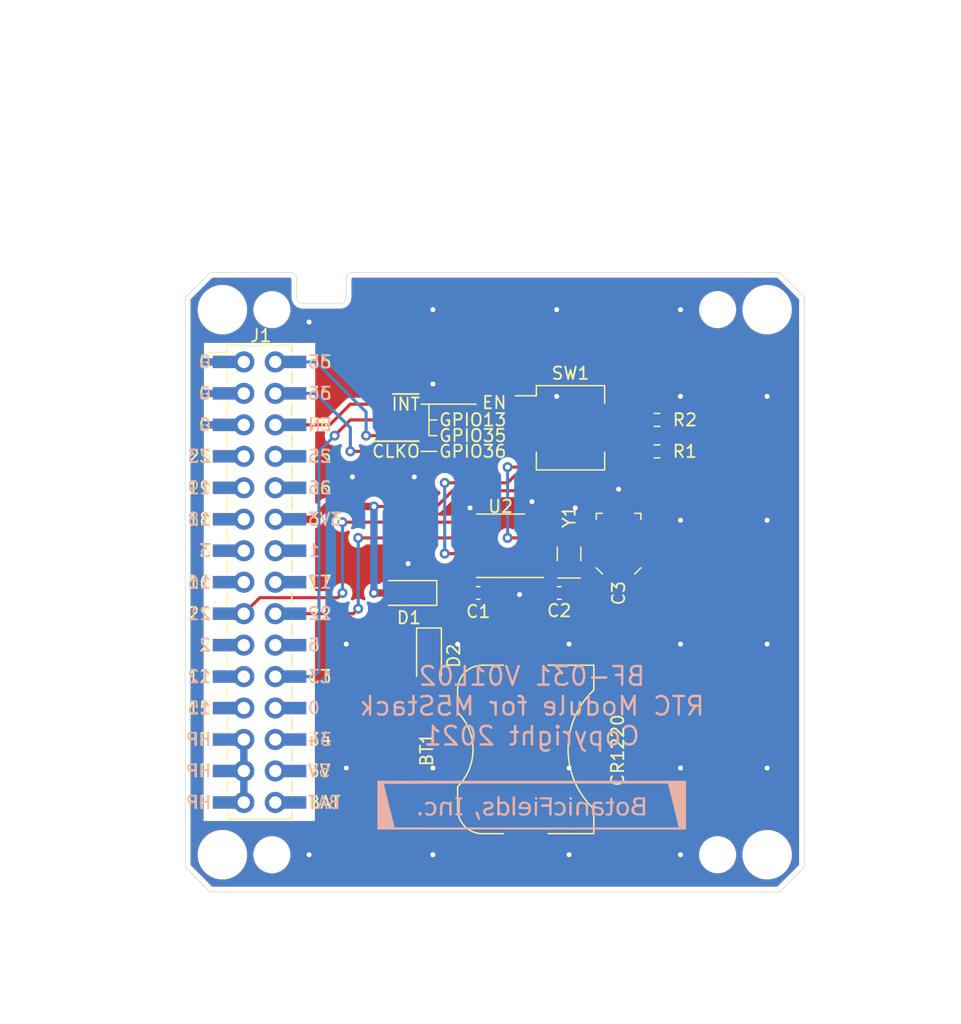
<source format=kicad_pcb>
(kicad_pcb (version 20171130) (host pcbnew "(5.1.10)-1")

  (general
    (thickness 1.6)
    (drawings 39)
    (tracks 138)
    (zones 0)
    (modules 21)
    (nets 33)
  )

  (page A4)
  (title_block
    (title BF-031)
    (date 2021-07-13)
    (rev V01L02)
    (company "Copyright 2021 BotanicFields, Inc.")
    (comment 1 "RTC M-Bus Module for M5Stack")
  )

  (layers
    (0 F.Cu signal)
    (31 B.Cu signal)
    (32 B.Adhes user)
    (33 F.Adhes user)
    (34 B.Paste user)
    (35 F.Paste user)
    (36 B.SilkS user)
    (37 F.SilkS user)
    (38 B.Mask user)
    (39 F.Mask user)
    (40 Dwgs.User user)
    (41 Cmts.User user)
    (42 Eco1.User user)
    (43 Eco2.User user)
    (44 Edge.Cuts user)
    (45 Margin user)
    (46 B.CrtYd user)
    (47 F.CrtYd user)
    (48 B.Fab user)
    (49 F.Fab user)
  )

  (setup
    (last_trace_width 0.25)
    (trace_clearance 0.2)
    (zone_clearance 0.4)
    (zone_45_only no)
    (trace_min 0.2)
    (via_size 0.8)
    (via_drill 0.4)
    (via_min_size 0.4)
    (via_min_drill 0.3)
    (uvia_size 0.3)
    (uvia_drill 0.1)
    (uvias_allowed no)
    (uvia_min_size 0.2)
    (uvia_min_drill 0.1)
    (edge_width 0.05)
    (segment_width 0.2)
    (pcb_text_width 0.3)
    (pcb_text_size 1.5 1.5)
    (mod_edge_width 0.12)
    (mod_text_size 1 1)
    (mod_text_width 0.15)
    (pad_size 1.524 1.524)
    (pad_drill 0.762)
    (pad_to_mask_clearance 0)
    (aux_axis_origin 100 100)
    (grid_origin 100 100)
    (visible_elements 7FFFFFFF)
    (pcbplotparams
      (layerselection 0x010fc_ffffffff)
      (usegerberextensions true)
      (usegerberattributes false)
      (usegerberadvancedattributes false)
      (creategerberjobfile false)
      (excludeedgelayer true)
      (linewidth 0.100000)
      (plotframeref false)
      (viasonmask false)
      (mode 1)
      (useauxorigin false)
      (hpglpennumber 1)
      (hpglpenspeed 20)
      (hpglpendiameter 15.000000)
      (psnegative false)
      (psa4output false)
      (plotreference true)
      (plotvalue false)
      (plotinvisibletext false)
      (padsonsilk false)
      (subtractmaskfromsilk false)
      (outputformat 1)
      (mirror false)
      (drillshape 0)
      (scaleselection 1)
      (outputdirectory "gerber/"))
  )

  (net 0 "")
  (net 1 +BATT)
  (net 2 VBUS)
  (net 3 +5V)
  (net 4 /GPIO34)
  (net 5 /GPIO0)
  (net 6 /GPIO15)
  (net 7 /GPIO13)
  (net 8 /GPIO12)
  (net 9 /GPIO5)
  (net 10 /GPIO2)
  (net 11 /GPIO22)
  (net 12 /GPIO21)
  (net 13 /GPIO17)
  (net 14 /GPIO16)
  (net 15 /GPIO1)
  (net 16 /GPIO3)
  (net 17 +3V3)
  (net 18 /GPIO18)
  (net 19 /GPIO26)
  (net 20 /GPIO19)
  (net 21 /GPIO25)
  (net 22 /GPIO23)
  (net 23 /EN)
  (net 24 GND)
  (net 25 /GPIO36)
  (net 26 /GPIO35)
  (net 27 "Net-(BT1-Pad1)")
  (net 28 "Net-(C1-Pad1)")
  (net 29 "Net-(C2-Pad1)")
  (net 30 /CLKO)
  (net 31 /INT)
  (net 32 "Net-(U2-Pad2)")

  (net_class Default "This is the default net class."
    (clearance 0.2)
    (trace_width 0.25)
    (via_dia 0.8)
    (via_drill 0.4)
    (uvia_dia 0.3)
    (uvia_drill 0.1)
    (add_net /CLKO)
    (add_net /EN)
    (add_net /GPIO0)
    (add_net /GPIO1)
    (add_net /GPIO12)
    (add_net /GPIO13)
    (add_net /GPIO15)
    (add_net /GPIO16)
    (add_net /GPIO17)
    (add_net /GPIO18)
    (add_net /GPIO19)
    (add_net /GPIO2)
    (add_net /GPIO21)
    (add_net /GPIO22)
    (add_net /GPIO23)
    (add_net /GPIO25)
    (add_net /GPIO26)
    (add_net /GPIO3)
    (add_net /GPIO34)
    (add_net /GPIO35)
    (add_net /GPIO36)
    (add_net /GPIO5)
    (add_net /INT)
    (add_net "Net-(BT1-Pad1)")
    (add_net "Net-(C1-Pad1)")
    (add_net "Net-(C2-Pad1)")
    (add_net "Net-(U2-Pad2)")
  )

  (net_class Power ""
    (clearance 0.2)
    (trace_width 0.6)
    (via_dia 0.8)
    (via_drill 0.4)
    (uvia_dia 0.3)
    (uvia_drill 0.1)
    (add_net +3V3)
    (add_net +5V)
    (add_net +BATT)
    (add_net GND)
    (add_net VBUS)
  )

  (net_class Power2 ""
    (clearance 0.2)
    (trace_width 1)
    (via_dia 0.8)
    (via_drill 0.4)
    (uvia_dia 0.3)
    (uvia_drill 0.1)
  )

  (module bf:BF@logo4 (layer B.Cu) (tedit 0) (tstamp 60D9B33E)
    (at 128 93 180)
    (fp_text reference G*** (at 0 0) (layer B.SilkS) hide
      (effects (font (size 1.524 1.524) (thickness 0.3)) (justify mirror))
    )
    (fp_text value LOGO (at 0.75 0) (layer B.SilkS) hide
      (effects (font (size 1.524 1.524) (thickness 0.3)) (justify mirror))
    )
    (fp_poly (pts (xy -0.265773 0.642959) (xy -0.241018 0.605712) (xy -0.238125 0.555625) (xy -0.247802 0.486004)
      (xy -0.288945 0.456605) (xy -0.325619 0.450312) (xy -0.403296 0.458792) (xy -0.431491 0.488145)
      (xy -0.444099 0.577663) (xy -0.405229 0.634143) (xy -0.332941 0.650875) (xy -0.265773 0.642959)) (layer B.SilkS) (width 0.01))
    (fp_poly (pts (xy -3.059773 0.642959) (xy -3.035018 0.605712) (xy -3.032125 0.555625) (xy -3.041802 0.486004)
      (xy -3.082945 0.456605) (xy -3.119619 0.450312) (xy -3.197296 0.458792) (xy -3.225491 0.488145)
      (xy -3.238099 0.577663) (xy -3.199229 0.634143) (xy -3.126941 0.650875) (xy -3.059773 0.642959)) (layer B.SilkS) (width 0.01))
    (fp_poly (pts (xy 9.101155 -0.5428) (xy 9.133487 -0.563471) (xy 9.143314 -0.619045) (xy 9.144 -0.682625)
      (xy 9.141627 -0.770413) (xy 9.12555 -0.811984) (xy 9.082326 -0.824618) (xy 9.032875 -0.8255)
      (xy 8.964594 -0.822449) (xy 8.932262 -0.801778) (xy 8.922435 -0.746204) (xy 8.92175 -0.682625)
      (xy 8.924122 -0.594836) (xy 8.940199 -0.553265) (xy 8.983423 -0.540631) (xy 9.032875 -0.53975)
      (xy 9.101155 -0.5428)) (layer B.SilkS) (width 0.01))
    (fp_poly (pts (xy 7.222584 0.26455) (xy 7.290765 0.216667) (xy 7.344909 0.147206) (xy 7.383692 0.056984)
      (xy 7.409191 -0.06431) (xy 7.423482 -0.226988) (xy 7.428643 -0.441362) (xy 7.428742 -0.468312)
      (xy 7.4295 -0.8255) (xy 7.244046 -0.8255) (xy 7.233585 -0.41598) (xy 7.227901 -0.241707)
      (xy 7.220104 -0.119157) (xy 7.20844 -0.036556) (xy 7.191155 0.017871) (xy 7.166495 0.0559)
      (xy 7.162641 0.06027) (xy 7.080204 0.114906) (xy 6.972827 0.119611) (xy 6.833956 0.074392)
      (xy 6.804524 0.060668) (xy 6.6675 -0.005664) (xy 6.6675 -0.8255) (xy 6.4755 -0.8255)
      (xy 6.484187 -0.277812) (xy 6.492875 0.269875) (xy 6.580187 0.279922) (xy 6.64444 0.277942)
      (xy 6.666481 0.243524) (xy 6.6675 0.224359) (xy 6.67013 0.178306) (xy 6.687124 0.163936)
      (xy 6.732139 0.181549) (xy 6.812213 0.227542) (xy 6.953756 0.284694) (xy 7.096372 0.296897)
      (xy 7.222584 0.26455)) (layer B.SilkS) (width 0.01))
    (fp_poly (pts (xy 6.040768 0.634368) (xy 6.124757 0.63021) (xy 6.169685 0.619129) (xy 6.187771 0.597734)
      (xy 6.191236 0.562628) (xy 6.19125 0.555625) (xy 6.180998 0.498898) (xy 6.13742 0.478146)
      (xy 6.096 0.47625) (xy 6.00075 0.47625) (xy 6.00075 -0.66675) (xy 6.096 -0.66675)
      (xy 6.164072 -0.675292) (xy 6.188975 -0.711607) (xy 6.19125 -0.746125) (xy 6.188974 -0.783699)
      (xy 6.174002 -0.807029) (xy 6.134113 -0.819509) (xy 6.057089 -0.824533) (xy 5.930708 -0.825496)
      (xy 5.9055 -0.8255) (xy 5.770231 -0.824867) (xy 5.686242 -0.820709) (xy 5.641314 -0.809628)
      (xy 5.623228 -0.788233) (xy 5.619763 -0.753127) (xy 5.61975 -0.746125) (xy 5.630001 -0.689397)
      (xy 5.673579 -0.668645) (xy 5.715 -0.66675) (xy 5.81025 -0.66675) (xy 5.81025 0.47625)
      (xy 5.715 0.47625) (xy 5.646927 0.484793) (xy 5.622024 0.521108) (xy 5.61975 0.555625)
      (xy 5.622025 0.5932) (xy 5.636997 0.61653) (xy 5.676886 0.62901) (xy 5.75391 0.634034)
      (xy 5.880291 0.634997) (xy 5.9055 0.635) (xy 6.040768 0.634368)) (layer B.SilkS) (width 0.01))
    (fp_poly (pts (xy 1.55575 -0.8255) (xy 1.36525 -0.8255) (xy 1.36525 0.6985) (xy 1.55575 0.6985)
      (xy 1.55575 -0.8255)) (layer B.SilkS) (width 0.01))
    (fp_poly (pts (xy -0.325438 0.279922) (xy -0.238125 0.269875) (xy -0.229438 -0.277812) (xy -0.220751 -0.8255)
      (xy -0.41275 -0.8255) (xy -0.41275 0.289968) (xy -0.325438 0.279922)) (layer B.SilkS) (width 0.01))
    (fp_poly (pts (xy -0.635 0.47625) (xy -1.397 0.47625) (xy -1.397 0.0635) (xy -0.762 0.0635)
      (xy -0.762 -0.127) (xy -1.397 -0.127) (xy -1.397 -0.8255) (xy -1.5875 -0.8255)
      (xy -1.5875 0.635) (xy -0.635 0.635) (xy -0.635 0.47625)) (layer B.SilkS) (width 0.01))
    (fp_poly (pts (xy -3.119438 0.279922) (xy -3.032125 0.269875) (xy -3.023438 -0.277812) (xy -3.014751 -0.8255)
      (xy -3.20675 -0.8255) (xy -3.20675 0.289968) (xy -3.119438 0.279922)) (layer B.SilkS) (width 0.01))
    (fp_poly (pts (xy -3.794666 0.26455) (xy -3.726485 0.216667) (xy -3.672341 0.147206) (xy -3.633558 0.056984)
      (xy -3.608059 -0.06431) (xy -3.593768 -0.226988) (xy -3.588607 -0.441362) (xy -3.588508 -0.468312)
      (xy -3.58775 -0.8255) (xy -3.773204 -0.8255) (xy -3.783665 -0.41598) (xy -3.789349 -0.241707)
      (xy -3.797146 -0.119157) (xy -3.80881 -0.036556) (xy -3.826095 0.017871) (xy -3.850755 0.0559)
      (xy -3.854609 0.06027) (xy -3.937046 0.114906) (xy -4.044423 0.119611) (xy -4.183294 0.074392)
      (xy -4.212726 0.060668) (xy -4.34975 -0.005664) (xy -4.34975 -0.8255) (xy -4.54175 -0.8255)
      (xy -4.533063 -0.277812) (xy -4.524375 0.269875) (xy -4.437063 0.279922) (xy -4.37281 0.277942)
      (xy -4.350769 0.243524) (xy -4.34975 0.224359) (xy -4.34712 0.178306) (xy -4.330126 0.163936)
      (xy -4.285111 0.181549) (xy -4.205037 0.227542) (xy -4.063494 0.284694) (xy -3.920878 0.296897)
      (xy -3.794666 0.26455)) (layer B.SilkS) (width 0.01))
    (fp_poly (pts (xy -8.581041 0.629232) (xy -8.424417 0.610206) (xy -8.313092 0.575345) (xy -8.238417 0.522068)
      (xy -8.1959 0.457351) (xy -8.159881 0.315861) (xy -8.184679 0.18746) (xy -8.249365 0.096001)
      (xy -8.33898 0.006387) (xy -8.234925 -0.043233) (xy -8.12978 -0.125567) (xy -8.062716 -0.243633)
      (xy -8.036594 -0.380327) (xy -8.054276 -0.518545) (xy -8.118622 -0.641182) (xy -8.132261 -0.656943)
      (xy -8.207584 -0.72554) (xy -8.294329 -0.773422) (xy -8.405008 -0.803855) (xy -8.552132 -0.820104)
      (xy -8.748211 -0.825438) (xy -8.777856 -0.8255) (xy -9.144 -0.8255) (xy -9.144 -0.127)
      (xy -8.9535 -0.127) (xy -8.9535 -0.66675) (xy -8.730231 -0.66675) (xy -8.597703 -0.660003)
      (xy -8.474903 -0.642376) (xy -8.396654 -0.62066) (xy -8.293002 -0.547966) (xy -8.241907 -0.441416)
      (xy -8.244161 -0.316133) (xy -8.279674 -0.232683) (xy -8.35212 -0.175529) (xy -8.468937 -0.141569)
      (xy -8.637563 -0.127704) (xy -8.697924 -0.127) (xy -8.9535 -0.127) (xy -9.144 -0.127)
      (xy -9.144 0.0635) (xy -8.9535 0.0635) (xy -8.721444 0.0635) (xy -8.580945 0.06963)
      (xy -8.47717 0.086574) (xy -8.432727 0.104932) (xy -8.392815 0.166295) (xy -8.373511 0.258573)
      (xy -8.377296 0.352384) (xy -8.406289 0.417989) (xy -8.4538 0.437077) (xy -8.546774 0.45467)
      (xy -8.667201 0.467581) (xy -8.698334 0.469638) (xy -8.9535 0.484409) (xy -8.9535 0.0635)
      (xy -9.144 0.0635) (xy -9.144 0.635) (xy -8.791611 0.635001) (xy -8.581041 0.629232)) (layer B.SilkS) (width 0.01))
    (fp_poly (pts (xy 8.471298 0.260695) (xy 8.489566 0.255175) (xy 8.565961 0.222723) (xy 8.598115 0.179274)
      (xy 8.60425 0.112086) (xy 8.60425 0.006846) (xy 8.486411 0.066923) (xy 8.326207 0.120946)
      (xy 8.182122 0.117914) (xy 8.061697 0.06369) (xy 7.972469 -0.035864) (xy 7.92198 -0.174885)
      (xy 7.917769 -0.34751) (xy 7.921096 -0.372667) (xy 7.968321 -0.527356) (xy 8.053219 -0.632528)
      (xy 8.17101 -0.685887) (xy 8.316913 -0.685139) (xy 8.469312 -0.635855) (xy 8.60425 -0.574604)
      (xy 8.60425 -0.669922) (xy 8.593035 -0.74001) (xy 8.547774 -0.785377) (xy 8.494144 -0.811245)
      (xy 8.345969 -0.848358) (xy 8.182127 -0.851327) (xy 8.034831 -0.820052) (xy 8.016875 -0.81272)
      (xy 7.884489 -0.721771) (xy 7.788114 -0.589528) (xy 7.731558 -0.429427) (xy 7.718629 -0.254904)
      (xy 7.753135 -0.079393) (xy 7.786687 -0.000648) (xy 7.848027 0.097439) (xy 7.918339 0.17977)
      (xy 7.94412 0.201795) (xy 8.04724 0.248647) (xy 8.186267 0.275724) (xy 8.336016 0.280561)
      (xy 8.471298 0.260695)) (layer B.SilkS) (width 0.01))
    (fp_poly (pts (xy 3.677408 0.282117) (xy 3.794125 0.260717) (xy 3.865057 0.227174) (xy 3.894868 0.165167)
      (xy 3.899324 0.132845) (xy 3.900158 0.060395) (xy 3.876035 0.037231) (xy 3.816148 0.05858)
      (xy 3.77825 0.079375) (xy 3.699707 0.106305) (xy 3.590433 0.123163) (xy 3.533987 0.125875)
      (xy 3.428104 0.121217) (xy 3.36408 0.100906) (xy 3.320899 0.058178) (xy 3.320095 0.057036)
      (xy 3.288618 -0.00394) (xy 3.301115 -0.056723) (xy 3.314166 -0.077806) (xy 3.376525 -0.133749)
      (xy 3.448683 -0.166056) (xy 3.541409 -0.189488) (xy 3.650938 -0.216822) (xy 3.668489 -0.221168)
      (xy 3.809871 -0.275138) (xy 3.896804 -0.356665) (xy 3.934484 -0.471525) (xy 3.937 -0.519577)
      (xy 3.916906 -0.641335) (xy 3.850878 -0.736943) (xy 3.730295 -0.818666) (xy 3.724774 -0.821532)
      (xy 3.636707 -0.845444) (xy 3.51139 -0.854192) (xy 3.373168 -0.848046) (xy 3.246385 -0.827277)
      (xy 3.20675 -0.81577) (xy 3.129065 -0.779245) (xy 3.0944 -0.726282) (xy 3.085675 -0.674687)
      (xy 3.082777 -0.604612) (xy 3.089022 -0.57183) (xy 3.090146 -0.5715) (xy 3.125039 -0.583498)
      (xy 3.197412 -0.613983) (xy 3.24297 -0.634302) (xy 3.378738 -0.678959) (xy 3.516001 -0.696024)
      (xy 3.633812 -0.684435) (xy 3.69553 -0.657246) (xy 3.739379 -0.587331) (xy 3.741286 -0.522309)
      (xy 3.731138 -0.472459) (xy 3.705228 -0.438719) (xy 3.649573 -0.412137) (xy 3.550188 -0.383762)
      (xy 3.508375 -0.373218) (xy 3.385129 -0.337161) (xy 3.277021 -0.296242) (xy 3.208459 -0.259942)
      (xy 3.130549 -0.167052) (xy 3.101628 -0.053193) (xy 3.119604 0.064876) (xy 3.182391 0.170394)
      (xy 3.270557 0.238285) (xy 3.380444 0.272434) (xy 3.524849 0.287422) (xy 3.677408 0.282117)) (layer B.SilkS) (width 0.01))
    (fp_poly (pts (xy 2.794 -0.8255) (xy 2.69875 -0.8255) (xy 2.625201 -0.812224) (xy 2.6035 -0.781297)
      (xy 2.591794 -0.758718) (xy 2.548494 -0.767653) (xy 2.485661 -0.797172) (xy 2.374234 -0.836517)
      (xy 2.250393 -0.856589) (xy 2.228486 -0.85725) (xy 2.126949 -0.84787) (xy 2.04936 -0.810322)
      (xy 1.984472 -0.752572) (xy 1.885474 -0.615423) (xy 1.829795 -0.455162) (xy 1.820236 -0.34449)
      (xy 2.014488 -0.34449) (xy 2.039015 -0.487944) (xy 2.086995 -0.603784) (xy 2.101943 -0.625156)
      (xy 2.174817 -0.669706) (xy 2.284303 -0.679507) (xy 2.414159 -0.655002) (xy 2.516187 -0.613853)
      (xy 2.555835 -0.591642) (xy 2.58119 -0.564409) (xy 2.595447 -0.51893) (xy 2.6018 -0.44198)
      (xy 2.603445 -0.320336) (xy 2.6035 -0.252398) (xy 2.602845 -0.107934) (xy 2.598895 -0.014216)
      (xy 2.588667 0.04151) (xy 2.569182 0.071998) (xy 2.537458 0.09) (xy 2.522058 0.096036)
      (xy 2.36384 0.128872) (xy 2.226332 0.103972) (xy 2.116926 0.025689) (xy 2.043014 -0.101623)
      (xy 2.018689 -0.200337) (xy 2.014488 -0.34449) (xy 1.820236 -0.34449) (xy 1.815027 -0.284189)
      (xy 1.838763 -0.114904) (xy 1.898596 0.040292) (xy 1.992118 0.168998) (xy 2.116923 0.258816)
      (xy 2.185712 0.284071) (xy 2.304489 0.297185) (xy 2.436165 0.285045) (xy 2.547686 0.251425)
      (xy 2.568005 0.24044) (xy 2.587569 0.250804) (xy 2.599127 0.314423) (xy 2.603433 0.435925)
      (xy 2.6035 0.458502) (xy 2.6035 0.6985) (xy 2.794 0.6985) (xy 2.794 -0.8255)) (layer B.SilkS) (width 0.01))
    (fp_poly (pts (xy 0.736558 0.284934) (xy 0.878305 0.22459) (xy 0.938068 0.176069) (xy 1.000396 0.083846)
      (xy 1.049221 -0.040878) (xy 1.074301 -0.167187) (xy 1.073448 -0.232646) (xy 1.066271 -0.261098)
      (xy 1.047285 -0.280753) (xy 1.005987 -0.293584) (xy 0.931876 -0.301563) (xy 0.814451 -0.306661)
      (xy 0.658812 -0.310511) (xy 0.506857 -0.315763) (xy 0.380917 -0.323765) (xy 0.292896 -0.333491)
      (xy 0.254696 -0.343912) (xy 0.254 -0.34546) (xy 0.263631 -0.391193) (xy 0.286929 -0.465969)
      (xy 0.288125 -0.469417) (xy 0.35732 -0.578701) (xy 0.468624 -0.652923) (xy 0.608974 -0.688461)
      (xy 0.76531 -0.681696) (xy 0.901933 -0.639572) (xy 1.051635 -0.573352) (xy 1.041755 -0.672983)
      (xy 1.022505 -0.746702) (xy 0.970619 -0.791694) (xy 0.92075 -0.812516) (xy 0.733296 -0.851833)
      (xy 0.538413 -0.844737) (xy 0.361638 -0.79242) (xy 0.348039 -0.785812) (xy 0.2185 -0.687644)
      (xy 0.12795 -0.552194) (xy 0.077487 -0.393136) (xy 0.068211 -0.224144) (xy 0.08603 -0.134937)
      (xy 0.254118 -0.134937) (xy 0.283572 -0.144932) (xy 0.363084 -0.152862) (xy 0.479223 -0.157718)
      (xy 0.5715 -0.15875) (xy 0.716411 -0.157739) (xy 0.809226 -0.153291) (xy 0.861335 -0.14328)
      (xy 0.884127 -0.125584) (xy 0.889 -0.099531) (xy 0.86244 -0.014385) (xy 0.796565 0.068289)
      (xy 0.712077 0.125288) (xy 0.679394 0.135389) (xy 0.54035 0.134964) (xy 0.413889 0.086256)
      (xy 0.320658 -0.002482) (xy 0.315967 -0.009885) (xy 0.275531 -0.082002) (xy 0.254823 -0.130267)
      (xy 0.254118 -0.134937) (xy 0.08603 -0.134937) (xy 0.101221 -0.058894) (xy 0.177615 0.088941)
      (xy 0.270031 0.184951) (xy 0.41563 0.265337) (xy 0.576736 0.29859) (xy 0.736558 0.284934)) (layer B.SilkS) (width 0.01))
    (fp_poly (pts (xy -1.974452 0.260695) (xy -1.956184 0.255175) (xy -1.879789 0.222723) (xy -1.847635 0.179274)
      (xy -1.8415 0.112086) (xy -1.8415 0.006846) (xy -1.959339 0.066923) (xy -2.119543 0.120946)
      (xy -2.263628 0.117914) (xy -2.384053 0.06369) (xy -2.473281 -0.035864) (xy -2.52377 -0.174885)
      (xy -2.527981 -0.34751) (xy -2.524654 -0.372667) (xy -2.477429 -0.527356) (xy -2.392531 -0.632528)
      (xy -2.27474 -0.685887) (xy -2.128837 -0.685139) (xy -1.976438 -0.635855) (xy -1.8415 -0.574604)
      (xy -1.8415 -0.669922) (xy -1.852715 -0.74001) (xy -1.897976 -0.785377) (xy -1.951606 -0.811245)
      (xy -2.099781 -0.848358) (xy -2.263623 -0.851327) (xy -2.410919 -0.820052) (xy -2.428875 -0.81272)
      (xy -2.561261 -0.721771) (xy -2.657636 -0.589528) (xy -2.714192 -0.429427) (xy -2.727121 -0.254904)
      (xy -2.692615 -0.079393) (xy -2.659063 -0.000648) (xy -2.597723 0.097439) (xy -2.527411 0.17977)
      (xy -2.50163 0.201795) (xy -2.39851 0.248647) (xy -2.259483 0.275724) (xy -2.109734 0.280561)
      (xy -1.974452 0.260695)) (layer B.SilkS) (width 0.01))
    (fp_poly (pts (xy -5.18681 0.28103) (xy -5.064926 0.250301) (xy -4.976222 0.190542) (xy -4.915935 0.094762)
      (xy -4.8793 -0.044029) (xy -4.861552 -0.232823) (xy -4.85775 -0.427605) (xy -4.85775 -0.8255)
      (xy -4.953 -0.8255) (xy -5.028168 -0.811612) (xy -5.04825 -0.777229) (xy -5.056943 -0.751617)
      (xy -5.092053 -0.755176) (xy -5.167127 -0.789617) (xy -5.173986 -0.793104) (xy -5.303534 -0.838537)
      (xy -5.442979 -0.857229) (xy -5.447036 -0.85725) (xy -5.549681 -0.849393) (xy -5.625266 -0.816644)
      (xy -5.7023 -0.7493) (xy -5.774125 -0.664423) (xy -5.805339 -0.583566) (xy -5.81025 -0.515456)
      (xy -5.802782 -0.475704) (xy -5.606729 -0.475704) (xy -5.601934 -0.566627) (xy -5.557137 -0.640351)
      (xy -5.515613 -0.666111) (xy -5.412323 -0.692604) (xy -5.306833 -0.682063) (xy -5.183188 -0.635855)
      (xy -5.103731 -0.596614) (xy -5.063848 -0.558081) (xy -5.0499 -0.497706) (xy -5.04825 -0.412725)
      (xy -5.04825 -0.250846) (xy -5.246688 -0.272474) (xy -5.360707 -0.288345) (xy -5.45463 -0.307518)
      (xy -5.49996 -0.322403) (xy -5.572434 -0.387618) (xy -5.606729 -0.475704) (xy -5.802782 -0.475704)
      (xy -5.78471 -0.379518) (xy -5.706855 -0.271552) (xy -5.574833 -0.190262) (xy -5.386791 -0.134355)
      (xy -5.230813 -0.110703) (xy -5.113219 -0.090059) (xy -5.055729 -0.057667) (xy -5.055349 -0.008925)
      (xy -5.109088 0.060767) (xy -5.115228 0.066978) (xy -5.161992 0.104297) (xy -5.218636 0.121562)
      (xy -5.305708 0.122756) (xy -5.377165 0.117745) (xy -5.494177 0.105326) (xy -5.594592 0.09002)
      (xy -5.643563 0.078815) (xy -5.693665 0.070606) (xy -5.712582 0.100634) (xy -5.715 0.151605)
      (xy -5.704885 0.212051) (xy -5.668082 0.252438) (xy -5.59491 0.276398) (xy -5.475685 0.28756)
      (xy -5.34664 0.289719) (xy -5.18681 0.28103)) (layer B.SilkS) (width 0.01))
    (fp_poly (pts (xy -6.421438 0.597422) (xy -6.367804 0.585174) (xy -6.340218 0.552636) (xy -6.327755 0.481847)
      (xy -6.324511 0.438097) (xy -6.314897 0.288819) (xy -6.134011 0.279347) (xy -6.030154 0.27104)
      (xy -5.973876 0.255547) (xy -5.949256 0.226125) (xy -5.94298 0.198438) (xy -5.941878 0.159032)
      (xy -5.96213 0.137626) (xy -6.01767 0.128766) (xy -6.122435 0.127001) (xy -6.125542 0.127)
      (xy -6.31825 0.127) (xy -6.31825 -0.235857) (xy -6.315538 -0.420413) (xy -6.304374 -0.549945)
      (xy -6.28022 -0.632805) (xy -6.238536 -0.677348) (xy -6.174783 -0.691927) (xy -6.084424 -0.684897)
      (xy -6.075018 -0.683518) (xy -5.989615 -0.67334) (xy -5.94959 -0.68164) (xy -5.937854 -0.715485)
      (xy -5.93725 -0.740476) (xy -5.959825 -0.810476) (xy -6.008688 -0.837238) (xy -6.163383 -0.854734)
      (xy -6.309331 -0.82885) (xy -6.35714 -0.807758) (xy -6.417805 -0.767795) (xy -6.459992 -0.717299)
      (xy -6.486928 -0.644801) (xy -6.501842 -0.538834) (xy -6.507959 -0.387929) (xy -6.50875 -0.268989)
      (xy -6.509517 -0.110181) (xy -6.513038 -0.0037) (xy -6.521147 0.061622) (xy -6.535677 0.096949)
      (xy -6.558462 0.11345) (xy -6.57225 0.117801) (xy -6.625594 0.160274) (xy -6.63575 0.210079)
      (xy -6.619307 0.270413) (xy -6.57225 0.28575) (xy -6.534358 0.293995) (xy -6.515341 0.329079)
      (xy -6.509069 0.406532) (xy -6.50875 0.446609) (xy -6.50682 0.541112) (xy -6.495155 0.587334)
      (xy -6.464949 0.60049) (xy -6.421438 0.597422)) (layer B.SilkS) (width 0.01))
    (fp_poly (pts (xy -7.161153 0.270986) (xy -7.018092 0.194711) (xy -6.912278 0.070885) (xy -6.847471 -0.096211)
      (xy -6.827295 -0.28575) (xy -6.849698 -0.488119) (xy -6.915639 -0.649691) (xy -7.023222 -0.766601)
      (xy -7.080729 -0.801638) (xy -7.198557 -0.838997) (xy -7.340207 -0.854056) (xy -7.474602 -0.845115)
      (xy -7.540625 -0.826786) (xy -7.658386 -0.745763) (xy -7.752357 -0.618952) (xy -7.814861 -0.461985)
      (xy -7.830094 -0.350156) (xy -7.642231 -0.350156) (xy -7.610358 -0.495286) (xy -7.54518 -0.611019)
      (xy -7.539687 -0.617137) (xy -7.442631 -0.679479) (xy -7.320163 -0.700639) (xy -7.197916 -0.677208)
      (xy -7.173742 -0.665808) (xy -7.097771 -0.592278) (xy -7.045733 -0.477124) (xy -7.019194 -0.338154)
      (xy -7.019721 -0.193176) (xy -7.048883 -0.059998) (xy -7.108246 0.043574) (xy -7.111037 0.0466)
      (xy -7.21113 0.110911) (xy -7.333672 0.131203) (xy -7.455022 0.107138) (xy -7.538417 0.05272)
      (xy -7.606221 -0.055263) (xy -7.640839 -0.196519) (xy -7.642231 -0.350156) (xy -7.830094 -0.350156)
      (xy -7.838222 -0.290496) (xy -7.835407 -0.226486) (xy -7.792406 -0.02837) (xy -7.707796 0.125507)
      (xy -7.584657 0.231918) (xy -7.426068 0.287634) (xy -7.337703 0.295431) (xy -7.161153 0.270986)) (layer B.SilkS) (width 0.01))
    (fp_poly (pts (xy 4.54097 -0.550116) (xy 4.570842 -0.578213) (xy 4.570842 -0.579437) (xy 4.558377 -0.624242)
      (xy 4.525809 -0.71231) (xy 4.478781 -0.82886) (xy 4.44659 -0.904875) (xy 4.381354 -1.048033)
      (xy 4.330084 -1.139413) (xy 4.287243 -1.187667) (xy 4.257247 -1.20077) (xy 4.203372 -1.192664)
      (xy 4.191177 -1.16902) (xy 4.196422 -1.125194) (xy 4.213282 -1.047922) (xy 4.243818 -0.928813)
      (xy 4.290095 -0.759473) (xy 4.304888 -0.706437) (xy 4.33428 -0.610497) (xy 4.362527 -0.560899)
      (xy 4.403972 -0.542402) (xy 4.461761 -0.53975) (xy 4.54097 -0.550116)) (layer B.SilkS) (width 0.01))
    (fp_poly (pts (xy 12.47775 -1.9685) (xy -12.446 -1.9685) (xy -12.446 -1.792766) (xy -11.849151 -1.792766)
      (xy -11.816498 -1.794009) (xy -11.722587 -1.795185) (xy -11.56966 -1.796292) (xy -11.359957 -1.797329)
      (xy -11.095721 -1.798294) (xy -10.779193 -1.799184) (xy -10.412614 -1.799998) (xy -9.998227 -1.800735)
      (xy -9.538272 -1.801392) (xy -9.034992 -1.801968) (xy -8.490628 -1.802461) (xy -7.907422 -1.802869)
      (xy -7.287615 -1.803191) (xy -6.633449 -1.803424) (xy -5.947165 -1.803568) (xy -5.231005 -1.803619)
      (xy -4.487212 -1.803577) (xy -3.718025 -1.803439) (xy -2.925687 -1.803204) (xy -2.11244 -1.80287)
      (xy -1.280524 -1.802436) (xy -0.432183 -1.801899) (xy -0.36971 -1.801855) (xy 11.092661 -1.793875)
      (xy 11.528958 -0.048895) (xy 11.609169 0.273406) (xy 11.684074 0.577292) (xy 11.752346 0.857183)
      (xy 11.812659 1.107501) (xy 11.863687 1.322667) (xy 11.904103 1.497102) (xy 11.932582 1.625228)
      (xy 11.947797 1.701465) (xy 11.949754 1.721168) (xy 11.917219 1.723027) (xy 11.823425 1.72485)
      (xy 11.670614 1.726632) (xy 11.461028 1.728369) (xy 11.196908 1.730056) (xy 10.880496 1.731687)
      (xy 10.514034 1.733257) (xy 10.099762 1.734763) (xy 9.639923 1.736198) (xy 9.136758 1.737559)
      (xy 8.592508 1.738839) (xy 8.009416 1.740035) (xy 7.389722 1.741141) (xy 6.735669 1.742152)
      (xy 6.049498 1.743064) (xy 5.33345 1.743872) (xy 4.589767 1.74457) (xy 3.82069 1.745154)
      (xy 3.028462 1.745619) (xy 2.215323 1.74596) (xy 1.383515 1.746172) (xy 0.53528 1.74625)
      (xy -10.983053 1.74625) (xy -11.014516 1.627188) (xy -11.058887 1.456991) (xy -11.111789 1.250287)
      (xy -11.171613 1.013655) (xy -11.236756 0.753673) (xy -11.305612 0.476921) (xy -11.376574 0.189976)
      (xy -11.448038 -0.100582) (xy -11.518399 -0.388175) (xy -11.58605 -0.666225) (xy -11.649386 -0.928152)
      (xy -11.706801 -1.167378) (xy -11.756691 -1.377325) (xy -11.797449 -1.551414) (xy -11.827471 -1.683065)
      (xy -11.84515 -1.765702) (xy -11.849151 -1.792766) (xy -12.446 -1.792766) (xy -12.446 1.9685)
      (xy 12.47775 1.9685) (xy 12.47775 -1.9685)) (layer B.SilkS) (width 0.01))
  )

  (module bf:BF@BatteryHolder_Takachi_SMTM1225 (layer F.Cu) (tedit 60C1ED8B) (tstamp 60C4578A)
    (at 127.5 88.5 90)
    (descr http://www.keyelco.com/product-pdf.cfm?p=777)
    (tags "Keystone type 3000 coin cell retainer")
    (path /60544845)
    (attr smd)
    (fp_text reference BT1 (at 0 -8 90) (layer F.SilkS)
      (effects (font (size 1 1) (thickness 0.15)))
    )
    (fp_text value CR1220/1225 (at 0.1 6.5 90) (layer F.Fab)
      (effects (font (size 1 1) (thickness 0.15)))
    )
    (fp_line (start 9.8 1.7) (end 6.6 1.8) (layer F.Fab) (width 0.12))
    (fp_line (start 9.8 -1.8) (end 9.8 1.7) (layer F.Fab) (width 0.12))
    (fp_line (start 6.6 -1.8) (end 9.8 -1.8) (layer F.Fab) (width 0.12))
    (fp_line (start -9.9 1.8) (end -6.6 1.8) (layer F.Fab) (width 0.12))
    (fp_line (start -9.9 -1.8) (end -9.9 1.8) (layer F.Fab) (width 0.12))
    (fp_line (start -6.6 -1.8) (end -9.9 -1.8) (layer F.Fab) (width 0.12))
    (fp_line (start 5 5.4) (end 6.6 5.4) (layer F.Fab) (width 0.12))
    (fp_line (start -3.1 -5.3) (end -4.8 -5.3) (layer F.Fab) (width 0.12))
    (fp_line (start -6.6 5.3) (end -4.903188 5.296942) (layer F.Fab) (width 0.12))
    (fp_line (start 3.1 -5.3) (end 4.8 -5.302776) (layer F.Fab) (width 0.12))
    (fp_line (start 6.6 -1.8) (end 6.6 -3.4) (layer F.Fab) (width 0.12))
    (fp_line (start -6.6 -3.5) (end -6.6 -1.8) (layer F.Fab) (width 0.12))
    (fp_line (start 6.6 1.8) (end 6.6 5.4) (layer F.Fab) (width 0.12))
    (fp_line (start -6.6 1.8) (end -6.6 5.3) (layer F.Fab) (width 0.12))
    (fp_line (start 4.799999 5.500001) (end 6.8 5.5) (layer F.SilkS) (width 0.12))
    (fp_line (start -6.8 5.5) (end -4.799999 5.500001) (layer F.SilkS) (width 0.12))
    (fp_line (start 2.999999 -5.500001) (end 4.8 -5.5) (layer F.SilkS) (width 0.12))
    (fp_line (start -6.8 -3.5) (end -6.8 -1.8) (layer F.SilkS) (width 0.12))
    (fp_line (start -2.999999 -5.500001) (end -4.8 -5.5) (layer F.SilkS) (width 0.12))
    (fp_line (start 6.8 -1.8) (end 6.8 -3.5) (layer F.SilkS) (width 0.12))
    (fp_circle (center 0 0) (end 6 -0.1) (layer Dwgs.User) (width 0.15))
    (fp_line (start -7.25 2.15) (end -7.25 6.25) (layer F.CrtYd) (width 0.05))
    (fp_line (start 7.25 2.15) (end 7.25 6.25) (layer F.CrtYd) (width 0.05))
    (fp_line (start 6.8 1.8) (end 6.8 5.5) (layer F.SilkS) (width 0.12))
    (fp_line (start -6.8 1.8) (end -6.8 5.5) (layer F.SilkS) (width 0.12))
    (fp_line (start 7.25 -2.15) (end 7.25 -3.5) (layer F.CrtYd) (width 0.05))
    (fp_line (start -4.5 -6.25) (end 4.5 -6.25) (layer F.CrtYd) (width 0.05))
    (fp_line (start -7.25 -2.15) (end -7.25 -3.5) (layer F.CrtYd) (width 0.05))
    (fp_line (start -7.25 -2.15) (end -10.15 -2.15) (layer F.CrtYd) (width 0.05))
    (fp_line (start -10.15 -2.15) (end -10.15 2.15) (layer F.CrtYd) (width 0.05))
    (fp_line (start -10.15 2.15) (end -7.25 2.15) (layer F.CrtYd) (width 0.05))
    (fp_line (start 7.25 -2.15) (end 10.15 -2.15) (layer F.CrtYd) (width 0.05))
    (fp_line (start 10.15 -2.15) (end 10.15 2.15) (layer F.CrtYd) (width 0.05))
    (fp_line (start 10.15 2.15) (end 7.25 2.15) (layer F.CrtYd) (width 0.05))
    (fp_line (start -7.25 6.25) (end 7.25 6.25) (layer F.CrtYd) (width 0.05))
    (fp_arc (start 4.5 -3.5) (end 7.25 -3.5) (angle -90) (layer F.CrtYd) (width 0.05))
    (fp_arc (start -4.5 -3.5) (end -4.5 -6.25) (angle -90) (layer F.CrtYd) (width 0.05))
    (fp_arc (start 0 10) (end 5 5.4) (angle -93.57943345) (layer F.Fab) (width 0.12))
    (fp_arc (start -4.8 -3.5) (end -4.8 -5.3) (angle -90) (layer F.Fab) (width 0.12))
    (fp_arc (start 0 -8.5) (end -3.1 -5.3) (angle -88.1812391) (layer F.Fab) (width 0.12))
    (fp_arc (start 4.8 -3.5) (end 6.6 -3.4) (angle -93.17983012) (layer F.Fab) (width 0.12))
    (fp_arc (start 0 10) (end 4.799999 5.500001) (angle -93.69522053) (layer F.SilkS) (width 0.12))
    (fp_arc (start 0 -8.5) (end -2.999999 -5.500001) (angle -90) (layer F.SilkS) (width 0.12))
    (fp_arc (start -4.8 -3.5) (end -4.8 -5.5) (angle -90) (layer F.SilkS) (width 0.12))
    (fp_arc (start 4.8 -3.5) (end 6.8 -3.5) (angle -90) (layer F.SilkS) (width 0.12))
    (fp_text user %R (at 0 0 90) (layer F.Fab)
      (effects (font (size 1 1) (thickness 0.15)))
    )
    (pad 2 smd rect (at 0 0 90) (size 4 4) (layers F.Cu F.Mask)
      (net 24 GND))
    (pad 1 smd rect (at 8.05 0 90) (size 3.2 3.2) (layers F.Cu F.Paste F.Mask)
      (net 27 "Net-(BT1-Pad1)"))
    (pad 1 smd rect (at -8.05 0 90) (size 3.2 3.2) (layers F.Cu F.Paste F.Mask)
      (net 27 "Net-(BT1-Pad1)"))
    (model ${KISYS3DMOD}/Battery.3dshapes/BatteryHolder_Keystone_3000_1x12mm.wrl
      (at (xyz 0 0 0))
      (scale (xyz 1 1 1))
      (rotate (xyz 0 0 0))
    )
  )

  (module bf:BF@MountingHole_3.2mm_M3 (layer F.Cu) (tedit 5F531B03) (tstamp 60C40776)
    (at 147 97)
    (descr "Mounting Hole 3.2mm, no annular, M3")
    (tags "mounting hole 3.2mm no annular m3")
    (path /5F54FB16)
    (attr virtual)
    (fp_text reference H3 (at 0 -4.2) (layer F.SilkS) hide
      (effects (font (size 1 1) (thickness 0.15)))
    )
    (fp_text value MountingHole (at 0 4.2) (layer F.Fab) hide
      (effects (font (size 1 1) (thickness 0.15)))
    )
    (fp_circle (center 0 0) (end 2 0) (layer F.CrtYd) (width 0.05))
    (fp_text user %R (at 0.3 0) (layer F.Fab)
      (effects (font (size 1 1) (thickness 0.15)))
    )
    (pad "" np_thru_hole circle (at 0 0) (size 3.2 3.2) (drill 3.2) (layers *.Cu *.Mask))
  )

  (module bf:BF@M5Stack_MBUS (layer F.Cu) (tedit 60DC202D) (tstamp 60C405ED)
    (at 106 75)
    (descr "surface-mounted straight pin header, 2x15, 2.54mm pitch, double rows")
    (tags "Surface mounted pin header SMD 2x15 2.54mm double row")
    (path /5CD75190)
    (attr smd)
    (fp_text reference J1 (at 0.1 -19.9) (layer F.SilkS)
      (effects (font (size 1 1) (thickness 0.15)))
    )
    (fp_text value M-BUS (at 0 20.11) (layer F.Fab)
      (effects (font (size 0.8 0.8) (thickness 0.2)))
    )
    (fp_poly (pts (xy -1.9685 17.3355) (xy -3.683 17.3355) (xy -3.683 18.2245) (xy -1.9685 18.2245)) (layer B.Paste) (width 0.1))
    (fp_poly (pts (xy 3.683 17.3355) (xy 1.9685 17.3355) (xy 1.9685 18.2245) (xy 3.683 18.2245)) (layer B.Paste) (width 0.1))
    (fp_poly (pts (xy -1.9685 14.7955) (xy -3.683 14.7955) (xy -3.683 15.6845) (xy -1.9685 15.6845)) (layer B.Paste) (width 0.1))
    (fp_poly (pts (xy 3.683 14.7955) (xy 1.9685 14.7955) (xy 1.9685 15.6845) (xy 3.683 15.6845)) (layer B.Paste) (width 0.1))
    (fp_poly (pts (xy 3.683 12.2555) (xy 1.9685 12.2555) (xy 1.9685 13.1445) (xy 3.683 13.1445)) (layer B.Paste) (width 0.1))
    (fp_poly (pts (xy -1.9685 12.2555) (xy -3.683 12.2555) (xy -3.683 13.1445) (xy -1.9685 13.1445)) (layer B.Paste) (width 0.1))
    (fp_poly (pts (xy 3.683 9.7155) (xy 1.9685 9.7155) (xy 1.9685 10.6045) (xy 3.683 10.6045)) (layer B.Paste) (width 0.1))
    (fp_poly (pts (xy -1.9685 9.7155) (xy -3.683 9.7155) (xy -3.683 10.6045) (xy -1.9685 10.6045)) (layer B.Paste) (width 0.1))
    (fp_poly (pts (xy 3.683 7.1755) (xy 1.9685 7.1755) (xy 1.9685 8.0645) (xy 3.683 8.0645)) (layer B.Paste) (width 0.1))
    (fp_poly (pts (xy -1.9685 7.1755) (xy -3.683 7.1755) (xy -3.683 8.0645) (xy -1.9685 8.0645)) (layer B.Paste) (width 0.1))
    (fp_poly (pts (xy -1.9685 4.6355) (xy -3.683 4.6355) (xy -3.683 5.5245) (xy -1.9685 5.5245)) (layer B.Paste) (width 0.1))
    (fp_poly (pts (xy 3.683 4.6355) (xy 1.9685 4.6355) (xy 1.9685 5.5245) (xy 3.683 5.5245)) (layer B.Paste) (width 0.1))
    (fp_poly (pts (xy 3.683 2.0955) (xy 1.9685 2.0955) (xy 1.9685 2.9845) (xy 3.683 2.9845)) (layer B.Paste) (width 0.1))
    (fp_poly (pts (xy -1.9685 2.0955) (xy -3.683 2.0955) (xy -3.683 2.9845) (xy -1.9685 2.9845)) (layer B.Paste) (width 0.1))
    (fp_poly (pts (xy -1.9685 -0.4445) (xy -3.683 -0.4445) (xy -3.683 0.4445) (xy -1.9685 0.4445)) (layer B.Paste) (width 0.1))
    (fp_poly (pts (xy 3.683 -0.4445) (xy 1.9685 -0.4445) (xy 1.9685 0.4445) (xy 3.683 0.4445)) (layer B.Paste) (width 0.1))
    (fp_poly (pts (xy 3.683 -2.9845) (xy 1.9685 -2.9845) (xy 1.9685 -2.0955) (xy 3.683 -2.0955)) (layer B.Paste) (width 0.1))
    (fp_poly (pts (xy -1.9685 -2.9845) (xy -3.683 -2.9845) (xy -3.683 -2.0955) (xy -1.9685 -2.0955)) (layer B.Paste) (width 0.1))
    (fp_poly (pts (xy -1.9685 -5.5245) (xy -3.683 -5.5245) (xy -3.683 -4.6355) (xy -1.9685 -4.6355)) (layer B.Paste) (width 0.1))
    (fp_poly (pts (xy 3.683 -5.5245) (xy 1.9685 -5.5245) (xy 1.9685 -4.6355) (xy 3.683 -4.6355)) (layer B.Paste) (width 0.1))
    (fp_poly (pts (xy 3.683 -8.0645) (xy 1.9685 -8.0645) (xy 1.9685 -7.1755) (xy 3.683 -7.1755)) (layer B.Paste) (width 0.1))
    (fp_poly (pts (xy -1.9685 -8.0645) (xy -3.683 -8.0645) (xy -3.683 -7.1755) (xy -1.9685 -7.1755)) (layer B.Paste) (width 0.1))
    (fp_poly (pts (xy -1.9685 -10.6045) (xy -3.683 -10.6045) (xy -3.683 -9.7155) (xy -1.9685 -9.7155)) (layer B.Paste) (width 0.1))
    (fp_poly (pts (xy 3.683 -10.6045) (xy 1.9685 -10.6045) (xy 1.9685 -9.7155) (xy 3.683 -9.7155)) (layer B.Paste) (width 0.1))
    (fp_poly (pts (xy -1.9685 -13.1445) (xy -3.683 -13.1445) (xy -3.683 -12.2555) (xy -1.9685 -12.2555)) (layer B.Paste) (width 0.1))
    (fp_poly (pts (xy 3.683 -13.1445) (xy 1.9685 -13.1445) (xy 1.9685 -12.2555) (xy 3.683 -12.2555)) (layer B.Paste) (width 0.1))
    (fp_poly (pts (xy 3.683 -15.6845) (xy 1.9685 -15.6845) (xy 1.9685 -14.7955) (xy 3.683 -14.7955)) (layer B.Paste) (width 0.1))
    (fp_poly (pts (xy -1.9685 -15.6845) (xy -3.683 -15.6845) (xy -3.683 -14.7955) (xy -1.9685 -14.7955)) (layer B.Paste) (width 0.1))
    (fp_poly (pts (xy 3.683 -18.2245) (xy 1.9685 -18.2245) (xy 1.9685 -17.3355) (xy 3.683 -17.3355)) (layer B.Paste) (width 0.1))
    (fp_poly (pts (xy -1.9685 -18.2245) (xy -3.683 -18.2245) (xy -3.683 -17.3355) (xy -1.9685 -17.3355)) (layer B.Paste) (width 0.1))
    (fp_poly (pts (xy 3.683 18.2245) (xy 1.9685 18.2245) (xy 1.9685 17.3355) (xy 3.683 17.3355)) (layer F.Paste) (width 0.1))
    (fp_poly (pts (xy -1.9685 18.2245) (xy -3.683 18.2245) (xy -3.683 17.3355) (xy -1.9685 17.3355)) (layer F.Paste) (width 0.1))
    (fp_poly (pts (xy 3.683 15.6845) (xy 1.9685 15.6845) (xy 1.9685 14.7955) (xy 3.683 14.7955)) (layer F.Paste) (width 0.1))
    (fp_poly (pts (xy -1.9685 15.6845) (xy -3.683 15.6845) (xy -3.683 14.7955) (xy -1.9685 14.7955)) (layer F.Paste) (width 0.1))
    (fp_poly (pts (xy 3.683 13.1445) (xy 1.9685 13.1445) (xy 1.9685 12.2555) (xy 3.683 12.2555)) (layer F.Paste) (width 0.1))
    (fp_poly (pts (xy -1.9685 13.1445) (xy -3.683 13.1445) (xy -3.683 12.2555) (xy -1.9685 12.2555)) (layer F.Paste) (width 0.1))
    (fp_poly (pts (xy -1.9685 10.6045) (xy -3.683 10.6045) (xy -3.683 9.7155) (xy -1.9685 9.7155)) (layer F.Paste) (width 0.1))
    (fp_poly (pts (xy 3.683 10.6045) (xy 1.9685 10.6045) (xy 1.9685 9.7155) (xy 3.683 9.7155)) (layer F.Paste) (width 0.1))
    (fp_poly (pts (xy 3.683 8.0645) (xy 1.9685 8.0645) (xy 1.9685 7.1755) (xy 3.683 7.1755)) (layer F.Paste) (width 0.1))
    (fp_poly (pts (xy -1.9685 8.0645) (xy -3.683 8.0645) (xy -3.683 7.1755) (xy -1.9685 7.1755)) (layer F.Paste) (width 0.1))
    (fp_poly (pts (xy 3.683 5.5245) (xy 1.9685 5.5245) (xy 1.9685 4.6355) (xy 3.683 4.6355)) (layer F.Paste) (width 0.1))
    (fp_poly (pts (xy -1.9685 5.5245) (xy -3.683 5.5245) (xy -3.683 4.6355) (xy -1.9685 4.6355)) (layer F.Paste) (width 0.1))
    (fp_poly (pts (xy -1.9685 2.9845) (xy -3.683 2.9845) (xy -3.683 2.0955) (xy -1.9685 2.0955)) (layer F.Paste) (width 0.1))
    (fp_poly (pts (xy 3.683 2.9845) (xy 1.9685 2.9845) (xy 1.9685 2.0955) (xy 3.683 2.0955)) (layer F.Paste) (width 0.1))
    (fp_poly (pts (xy -1.9685 0.4445) (xy -3.683 0.4445) (xy -3.683 -0.4445) (xy -1.9685 -0.4445)) (layer F.Paste) (width 0.1))
    (fp_poly (pts (xy 3.683 0.4445) (xy 1.9685 0.4445) (xy 1.9685 -0.4445) (xy 3.683 -0.4445)) (layer F.Paste) (width 0.1))
    (fp_poly (pts (xy 3.683 -2.0955) (xy 1.9685 -2.0955) (xy 1.9685 -2.9845) (xy 3.683 -2.9845)) (layer F.Paste) (width 0.1))
    (fp_poly (pts (xy -1.9685 -2.0955) (xy -3.683 -2.0955) (xy -3.683 -2.9845) (xy -1.9685 -2.9845)) (layer F.Paste) (width 0.1))
    (fp_poly (pts (xy 3.683 -4.6355) (xy 1.9685 -4.6355) (xy 1.9685 -5.5245) (xy 3.683 -5.5245)) (layer F.Paste) (width 0.1))
    (fp_poly (pts (xy -1.9685 -4.6355) (xy -3.683 -4.6355) (xy -3.683 -5.5245) (xy -1.9685 -5.5245)) (layer F.Paste) (width 0.1))
    (fp_poly (pts (xy -1.9685 -7.1755) (xy -3.683 -7.1755) (xy -3.683 -8.0645) (xy -1.9685 -8.0645)) (layer F.Paste) (width 0.1))
    (fp_poly (pts (xy 3.683 -7.1755) (xy 1.9685 -7.1755) (xy 1.9685 -8.0645) (xy 3.683 -8.0645)) (layer F.Paste) (width 0.1))
    (fp_poly (pts (xy -1.9685 -9.7155) (xy -3.683 -9.7155) (xy -3.683 -10.6045) (xy -1.9685 -10.6045)) (layer F.Paste) (width 0.1))
    (fp_poly (pts (xy 3.683 -9.7155) (xy 1.9685 -9.7155) (xy 1.9685 -10.6045) (xy 3.683 -10.6045)) (layer F.Paste) (width 0.1))
    (fp_poly (pts (xy 3.683 -12.2555) (xy 1.9685 -12.2555) (xy 1.9685 -13.1445) (xy 3.683 -13.1445)) (layer F.Paste) (width 0.1))
    (fp_poly (pts (xy -1.9685 -12.2555) (xy -3.683 -12.2555) (xy -3.683 -13.1445) (xy -1.9685 -13.1445)) (layer F.Paste) (width 0.1))
    (fp_poly (pts (xy 3.683 -14.7955) (xy 1.9685 -14.7955) (xy 1.9685 -15.6845) (xy 3.683 -15.6845)) (layer F.Paste) (width 0.1))
    (fp_poly (pts (xy -1.9685 -14.7955) (xy -3.683 -14.7955) (xy -3.683 -15.6845) (xy -1.9685 -15.6845)) (layer F.Paste) (width 0.1))
    (fp_poly (pts (xy 3.683 -17.3355) (xy 1.9685 -17.3355) (xy 1.9685 -18.2245) (xy 3.683 -18.2245)) (layer F.Paste) (width 0.1))
    (fp_poly (pts (xy -1.9685 -17.3355) (xy -3.683 -17.3355) (xy -3.683 -18.2245) (xy -1.9685 -18.2245)) (layer F.Paste) (width 0.1))
    (fp_line (start -3.6 -18.1) (end -3.6 -17.46) (layer F.Fab) (width 0.1))
    (fp_line (start -3.6 -17.46) (end -2.54 -17.46) (layer F.Fab) (width 0.1))
    (fp_line (start 2.54 19.05) (end -2.54 19.05) (layer F.Fab) (width 0.1))
    (fp_line (start -2.54 -19.05) (end 1.524 -19.05) (layer F.Fab) (width 0.1))
    (fp_line (start -2.54 19.05) (end -2.54 -19.05) (layer F.Fab) (width 0.1))
    (fp_line (start 2.54 -18.1) (end 1.524 -19.05) (layer F.Fab) (width 0.1))
    (fp_line (start 2.54 -18.1) (end 2.54 19.05) (layer F.Fab) (width 0.1))
    (fp_line (start -2.54 -18.1) (end -3.6 -18.1) (layer F.Fab) (width 0.1))
    (fp_line (start 2.54 -18.1) (end 3.6 -18.1) (layer F.Fab) (width 0.1))
    (fp_line (start 3.6 -18.1) (end 3.6 -17.46) (layer F.Fab) (width 0.1))
    (fp_line (start 3.6 -17.46) (end 2.54 -17.46) (layer F.Fab) (width 0.1))
    (fp_line (start -2.54 -15.56) (end -3.6 -15.56) (layer F.Fab) (width 0.1))
    (fp_line (start -3.6 -15.56) (end -3.6 -14.92) (layer F.Fab) (width 0.1))
    (fp_line (start -3.6 -14.92) (end -2.54 -14.92) (layer F.Fab) (width 0.1))
    (fp_line (start 2.54 -15.56) (end 3.6 -15.56) (layer F.Fab) (width 0.1))
    (fp_line (start 3.6 -15.56) (end 3.6 -14.92) (layer F.Fab) (width 0.1))
    (fp_line (start 3.6 -14.92) (end 2.54 -14.92) (layer F.Fab) (width 0.1))
    (fp_line (start -2.54 -13.02) (end -3.6 -13.02) (layer F.Fab) (width 0.1))
    (fp_line (start -3.6 -13.02) (end -3.6 -12.38) (layer F.Fab) (width 0.1))
    (fp_line (start -3.6 -12.38) (end -2.54 -12.38) (layer F.Fab) (width 0.1))
    (fp_line (start 2.54 -13.02) (end 3.6 -13.02) (layer F.Fab) (width 0.1))
    (fp_line (start 3.6 -13.02) (end 3.6 -12.38) (layer F.Fab) (width 0.1))
    (fp_line (start 3.6 -12.38) (end 2.54 -12.38) (layer F.Fab) (width 0.1))
    (fp_line (start -2.54 -10.48) (end -3.6 -10.48) (layer F.Fab) (width 0.1))
    (fp_line (start -3.6 -10.48) (end -3.6 -9.84) (layer F.Fab) (width 0.1))
    (fp_line (start -3.6 -9.84) (end -2.54 -9.84) (layer F.Fab) (width 0.1))
    (fp_line (start 2.54 -10.48) (end 3.6 -10.48) (layer F.Fab) (width 0.1))
    (fp_line (start 3.6 -10.48) (end 3.6 -9.84) (layer F.Fab) (width 0.1))
    (fp_line (start 3.6 -9.84) (end 2.54 -9.84) (layer F.Fab) (width 0.1))
    (fp_line (start -2.54 -7.94) (end -3.6 -7.94) (layer F.Fab) (width 0.1))
    (fp_line (start -3.6 -7.94) (end -3.6 -7.3) (layer F.Fab) (width 0.1))
    (fp_line (start -3.6 -7.3) (end -2.54 -7.3) (layer F.Fab) (width 0.1))
    (fp_line (start 2.54 -7.94) (end 3.6 -7.94) (layer F.Fab) (width 0.1))
    (fp_line (start 3.6 -7.94) (end 3.6 -7.3) (layer F.Fab) (width 0.1))
    (fp_line (start 3.6 -7.3) (end 2.54 -7.3) (layer F.Fab) (width 0.1))
    (fp_line (start -2.54 -5.4) (end -3.6 -5.4) (layer F.Fab) (width 0.1))
    (fp_line (start -3.6 -5.4) (end -3.6 -4.76) (layer F.Fab) (width 0.1))
    (fp_line (start -3.6 -4.76) (end -2.54 -4.76) (layer F.Fab) (width 0.1))
    (fp_line (start 2.54 -5.4) (end 3.6 -5.4) (layer F.Fab) (width 0.1))
    (fp_line (start 3.6 -5.4) (end 3.6 -4.76) (layer F.Fab) (width 0.1))
    (fp_line (start 3.6 -4.76) (end 2.54 -4.76) (layer F.Fab) (width 0.1))
    (fp_line (start -2.54 -2.86) (end -3.6 -2.86) (layer F.Fab) (width 0.1))
    (fp_line (start -3.6 -2.86) (end -3.6 -2.22) (layer F.Fab) (width 0.1))
    (fp_line (start -3.6 -2.22) (end -2.54 -2.22) (layer F.Fab) (width 0.1))
    (fp_line (start 2.54 -2.86) (end 3.6 -2.86) (layer F.Fab) (width 0.1))
    (fp_line (start 3.6 -2.86) (end 3.6 -2.22) (layer F.Fab) (width 0.1))
    (fp_line (start 3.6 -2.22) (end 2.54 -2.22) (layer F.Fab) (width 0.1))
    (fp_line (start -2.54 -0.32) (end -3.6 -0.32) (layer F.Fab) (width 0.1))
    (fp_line (start -3.6 -0.32) (end -3.6 0.32) (layer F.Fab) (width 0.1))
    (fp_line (start -3.6 0.32) (end -2.54 0.32) (layer F.Fab) (width 0.1))
    (fp_line (start 2.54 -0.32) (end 3.6 -0.32) (layer F.Fab) (width 0.1))
    (fp_line (start 3.6 -0.32) (end 3.6 0.32) (layer F.Fab) (width 0.1))
    (fp_line (start 3.6 0.32) (end 2.54 0.32) (layer F.Fab) (width 0.1))
    (fp_line (start -2.54 2.22) (end -3.6 2.22) (layer F.Fab) (width 0.1))
    (fp_line (start -3.6 2.22) (end -3.6 2.86) (layer F.Fab) (width 0.1))
    (fp_line (start -3.6 2.86) (end -2.54 2.86) (layer F.Fab) (width 0.1))
    (fp_line (start 2.54 2.22) (end 3.6 2.22) (layer F.Fab) (width 0.1))
    (fp_line (start 3.6 2.22) (end 3.6 2.86) (layer F.Fab) (width 0.1))
    (fp_line (start 3.6 2.86) (end 2.54 2.86) (layer F.Fab) (width 0.1))
    (fp_line (start -2.54 4.76) (end -3.6 4.76) (layer F.Fab) (width 0.1))
    (fp_line (start -3.6 4.76) (end -3.6 5.4) (layer F.Fab) (width 0.1))
    (fp_line (start -3.6 5.4) (end -2.54 5.4) (layer F.Fab) (width 0.1))
    (fp_line (start 2.54 4.76) (end 3.6 4.76) (layer F.Fab) (width 0.1))
    (fp_line (start 3.6 4.76) (end 3.6 5.4) (layer F.Fab) (width 0.1))
    (fp_line (start 3.6 5.4) (end 2.54 5.4) (layer F.Fab) (width 0.1))
    (fp_line (start -2.54 7.3) (end -3.6 7.3) (layer F.Fab) (width 0.1))
    (fp_line (start -3.6 7.3) (end -3.6 7.94) (layer F.Fab) (width 0.1))
    (fp_line (start -3.6 7.94) (end -2.54 7.94) (layer F.Fab) (width 0.1))
    (fp_line (start 2.54 7.3) (end 3.6 7.3) (layer F.Fab) (width 0.1))
    (fp_line (start 3.6 7.3) (end 3.6 7.94) (layer F.Fab) (width 0.1))
    (fp_line (start 3.6 7.94) (end 2.54 7.94) (layer F.Fab) (width 0.1))
    (fp_line (start -2.54 9.84) (end -3.6 9.84) (layer F.Fab) (width 0.1))
    (fp_line (start -3.6 9.84) (end -3.6 10.48) (layer F.Fab) (width 0.1))
    (fp_line (start -3.6 10.48) (end -2.54 10.48) (layer F.Fab) (width 0.1))
    (fp_line (start 2.54 9.84) (end 3.6 9.84) (layer F.Fab) (width 0.1))
    (fp_line (start 3.6 9.84) (end 3.6 10.48) (layer F.Fab) (width 0.1))
    (fp_line (start 3.6 10.48) (end 2.54 10.48) (layer F.Fab) (width 0.1))
    (fp_line (start -2.54 12.38) (end -3.6 12.38) (layer F.Fab) (width 0.1))
    (fp_line (start -3.6 12.38) (end -3.6 13.02) (layer F.Fab) (width 0.1))
    (fp_line (start -3.6 13.02) (end -2.54 13.02) (layer F.Fab) (width 0.1))
    (fp_line (start 2.54 12.38) (end 3.6 12.38) (layer F.Fab) (width 0.1))
    (fp_line (start 3.6 12.38) (end 3.6 13.02) (layer F.Fab) (width 0.1))
    (fp_line (start 3.6 13.02) (end 2.54 13.02) (layer F.Fab) (width 0.1))
    (fp_line (start -2.54 14.92) (end -3.6 14.92) (layer F.Fab) (width 0.1))
    (fp_line (start -3.6 14.92) (end -3.6 15.56) (layer F.Fab) (width 0.1))
    (fp_line (start -3.6 15.56) (end -2.54 15.56) (layer F.Fab) (width 0.1))
    (fp_line (start 2.54 14.92) (end 3.6 14.92) (layer F.Fab) (width 0.1))
    (fp_line (start 3.6 14.92) (end 3.6 15.56) (layer F.Fab) (width 0.1))
    (fp_line (start 3.6 15.56) (end 2.54 15.56) (layer F.Fab) (width 0.1))
    (fp_line (start -2.54 17.46) (end -3.6 17.46) (layer F.Fab) (width 0.1))
    (fp_line (start -3.6 17.46) (end -3.6 18.1) (layer F.Fab) (width 0.1))
    (fp_line (start -3.6 18.1) (end -2.54 18.1) (layer F.Fab) (width 0.1))
    (fp_line (start 2.54 17.46) (end 3.6 17.46) (layer F.Fab) (width 0.1))
    (fp_line (start 3.6 17.46) (end 3.6 18.1) (layer F.Fab) (width 0.1))
    (fp_line (start 3.6 18.1) (end 2.54 18.1) (layer F.Fab) (width 0.1))
    (fp_line (start -2.6 -19.11) (end 2.6 -19.11) (layer F.SilkS) (width 0.12))
    (fp_line (start -2.6 19.11) (end 2.6 19.11) (layer F.SilkS) (width 0.12))
    (fp_line (start -4.04 -18.54) (end -2.6 -18.54) (layer F.SilkS) (width 0.12))
    (fp_line (start -2.6 -19.11) (end -2.6 -18.54) (layer F.SilkS) (width 0.12))
    (fp_line (start 2.6 -19.11) (end 2.6 -18.54) (layer F.SilkS) (width 0.12))
    (fp_line (start -2.6 18.54) (end -2.6 19.11) (layer F.SilkS) (width 0.12))
    (fp_line (start 2.6 18.54) (end 2.6 19.11) (layer F.SilkS) (width 0.12))
    (fp_line (start -2.6 -17.02) (end -2.6 -16) (layer F.SilkS) (width 0.12))
    (fp_line (start 2.6 -17.02) (end 2.6 -16) (layer F.SilkS) (width 0.12))
    (fp_line (start -2.6 -14.48) (end -2.6 -13.46) (layer F.SilkS) (width 0.12))
    (fp_line (start 2.6 -14.48) (end 2.6 -13.46) (layer F.SilkS) (width 0.12))
    (fp_line (start -2.6 -11.94) (end -2.6 -10.92) (layer F.SilkS) (width 0.12))
    (fp_line (start 2.6 -11.94) (end 2.6 -10.92) (layer F.SilkS) (width 0.12))
    (fp_line (start -2.6 -9.4) (end -2.6 -8.38) (layer F.SilkS) (width 0.12))
    (fp_line (start 2.6 -9.4) (end 2.6 -8.38) (layer F.SilkS) (width 0.12))
    (fp_line (start -2.6 -6.86) (end -2.6 -5.84) (layer F.SilkS) (width 0.12))
    (fp_line (start 2.6 -6.86) (end 2.6 -5.84) (layer F.SilkS) (width 0.12))
    (fp_line (start -2.6 -4.32) (end -2.6 -3.3) (layer F.SilkS) (width 0.12))
    (fp_line (start 2.6 -4.32) (end 2.6 -3.3) (layer F.SilkS) (width 0.12))
    (fp_line (start -2.6 -1.78) (end -2.6 -0.76) (layer F.SilkS) (width 0.12))
    (fp_line (start 2.6 -1.78) (end 2.6 -0.76) (layer F.SilkS) (width 0.12))
    (fp_line (start -2.6 0.76) (end -2.6 1.78) (layer F.SilkS) (width 0.12))
    (fp_line (start 2.6 0.76) (end 2.6 1.78) (layer F.SilkS) (width 0.12))
    (fp_line (start -2.6 3.3) (end -2.6 4.32) (layer F.SilkS) (width 0.12))
    (fp_line (start 2.6 3.3) (end 2.6 4.32) (layer F.SilkS) (width 0.12))
    (fp_line (start -2.6 5.84) (end -2.6 6.86) (layer F.SilkS) (width 0.12))
    (fp_line (start 2.6 5.84) (end 2.6 6.86) (layer F.SilkS) (width 0.12))
    (fp_line (start -2.6 8.38) (end -2.6 9.4) (layer F.SilkS) (width 0.12))
    (fp_line (start 2.6 8.38) (end 2.6 9.4) (layer F.SilkS) (width 0.12))
    (fp_line (start -2.6 10.92) (end -2.6 11.94) (layer F.SilkS) (width 0.12))
    (fp_line (start 2.6 10.92) (end 2.6 11.94) (layer F.SilkS) (width 0.12))
    (fp_line (start -2.6 13.46) (end -2.6 14.48) (layer F.SilkS) (width 0.12))
    (fp_line (start 2.6 13.46) (end 2.6 14.48) (layer F.SilkS) (width 0.12))
    (fp_line (start -2.6 16) (end -2.6 17.02) (layer F.SilkS) (width 0.12))
    (fp_line (start 2.6 16) (end 2.6 17.02) (layer F.SilkS) (width 0.12))
    (fp_line (start -4.5 -19.6) (end -4.5 19.6) (layer F.CrtYd) (width 0.05))
    (fp_line (start -4.5 19.6) (end 4.5 19.6) (layer F.CrtYd) (width 0.05))
    (fp_line (start 4.5 19.6) (end 4.5 -19.6) (layer F.CrtYd) (width 0.05))
    (fp_line (start 4.5 -19.6) (end -4.5 -19.6) (layer F.CrtYd) (width 0.05))
    (fp_line (start 4.5 -19.6) (end 4.5 19.6) (layer B.CrtYd) (width 0.05))
    (fp_line (start -4.5 19.6) (end -4.5 -19.6) (layer B.CrtYd) (width 0.05))
    (fp_line (start 4.5 19.6) (end -4.5 19.6) (layer B.CrtYd) (width 0.05))
    (fp_line (start -4.5 -19.6) (end 4.5 -19.6) (layer B.CrtYd) (width 0.05))
    (fp_line (start -3.6 -7.94) (end -3.6 -7.3) (layer B.Fab) (width 0.1))
    (fp_line (start 3.6 -14.92) (end 2.54 -14.92) (layer B.Fab) (width 0.1))
    (fp_line (start 2.54 -7.94) (end 3.6 -7.94) (layer B.Fab) (width 0.1))
    (fp_line (start 3.6 -18.1) (end 3.6 -17.46) (layer B.Fab) (width 0.1))
    (fp_line (start -3.6 -15.56) (end -3.6 -14.92) (layer B.Fab) (width 0.1))
    (fp_line (start -3.6 -10.48) (end -3.6 -9.84) (layer B.Fab) (width 0.1))
    (fp_line (start 3.6 -17.46) (end 2.54 -17.46) (layer B.Fab) (width 0.1))
    (fp_line (start -2.54 -13.02) (end -3.6 -13.02) (layer B.Fab) (width 0.1))
    (fp_line (start -2.54 -10.48) (end -3.6 -10.48) (layer B.Fab) (width 0.1))
    (fp_line (start 2.54 -18.1) (end 3.6 -18.1) (layer B.Fab) (width 0.1))
    (fp_line (start -3.6 -13.02) (end -3.6 -12.38) (layer B.Fab) (width 0.1))
    (fp_line (start 2.54 -13.02) (end 3.6 -13.02) (layer B.Fab) (width 0.1))
    (fp_line (start 2.54 -18.1) (end 1.524 -19.05) (layer B.Fab) (width 0.1))
    (fp_line (start -3.6 -18.1) (end -3.6 -17.46) (layer B.Fab) (width 0.1))
    (fp_line (start -2.54 19.05) (end -2.54 -19.05) (layer B.Fab) (width 0.1))
    (fp_line (start 3.6 -9.84) (end 2.54 -9.84) (layer B.Fab) (width 0.1))
    (fp_line (start -3.6 -14.92) (end -2.54 -14.92) (layer B.Fab) (width 0.1))
    (fp_line (start 3.6 -10.48) (end 3.6 -9.84) (layer B.Fab) (width 0.1))
    (fp_line (start 2.54 19.05) (end -2.54 19.05) (layer B.Fab) (width 0.1))
    (fp_line (start -3.6 -12.38) (end -2.54 -12.38) (layer B.Fab) (width 0.1))
    (fp_line (start 3.6 -7.94) (end 3.6 -7.3) (layer B.Fab) (width 0.1))
    (fp_line (start 3.6 -7.3) (end 2.54 -7.3) (layer B.Fab) (width 0.1))
    (fp_line (start -2.54 -19.05) (end 1.524 -19.05) (layer B.Fab) (width 0.1))
    (fp_line (start -2.54 -7.94) (end -3.6 -7.94) (layer B.Fab) (width 0.1))
    (fp_line (start -3.6 -7.3) (end -2.54 -7.3) (layer B.Fab) (width 0.1))
    (fp_line (start -2.54 -5.4) (end -3.6 -5.4) (layer B.Fab) (width 0.1))
    (fp_line (start -3.6 -9.84) (end -2.54 -9.84) (layer B.Fab) (width 0.1))
    (fp_line (start 3.6 -13.02) (end 3.6 -12.38) (layer B.Fab) (width 0.1))
    (fp_line (start -3.6 -5.4) (end -3.6 -4.76) (layer B.Fab) (width 0.1))
    (fp_line (start 3.6 -15.56) (end 3.6 -14.92) (layer B.Fab) (width 0.1))
    (fp_line (start 3.6 -12.38) (end 2.54 -12.38) (layer B.Fab) (width 0.1))
    (fp_line (start -2.54 -18.1) (end -3.6 -18.1) (layer B.Fab) (width 0.1))
    (fp_line (start 2.54 -18.1) (end 2.54 19.05) (layer B.Fab) (width 0.1))
    (fp_line (start -3.6 -17.46) (end -2.54 -17.46) (layer B.Fab) (width 0.1))
    (fp_line (start -2.54 -15.56) (end -3.6 -15.56) (layer B.Fab) (width 0.1))
    (fp_line (start 2.54 -15.56) (end 3.6 -15.56) (layer B.Fab) (width 0.1))
    (fp_line (start 2.54 -10.48) (end 3.6 -10.48) (layer B.Fab) (width 0.1))
    (fp_line (start 3.6 0.32) (end 2.54 0.32) (layer B.Fab) (width 0.1))
    (fp_line (start 3.6 14.92) (end 3.6 15.56) (layer B.Fab) (width 0.1))
    (fp_line (start -3.6 13.02) (end -2.54 13.02) (layer B.Fab) (width 0.1))
    (fp_line (start -2.54 2.22) (end -3.6 2.22) (layer B.Fab) (width 0.1))
    (fp_line (start -3.6 9.84) (end -3.6 10.48) (layer B.Fab) (width 0.1))
    (fp_line (start 3.6 17.46) (end 3.6 18.1) (layer B.Fab) (width 0.1))
    (fp_line (start -3.6 17.46) (end -3.6 18.1) (layer B.Fab) (width 0.1))
    (fp_line (start -2.54 -2.86) (end -3.6 -2.86) (layer B.Fab) (width 0.1))
    (fp_line (start 2.54 12.38) (end 3.6 12.38) (layer B.Fab) (width 0.1))
    (fp_line (start -3.6 -4.76) (end -2.54 -4.76) (layer B.Fab) (width 0.1))
    (fp_line (start 2.54 14.92) (end 3.6 14.92) (layer B.Fab) (width 0.1))
    (fp_line (start -2.54 4.76) (end -3.6 4.76) (layer B.Fab) (width 0.1))
    (fp_line (start 3.6 -0.32) (end 3.6 0.32) (layer B.Fab) (width 0.1))
    (fp_line (start 3.6 7.3) (end 3.6 7.94) (layer B.Fab) (width 0.1))
    (fp_line (start 2.54 7.3) (end 3.6 7.3) (layer B.Fab) (width 0.1))
    (fp_line (start 3.6 7.94) (end 2.54 7.94) (layer B.Fab) (width 0.1))
    (fp_line (start 3.6 9.84) (end 3.6 10.48) (layer B.Fab) (width 0.1))
    (fp_line (start -3.6 12.38) (end -3.6 13.02) (layer B.Fab) (width 0.1))
    (fp_line (start 3.6 12.38) (end 3.6 13.02) (layer B.Fab) (width 0.1))
    (fp_line (start -3.6 2.86) (end -2.54 2.86) (layer B.Fab) (width 0.1))
    (fp_line (start -3.6 2.22) (end -3.6 2.86) (layer B.Fab) (width 0.1))
    (fp_line (start -2.54 9.84) (end -3.6 9.84) (layer B.Fab) (width 0.1))
    (fp_line (start 3.6 -2.86) (end 3.6 -2.22) (layer B.Fab) (width 0.1))
    (fp_line (start 3.6 13.02) (end 2.54 13.02) (layer B.Fab) (width 0.1))
    (fp_line (start -3.6 -0.32) (end -3.6 0.32) (layer B.Fab) (width 0.1))
    (fp_line (start 3.6 2.86) (end 2.54 2.86) (layer B.Fab) (width 0.1))
    (fp_line (start -3.6 -2.86) (end -3.6 -2.22) (layer B.Fab) (width 0.1))
    (fp_line (start 2.54 9.84) (end 3.6 9.84) (layer B.Fab) (width 0.1))
    (fp_line (start -3.6 5.4) (end -2.54 5.4) (layer B.Fab) (width 0.1))
    (fp_line (start 2.54 -5.4) (end 3.6 -5.4) (layer B.Fab) (width 0.1))
    (fp_line (start -3.6 0.32) (end -2.54 0.32) (layer B.Fab) (width 0.1))
    (fp_line (start -3.6 -2.22) (end -2.54 -2.22) (layer B.Fab) (width 0.1))
    (fp_line (start 2.54 -2.86) (end 3.6 -2.86) (layer B.Fab) (width 0.1))
    (fp_line (start 2.54 -0.32) (end 3.6 -0.32) (layer B.Fab) (width 0.1))
    (fp_line (start 2.54 2.22) (end 3.6 2.22) (layer B.Fab) (width 0.1))
    (fp_line (start -3.6 7.94) (end -2.54 7.94) (layer B.Fab) (width 0.1))
    (fp_line (start 3.6 10.48) (end 2.54 10.48) (layer B.Fab) (width 0.1))
    (fp_line (start -2.54 12.38) (end -3.6 12.38) (layer B.Fab) (width 0.1))
    (fp_line (start -2.54 -0.32) (end -3.6 -0.32) (layer B.Fab) (width 0.1))
    (fp_line (start -2.54 14.92) (end -3.6 14.92) (layer B.Fab) (width 0.1))
    (fp_line (start -3.6 14.92) (end -3.6 15.56) (layer B.Fab) (width 0.1))
    (fp_line (start -3.6 15.56) (end -2.54 15.56) (layer B.Fab) (width 0.1))
    (fp_line (start -2.54 17.46) (end -3.6 17.46) (layer B.Fab) (width 0.1))
    (fp_line (start 3.6 -4.76) (end 2.54 -4.76) (layer B.Fab) (width 0.1))
    (fp_line (start -3.6 18.1) (end -2.54 18.1) (layer B.Fab) (width 0.1))
    (fp_line (start 3.6 4.76) (end 3.6 5.4) (layer B.Fab) (width 0.1))
    (fp_line (start 3.6 15.56) (end 2.54 15.56) (layer B.Fab) (width 0.1))
    (fp_line (start 3.6 -2.22) (end 2.54 -2.22) (layer B.Fab) (width 0.1))
    (fp_line (start -3.6 4.76) (end -3.6 5.4) (layer B.Fab) (width 0.1))
    (fp_line (start 3.6 5.4) (end 2.54 5.4) (layer B.Fab) (width 0.1))
    (fp_line (start -3.6 7.3) (end -3.6 7.94) (layer B.Fab) (width 0.1))
    (fp_line (start -2.54 7.3) (end -3.6 7.3) (layer B.Fab) (width 0.1))
    (fp_line (start 3.6 2.22) (end 3.6 2.86) (layer B.Fab) (width 0.1))
    (fp_line (start -3.6 10.48) (end -2.54 10.48) (layer B.Fab) (width 0.1))
    (fp_line (start 2.54 4.76) (end 3.6 4.76) (layer B.Fab) (width 0.1))
    (fp_line (start 2.54 17.46) (end 3.6 17.46) (layer B.Fab) (width 0.1))
    (fp_line (start 3.6 18.1) (end 2.54 18.1) (layer B.Fab) (width 0.1))
    (fp_line (start 3.6 -5.4) (end 3.6 -4.76) (layer B.Fab) (width 0.1))
    (fp_text user M-BUS (at 0 20.066) (layer B.Fab)
      (effects (font (size 1 1) (thickness 0.15)) (justify mirror))
    )
    (fp_text user %R (at 0 0 90) (layer B.Fab)
      (effects (font (size 1 1) (thickness 0.15)) (justify mirror))
    )
    (fp_text user HP (at -3.81 12.7 180) (layer B.SilkS)
      (effects (font (size 1 1) (thickness 0.15)) (justify left mirror))
    )
    (fp_text user 12 (at -3.81 7.62 180) (layer B.SilkS)
      (effects (font (size 1 1) (thickness 0.15)) (justify left mirror))
    )
    (fp_text user 15 (at -3.81 10.16 180) (layer B.SilkS)
      (effects (font (size 1 1) (thickness 0.15)) (justify left mirror))
    )
    (fp_text user 2 (at -3.81 5.08 180) (layer B.SilkS)
      (effects (font (size 1 1) (thickness 0.15)) (justify left mirror))
    )
    (fp_text user 21 (at -3.81 2.54 180) (layer B.SilkS)
      (effects (font (size 1 1) (thickness 0.15)) (justify left mirror))
    )
    (fp_text user 3 (at -3.81 -2.54 180) (layer B.SilkS)
      (effects (font (size 1 1) (thickness 0.15)) (justify left mirror))
    )
    (fp_text user 16 (at -3.81 0 180) (layer B.SilkS)
      (effects (font (size 1 1) (thickness 0.15)) (justify left mirror))
    )
    (fp_text user 23 (at -3.81 -10.16 180) (layer B.SilkS)
      (effects (font (size 1 1) (thickness 0.15)) (justify left mirror))
    )
    (fp_text user G (at -3.81 -15.24 180) (layer B.SilkS)
      (effects (font (size 1 1) (thickness 0.15)) (justify left mirror))
    )
    (fp_text user 18 (at -3.81 -5.08 180) (layer B.SilkS)
      (effects (font (size 1 1) (thickness 0.15)) (justify left mirror))
    )
    (fp_text user 19 (at -3.81 -7.62 180) (layer B.SilkS)
      (effects (font (size 1 1) (thickness 0.15)) (justify left mirror))
    )
    (fp_text user G (at -3.81 -12.7 180) (layer B.SilkS)
      (effects (font (size 1 1) (thickness 0.15)) (justify left mirror))
    )
    (fp_text user HP (at -3.81 17.78 180) (layer B.SilkS)
      (effects (font (size 1 1) (thickness 0.15)) (justify left mirror))
    )
    (fp_text user HP (at -3.81 15.24 180) (layer B.SilkS)
      (effects (font (size 1 1) (thickness 0.15)) (justify left mirror))
    )
    (fp_text user G (at -3.81 -17.78 180) (layer B.SilkS)
      (effects (font (size 1 1) (thickness 0.15)) (justify left mirror))
    )
    (fp_text user 35 (at 3.81 -17.78 180) (layer B.SilkS)
      (effects (font (size 1 1) (thickness 0.15)) (justify right mirror))
    )
    (fp_text user 36 (at 3.81 -15.24 180) (layer B.SilkS)
      (effects (font (size 1 1) (thickness 0.15)) (justify right mirror))
    )
    (fp_text user EN (at 3.81 -12.7 180) (layer B.SilkS)
      (effects (font (size 1 1) (thickness 0.15)) (justify right mirror))
    )
    (fp_text user 25 (at 3.81 -10.16 180) (layer B.SilkS)
      (effects (font (size 1 1) (thickness 0.15)) (justify right mirror))
    )
    (fp_text user 26 (at 3.81 -7.62 180) (layer B.SilkS)
      (effects (font (size 1 1) (thickness 0.15)) (justify right mirror))
    )
    (fp_text user 3V3 (at 3.81 -5.08 180) (layer B.SilkS)
      (effects (font (size 1 1) (thickness 0.15)) (justify right mirror))
    )
    (fp_text user 1 (at 3.81 -2.54 180) (layer B.SilkS)
      (effects (font (size 1 1) (thickness 0.15)) (justify right mirror))
    )
    (fp_text user 17 (at 3.81 0 180) (layer B.SilkS)
      (effects (font (size 1 1) (thickness 0.15)) (justify right mirror))
    )
    (fp_text user 22 (at 3.81 2.54 180) (layer B.SilkS)
      (effects (font (size 1 1) (thickness 0.15)) (justify right mirror))
    )
    (fp_text user 5 (at 3.81 5.08 180) (layer B.SilkS)
      (effects (font (size 1 1) (thickness 0.15)) (justify right mirror))
    )
    (fp_text user 13 (at 3.81 7.62 180) (layer B.SilkS)
      (effects (font (size 1 1) (thickness 0.15)) (justify right mirror))
    )
    (fp_text user 0 (at 3.81 10.16 180) (layer B.SilkS)
      (effects (font (size 1 1) (thickness 0.15)) (justify right mirror))
    )
    (fp_text user 34 (at 3.81 12.7 180) (layer B.SilkS)
      (effects (font (size 1 1) (thickness 0.15)) (justify right mirror))
    )
    (fp_text user 5V (at 3.81 15.24 180) (layer B.SilkS)
      (effects (font (size 1 1) (thickness 0.15)) (justify right mirror))
    )
    (fp_text user BAT (at 3.81 17.78 180) (layer B.SilkS)
      (effects (font (size 1 1) (thickness 0.15)) (justify right mirror))
    )
    (fp_text user 35 (at 3.81 -17.78) (layer F.SilkS)
      (effects (font (size 1 1) (thickness 0.15)) (justify left))
    )
    (fp_text user 36 (at 3.81 -15.24) (layer F.SilkS)
      (effects (font (size 1 1) (thickness 0.15)) (justify left))
    )
    (fp_text user EN (at 3.81 -12.7) (layer F.SilkS)
      (effects (font (size 1 1) (thickness 0.15)) (justify left))
    )
    (fp_text user 25 (at 3.81 -10.16) (layer F.SilkS)
      (effects (font (size 1 1) (thickness 0.15)) (justify left))
    )
    (fp_text user 26 (at 3.81 -7.62) (layer F.SilkS)
      (effects (font (size 1 1) (thickness 0.15)) (justify left))
    )
    (fp_text user 3V3 (at 3.81 -5.08) (layer F.SilkS)
      (effects (font (size 1 1) (thickness 0.15)) (justify left))
    )
    (fp_text user 1 (at 3.81 -2.54) (layer F.SilkS)
      (effects (font (size 1 1) (thickness 0.15)) (justify left))
    )
    (fp_text user 17 (at 3.81 0) (layer F.SilkS)
      (effects (font (size 1 1) (thickness 0.15)) (justify left))
    )
    (fp_text user 22 (at 3.81 2.54) (layer F.SilkS)
      (effects (font (size 1 1) (thickness 0.15)) (justify left))
    )
    (fp_text user 5 (at 3.81 5.08) (layer F.SilkS)
      (effects (font (size 1 1) (thickness 0.15)) (justify left))
    )
    (fp_text user 13 (at 3.81 7.62) (layer F.SilkS)
      (effects (font (size 1 1) (thickness 0.15)) (justify left))
    )
    (fp_text user 0 (at 3.81 10.16) (layer F.SilkS)
      (effects (font (size 1 1) (thickness 0.15)) (justify left))
    )
    (fp_text user 34 (at 3.81 12.7) (layer F.SilkS)
      (effects (font (size 1 1) (thickness 0.15)) (justify left))
    )
    (fp_text user 5V (at 3.81 15.24) (layer F.SilkS)
      (effects (font (size 1 1) (thickness 0.15)) (justify left))
    )
    (fp_text user BAT (at 3.81 17.78) (layer F.SilkS)
      (effects (font (size 1 1) (thickness 0.15)) (justify left))
    )
    (fp_text user HP (at -3.81 17.78) (layer F.SilkS)
      (effects (font (size 1 1) (thickness 0.15)) (justify right))
    )
    (fp_text user HP (at -3.81 15.24) (layer F.SilkS)
      (effects (font (size 1 1) (thickness 0.15)) (justify right))
    )
    (fp_text user HP (at -3.81 12.7) (layer F.SilkS)
      (effects (font (size 1 1) (thickness 0.15)) (justify right))
    )
    (fp_text user 15 (at -3.81 10.16) (layer F.SilkS)
      (effects (font (size 1 1) (thickness 0.15)) (justify right))
    )
    (fp_text user 12 (at -3.81 7.62) (layer F.SilkS)
      (effects (font (size 1 1) (thickness 0.15)) (justify right))
    )
    (fp_text user 2 (at -3.81 5.08) (layer F.SilkS)
      (effects (font (size 1 1) (thickness 0.15)) (justify right))
    )
    (fp_text user 21 (at -3.81 2.54) (layer F.SilkS)
      (effects (font (size 1 1) (thickness 0.15)) (justify right))
    )
    (fp_text user 16 (at -3.81 0) (layer F.SilkS)
      (effects (font (size 1 1) (thickness 0.15)) (justify right))
    )
    (fp_text user 3 (at -3.81 -2.54) (layer F.SilkS)
      (effects (font (size 1 1) (thickness 0.15)) (justify right))
    )
    (fp_text user 18 (at -3.81 -5.08) (layer F.SilkS)
      (effects (font (size 1 1) (thickness 0.15)) (justify right))
    )
    (fp_text user 19 (at -3.81 -7.62) (layer F.SilkS)
      (effects (font (size 1 1) (thickness 0.15)) (justify right))
    )
    (fp_text user 23 (at -3.81 -10.16) (layer F.SilkS)
      (effects (font (size 1 1) (thickness 0.15)) (justify right))
    )
    (fp_text user G (at -3.81 -12.7) (layer F.SilkS)
      (effects (font (size 1 1) (thickness 0.15)) (justify right))
    )
    (fp_text user G (at -3.81 -15.24) (layer F.SilkS)
      (effects (font (size 1 1) (thickness 0.15)) (justify right))
    )
    (fp_text user G (at -3.81 -17.78) (layer F.SilkS)
      (effects (font (size 1 1) (thickness 0.15)) (justify right))
    )
    (fp_text user %R (at 0 0 90) (layer F.Fab)
      (effects (font (size 1 1) (thickness 0.15)))
    )
    (pad 30 thru_hole circle (at -1.27 17.78) (size 1.7 1.7) (drill 1) (layers *.Cu *.Mask)
      (net 2 VBUS))
    (pad 30 smd custom (at -1.27 17.78) (size 1 1) (layers B.Cu B.Mask)
      (net 2 VBUS) (zone_connect 0)
      (options (clearance outline) (anchor rect))
      (primitives
        (gr_poly (pts
           (xy 0.5 0.5) (xy 0.5 -0.5) (xy -2.5 -0.5) (xy -2.5 0.5)) (width 0))
      ))
    (pad 30 smd custom (at -1.27 17.78) (size 1 1) (layers F.Cu F.Mask)
      (net 2 VBUS) (zone_connect 0)
      (options (clearance outline) (anchor rect))
      (primitives
        (gr_poly (pts
           (xy 0.5 0.5) (xy 0.5 -0.5) (xy -2.5 -0.5) (xy -2.5 0.5)) (width 0))
      ))
    (pad 28 thru_hole circle (at -1.27 15.24) (size 1.7 1.7) (drill 1) (layers *.Cu *.Mask)
      (net 2 VBUS))
    (pad 28 smd custom (at -1.27 15.24) (size 1 1) (layers B.Cu B.Mask)
      (net 2 VBUS) (zone_connect 0)
      (options (clearance outline) (anchor rect))
      (primitives
        (gr_poly (pts
           (xy 0.5 0.5) (xy 0.5 -0.5) (xy -2.5 -0.5) (xy -2.5 0.5)) (width 0))
      ))
    (pad 28 smd custom (at -1.27 15.24) (size 1 1) (layers F.Cu F.Mask)
      (net 2 VBUS) (zone_connect 0)
      (options (clearance outline) (anchor rect))
      (primitives
        (gr_poly (pts
           (xy 0.5 0.5) (xy 0.5 -0.5) (xy -2.5 -0.5) (xy -2.5 0.5)) (width 0))
      ))
    (pad 26 smd custom (at -1.27 12.7) (size 1 1) (layers B.Cu B.Mask)
      (net 2 VBUS) (zone_connect 0)
      (options (clearance outline) (anchor rect))
      (primitives
        (gr_poly (pts
           (xy 0.5 0.5) (xy 0.5 -0.5) (xy -2.5 -0.5) (xy -2.5 0.5)) (width 0))
      ))
    (pad 26 thru_hole circle (at -1.27 12.7) (size 1.7 1.7) (drill 1) (layers *.Cu *.Mask)
      (net 2 VBUS))
    (pad 26 smd custom (at -1.27 12.7) (size 1 1) (layers F.Cu F.Mask)
      (net 2 VBUS) (zone_connect 0)
      (options (clearance outline) (anchor rect))
      (primitives
        (gr_poly (pts
           (xy 0.5 0.5) (xy 0.5 -0.5) (xy -2.5 -0.5) (xy -2.5 0.5)) (width 0))
      ))
    (pad 24 thru_hole circle (at -1.27 10.16) (size 1.7 1.7) (drill 1) (layers *.Cu *.Mask)
      (net 6 /GPIO15))
    (pad 24 smd custom (at -1.27 10.16) (size 1 1) (layers B.Cu B.Mask)
      (net 6 /GPIO15) (zone_connect 0)
      (options (clearance outline) (anchor rect))
      (primitives
        (gr_poly (pts
           (xy 0.5 0.5) (xy 0.5 -0.5) (xy -2.5 -0.5) (xy -2.5 0.5)) (width 0))
      ))
    (pad 24 smd custom (at -1.27 10.16) (size 1 1) (layers F.Cu F.Mask)
      (net 6 /GPIO15) (zone_connect 0)
      (options (clearance outline) (anchor rect))
      (primitives
        (gr_poly (pts
           (xy 0.5 0.5) (xy 0.5 -0.5) (xy -2.5 -0.5) (xy -2.5 0.5)) (width 0))
      ))
    (pad 22 smd custom (at -1.27 7.62) (size 1 1) (layers B.Cu B.Mask)
      (net 8 /GPIO12) (zone_connect 0)
      (options (clearance outline) (anchor rect))
      (primitives
        (gr_poly (pts
           (xy 0.5 0.5) (xy 0.5 -0.5) (xy -2.5 -0.5) (xy -2.5 0.5)) (width 0))
      ))
    (pad 22 thru_hole circle (at -1.27 7.62) (size 1.7 1.7) (drill 1) (layers *.Cu *.Mask)
      (net 8 /GPIO12))
    (pad 22 smd custom (at -1.27 7.62) (size 1 1) (layers F.Cu F.Mask)
      (net 8 /GPIO12) (zone_connect 0)
      (options (clearance outline) (anchor rect))
      (primitives
        (gr_poly (pts
           (xy 0.5 0.5) (xy 0.5 -0.5) (xy -2.5 -0.5) (xy -2.5 0.5)) (width 0))
      ))
    (pad 20 thru_hole circle (at -1.27 5.08) (size 1.7 1.7) (drill 1) (layers *.Cu *.Mask)
      (net 10 /GPIO2))
    (pad 20 smd custom (at -1.27 5.08) (size 1 1) (layers F.Cu F.Mask)
      (net 10 /GPIO2) (zone_connect 0)
      (options (clearance outline) (anchor rect))
      (primitives
        (gr_poly (pts
           (xy 0.5 0.5) (xy 0.5 -0.5) (xy -2.5 -0.5) (xy -2.5 0.5)) (width 0))
      ))
    (pad 20 smd custom (at -1.27 5.08) (size 1 1) (layers B.Cu B.Mask)
      (net 10 /GPIO2) (zone_connect 0)
      (options (clearance outline) (anchor rect))
      (primitives
        (gr_poly (pts
           (xy 0.5 0.5) (xy 0.5 -0.5) (xy -2.5 -0.5) (xy -2.5 0.5)) (width 0))
      ))
    (pad 18 smd custom (at -1.27 2.54) (size 1 1) (layers B.Cu B.Mask)
      (net 12 /GPIO21) (zone_connect 0)
      (options (clearance outline) (anchor rect))
      (primitives
        (gr_poly (pts
           (xy 0.5 0.5) (xy 0.5 -0.5) (xy -2.5 -0.5) (xy -2.5 0.5)) (width 0))
      ))
    (pad 18 thru_hole circle (at -1.27 2.54) (size 1.7 1.7) (drill 1) (layers *.Cu *.Mask)
      (net 12 /GPIO21))
    (pad 18 smd custom (at -1.27 2.54) (size 1 1) (layers F.Cu F.Mask)
      (net 12 /GPIO21) (zone_connect 0)
      (options (clearance outline) (anchor rect))
      (primitives
        (gr_poly (pts
           (xy 0.5 0.5) (xy 0.5 -0.5) (xy -2.5 -0.5) (xy -2.5 0.5)) (width 0))
      ))
    (pad 16 smd custom (at -1.27 0) (size 1 1) (layers F.Cu F.Mask)
      (net 14 /GPIO16) (zone_connect 0)
      (options (clearance outline) (anchor rect))
      (primitives
        (gr_poly (pts
           (xy 0.5 0.5) (xy 0.5 -0.5) (xy -2.5 -0.5) (xy -2.5 0.5)) (width 0))
      ))
    (pad 16 thru_hole circle (at -1.27 0) (size 1.7 1.7) (drill 1) (layers *.Cu *.Mask)
      (net 14 /GPIO16))
    (pad 16 smd custom (at -1.27 0) (size 1 1) (layers B.Cu B.Mask)
      (net 14 /GPIO16) (zone_connect 0)
      (options (clearance outline) (anchor rect))
      (primitives
        (gr_poly (pts
           (xy 0.5 0.5) (xy 0.5 -0.5) (xy -2.5 -0.5) (xy -2.5 0.5)) (width 0))
      ))
    (pad 14 smd custom (at -1.27 -2.54) (size 1 1) (layers B.Cu B.Mask)
      (net 16 /GPIO3) (zone_connect 0)
      (options (clearance outline) (anchor rect))
      (primitives
        (gr_poly (pts
           (xy 0.5 0.5) (xy 0.5 -0.5) (xy -2.5 -0.5) (xy -2.5 0.5)) (width 0))
      ))
    (pad 14 smd custom (at -1.27 -2.54) (size 1 1) (layers F.Cu F.Mask)
      (net 16 /GPIO3) (zone_connect 0)
      (options (clearance outline) (anchor rect))
      (primitives
        (gr_poly (pts
           (xy 0.5 0.5) (xy 0.5 -0.5) (xy -2.5 -0.5) (xy -2.5 0.5)) (width 0))
      ))
    (pad 14 thru_hole circle (at -1.27 -2.54) (size 1.7 1.7) (drill 1) (layers *.Cu *.Mask)
      (net 16 /GPIO3))
    (pad 10 thru_hole circle (at -1.27 -7.62) (size 1.7 1.7) (drill 1) (layers *.Cu *.Mask)
      (net 20 /GPIO19))
    (pad 10 smd custom (at -1.27 -7.62) (size 1 1) (layers B.Cu B.Mask)
      (net 20 /GPIO19) (zone_connect 0)
      (options (clearance outline) (anchor rect))
      (primitives
        (gr_poly (pts
           (xy 0.5 0.5) (xy 0.5 -0.5) (xy -2.5 -0.5) (xy -2.5 0.5)) (width 0))
      ))
    (pad 10 smd custom (at -1.27 -7.62) (size 1 1) (layers F.Cu F.Mask)
      (net 20 /GPIO19) (zone_connect 0)
      (options (clearance outline) (anchor rect))
      (primitives
        (gr_poly (pts
           (xy 0.5 0.5) (xy 0.5 -0.5) (xy -2.5 -0.5) (xy -2.5 0.5)) (width 0))
      ))
    (pad 12 smd custom (at -1.27 -5.08) (size 1 1) (layers F.Cu F.Mask)
      (net 18 /GPIO18) (zone_connect 0)
      (options (clearance outline) (anchor rect))
      (primitives
        (gr_poly (pts
           (xy 0.5 0.5) (xy 0.5 -0.5) (xy -2.5 -0.5) (xy -2.5 0.5)) (width 0))
      ))
    (pad 12 thru_hole circle (at -1.27 -5.08) (size 1.7 1.7) (drill 1) (layers *.Cu *.Mask)
      (net 18 /GPIO18))
    (pad 12 smd custom (at -1.27 -5.08) (size 1 1) (layers B.Cu B.Mask)
      (net 18 /GPIO18) (zone_connect 0)
      (options (clearance outline) (anchor rect))
      (primitives
        (gr_poly (pts
           (xy 0.5 0.5) (xy 0.5 -0.5) (xy -2.5 -0.5) (xy -2.5 0.5)) (width 0))
      ))
    (pad 8 smd custom (at -1.27 -10.16) (size 1 1) (layers B.Cu B.Mask)
      (net 22 /GPIO23) (zone_connect 0)
      (options (clearance outline) (anchor rect))
      (primitives
        (gr_poly (pts
           (xy 0.5 0.5) (xy 0.5 -0.5) (xy -2.5 -0.5) (xy -2.5 0.5)) (width 0))
      ))
    (pad 8 smd custom (at -1.27 -10.16) (size 1 1) (layers F.Cu F.Mask)
      (net 22 /GPIO23) (zone_connect 0)
      (options (clearance outline) (anchor rect))
      (primitives
        (gr_poly (pts
           (xy 0.5 0.5) (xy 0.5 -0.5) (xy -2.5 -0.5) (xy -2.5 0.5)) (width 0))
      ))
    (pad 8 thru_hole circle (at -1.27 -10.16) (size 1.7 1.7) (drill 1) (layers *.Cu *.Mask)
      (net 22 /GPIO23))
    (pad 6 thru_hole circle (at -1.27 -12.7) (size 1.7 1.7) (drill 1) (layers *.Cu *.Mask)
      (net 24 GND))
    (pad 6 smd custom (at -1.27 -12.7) (size 1 1) (layers F.Cu F.Mask)
      (net 24 GND) (zone_connect 0)
      (options (clearance outline) (anchor rect))
      (primitives
        (gr_poly (pts
           (xy 0.5 0.5) (xy 0.5 -0.5) (xy -2.5 -0.5) (xy -2.5 0.5)) (width 0))
      ))
    (pad 6 smd custom (at -1.27 -12.7) (size 1 1) (layers B.Cu B.Mask)
      (net 24 GND) (zone_connect 0)
      (options (clearance outline) (anchor rect))
      (primitives
        (gr_poly (pts
           (xy 0.5 0.5) (xy 0.5 -0.5) (xy -2.5 -0.5) (xy -2.5 0.5)) (width 0))
      ))
    (pad 4 smd custom (at -1.27 -15.24) (size 1 1) (layers F.Cu F.Mask)
      (net 24 GND) (zone_connect 0)
      (options (clearance outline) (anchor rect))
      (primitives
        (gr_poly (pts
           (xy 0.5 0.5) (xy 0.5 -0.5) (xy -2.5 -0.5) (xy -2.5 0.5)) (width 0))
      ))
    (pad 4 thru_hole circle (at -1.27 -15.24) (size 1.7 1.7) (drill 1) (layers *.Cu *.Mask)
      (net 24 GND))
    (pad 4 smd custom (at -1.27 -15.24) (size 1 1) (layers B.Cu B.Mask)
      (net 24 GND) (zone_connect 0)
      (options (clearance outline) (anchor rect))
      (primitives
        (gr_poly (pts
           (xy 0.5 0.5) (xy 0.5 -0.5) (xy -2.5 -0.5) (xy -2.5 0.5)) (width 0))
      ))
    (pad 25 smd custom (at 1.27 12.7 180) (size 1 1) (layers B.Cu B.Mask)
      (net 4 /GPIO34) (zone_connect 0)
      (options (clearance outline) (anchor rect))
      (primitives
        (gr_poly (pts
           (xy 0.5 0.5) (xy 0.5 -0.5) (xy -2.5 -0.5) (xy -2.5 0.5)) (width 0))
      ))
    (pad 25 smd custom (at 1.27 12.7 180) (size 1 1) (layers F.Cu F.Mask)
      (net 4 /GPIO34) (zone_connect 0)
      (options (clearance outline) (anchor rect))
      (primitives
        (gr_poly (pts
           (xy 0.5 0.5) (xy 0.5 -0.5) (xy -2.5 -0.5) (xy -2.5 0.5)) (width 0))
      ))
    (pad 25 thru_hole circle (at 1.27 12.7 180) (size 1.7 1.7) (drill 1) (layers *.Cu *.Mask)
      (net 4 /GPIO34))
    (pad 23 thru_hole circle (at 1.27 10.16 180) (size 1.7 1.7) (drill 1) (layers *.Cu *.Mask)
      (net 5 /GPIO0))
    (pad 23 smd custom (at 1.27 10.16 180) (size 1 1) (layers F.Cu F.Mask)
      (net 5 /GPIO0) (zone_connect 0)
      (options (clearance outline) (anchor rect))
      (primitives
        (gr_poly (pts
           (xy 0.5 0.5) (xy 0.5 -0.5) (xy -2.5 -0.5) (xy -2.5 0.5)) (width 0))
      ))
    (pad 23 smd custom (at 1.27 10.16 180) (size 1 1) (layers B.Cu B.Mask)
      (net 5 /GPIO0) (zone_connect 0)
      (options (clearance outline) (anchor rect))
      (primitives
        (gr_poly (pts
           (xy 0.5 0.5) (xy 0.5 -0.5) (xy -2.5 -0.5) (xy -2.5 0.5)) (width 0))
      ))
    (pad 2 smd custom (at -1.27 -17.78) (size 1 1) (layers F.Cu F.Mask)
      (net 24 GND) (zone_connect 0)
      (options (clearance outline) (anchor rect))
      (primitives
        (gr_poly (pts
           (xy 0.5 0.5) (xy 0.5 -0.5) (xy -2.5 -0.5) (xy -2.5 0.5)) (width 0))
      ))
    (pad 2 smd custom (at -1.27 -17.78) (size 1 1) (layers B.Cu B.Mask)
      (net 24 GND) (zone_connect 0)
      (options (clearance outline) (anchor rect))
      (primitives
        (gr_poly (pts
           (xy 0.5 0.5) (xy 0.5 -0.5) (xy -2.5 -0.5) (xy -2.5 0.5)) (width 0))
      ))
    (pad 2 thru_hole circle (at -1.27 -17.78) (size 1.7 1.7) (drill 1) (layers *.Cu *.Mask)
      (net 24 GND))
    (pad 29 smd custom (at 1.27 17.78 180) (size 1 1) (layers F.Cu F.Mask)
      (net 1 +BATT) (zone_connect 0)
      (options (clearance outline) (anchor rect))
      (primitives
        (gr_poly (pts
           (xy 0.5 0.5) (xy 0.5 -0.5) (xy -2.5 -0.5) (xy -2.5 0.5)) (width 0))
      ))
    (pad 29 thru_hole circle (at 1.27 17.78 180) (size 1.7 1.7) (drill 1) (layers *.Cu *.Mask)
      (net 1 +BATT))
    (pad 29 smd custom (at 1.27 17.78 180) (size 1 1) (layers B.Cu B.Mask)
      (net 1 +BATT) (zone_connect 0)
      (options (clearance outline) (anchor rect))
      (primitives
        (gr_poly (pts
           (xy 0.5 0.5) (xy 0.5 -0.5) (xy -2.5 -0.5) (xy -2.5 0.5)) (width 0))
      ))
    (pad 27 smd custom (at 1.27 15.24 180) (size 1 1) (layers B.Cu B.Mask)
      (net 3 +5V) (zone_connect 0)
      (options (clearance outline) (anchor rect))
      (primitives
        (gr_poly (pts
           (xy 0.5 0.5) (xy 0.5 -0.5) (xy -2.5 -0.5) (xy -2.5 0.5)) (width 0))
      ))
    (pad 27 thru_hole circle (at 1.27 15.24 180) (size 1.7 1.7) (drill 1) (layers *.Cu *.Mask)
      (net 3 +5V))
    (pad 27 smd custom (at 1.27 15.24 180) (size 1 1) (layers F.Cu F.Mask)
      (net 3 +5V) (zone_connect 0)
      (options (clearance outline) (anchor rect))
      (primitives
        (gr_poly (pts
           (xy 0.5 0.5) (xy 0.5 -0.5) (xy -2.5 -0.5) (xy -2.5 0.5)) (width 0))
      ))
    (pad 17 smd custom (at 1.27 2.54 180) (size 1 1) (layers F.Cu F.Mask)
      (net 11 /GPIO22) (zone_connect 0)
      (options (clearance outline) (anchor rect))
      (primitives
        (gr_poly (pts
           (xy 0.5 0.5) (xy 0.5 -0.5) (xy -2.5 -0.5) (xy -2.5 0.5)) (width 0))
      ))
    (pad 17 thru_hole circle (at 1.27 2.54 180) (size 1.7 1.7) (drill 1) (layers *.Cu *.Mask)
      (net 11 /GPIO22))
    (pad 17 smd custom (at 1.27 2.54 180) (size 1 1) (layers B.Cu B.Mask)
      (net 11 /GPIO22) (zone_connect 0)
      (options (clearance outline) (anchor rect))
      (primitives
        (gr_poly (pts
           (xy 0.5 0.5) (xy 0.5 -0.5) (xy -2.5 -0.5) (xy -2.5 0.5)) (width 0))
      ))
    (pad 15 thru_hole circle (at 1.27 0 180) (size 1.7 1.7) (drill 1) (layers *.Cu *.Mask)
      (net 13 /GPIO17))
    (pad 15 smd custom (at 1.27 0 180) (size 1 1) (layers B.Cu B.Mask)
      (net 13 /GPIO17) (zone_connect 0)
      (options (clearance outline) (anchor rect))
      (primitives
        (gr_poly (pts
           (xy 0.5 0.5) (xy 0.5 -0.5) (xy -2.5 -0.5) (xy -2.5 0.5)) (width 0))
      ))
    (pad 15 smd custom (at 1.27 0 180) (size 1 1) (layers F.Cu F.Mask)
      (net 13 /GPIO17) (zone_connect 0)
      (options (clearance outline) (anchor rect))
      (primitives
        (gr_poly (pts
           (xy 0.5 0.5) (xy 0.5 -0.5) (xy -2.5 -0.5) (xy -2.5 0.5)) (width 0))
      ))
    (pad "" np_thru_hole circle (at 0 13.97 180) (size 0.8 0.8) (drill 0.8) (layers *.Cu *.Mask))
    (pad 1 smd custom (at 1.27 -17.78 180) (size 1 1) (layers F.Cu F.Mask)
      (net 26 /GPIO35) (zone_connect 0)
      (options (clearance outline) (anchor rect))
      (primitives
        (gr_poly (pts
           (xy 0.5 0.5) (xy 0.5 -0.5) (xy -2.5 -0.5) (xy -2.5 0.5)) (width 0))
      ))
    (pad 1 smd custom (at 1.27 -17.78 180) (size 1 1) (layers B.Cu B.Mask)
      (net 26 /GPIO35) (zone_connect 0)
      (options (clearance outline) (anchor rect))
      (primitives
        (gr_poly (pts
           (xy 0.5 0.5) (xy 0.5 -0.5) (xy -2.5 -0.5) (xy -2.5 0.5)) (width 0))
      ))
    (pad "" np_thru_hole circle (at 0 16.51 180) (size 1 1) (drill 1) (layers *.Cu *.Mask))
    (pad "" np_thru_hole circle (at 0 -13.97 180) (size 0.8 0.8) (drill 0.8) (layers *.Cu *.Mask))
    (pad 1 thru_hole circle (at 1.27 -17.78 180) (size 1.7 1.7) (drill 1) (layers *.Cu *.Mask)
      (net 26 /GPIO35))
    (pad "" np_thru_hole circle (at 0 -16.51 180) (size 1 1) (drill 1) (layers *.Cu *.Mask))
    (pad 3 thru_hole circle (at 1.27 -15.24 180) (size 1.7 1.7) (drill 1) (layers *.Cu *.Mask)
      (net 25 /GPIO36))
    (pad 3 smd custom (at 1.27 -15.24 180) (size 1 1) (layers B.Cu B.Mask)
      (net 25 /GPIO36) (zone_connect 0)
      (options (clearance outline) (anchor rect))
      (primitives
        (gr_poly (pts
           (xy 0.5 0.5) (xy 0.5 -0.5) (xy -2.5 -0.5) (xy -2.5 0.5)) (width 0))
      ))
    (pad 3 smd custom (at 1.27 -15.24 180) (size 1 1) (layers F.Cu F.Mask)
      (net 25 /GPIO36) (zone_connect 0)
      (options (clearance outline) (anchor rect))
      (primitives
        (gr_poly (pts
           (xy 0.5 0.5) (xy 0.5 -0.5) (xy -2.5 -0.5) (xy -2.5 0.5)) (width 0))
      ))
    (pad 21 thru_hole circle (at 1.27 7.62 180) (size 1.7 1.7) (drill 1) (layers *.Cu *.Mask)
      (net 7 /GPIO13))
    (pad 21 smd custom (at 1.27 7.62 180) (size 1 1) (layers B.Cu B.Mask)
      (net 7 /GPIO13) (zone_connect 0)
      (options (clearance outline) (anchor rect))
      (primitives
        (gr_poly (pts
           (xy 0.5 0.5) (xy 0.5 -0.5) (xy -2.5 -0.5) (xy -2.5 0.5)) (width 0))
      ))
    (pad 21 smd custom (at 1.27 7.62 180) (size 1 1) (layers F.Cu F.Mask)
      (net 7 /GPIO13) (zone_connect 0)
      (options (clearance outline) (anchor rect))
      (primitives
        (gr_poly (pts
           (xy 0.5 0.5) (xy 0.5 -0.5) (xy -2.5 -0.5) (xy -2.5 0.5)) (width 0))
      ))
    (pad 19 thru_hole circle (at 1.27 5.08 180) (size 1.7 1.7) (drill 1) (layers *.Cu *.Mask)
      (net 9 /GPIO5))
    (pad 19 smd custom (at 1.27 5.08 180) (size 1 1) (layers F.Cu F.Mask)
      (net 9 /GPIO5) (zone_connect 0)
      (options (clearance outline) (anchor rect))
      (primitives
        (gr_poly (pts
           (xy 0.5 0.5) (xy 0.5 -0.5) (xy -2.5 -0.5) (xy -2.5 0.5)) (width 0))
      ))
    (pad 19 smd custom (at 1.27 5.08 180) (size 1 1) (layers B.Cu B.Mask)
      (net 9 /GPIO5) (zone_connect 0)
      (options (clearance outline) (anchor rect))
      (primitives
        (gr_poly (pts
           (xy 0.5 0.5) (xy 0.5 -0.5) (xy -2.5 -0.5) (xy -2.5 0.5)) (width 0))
      ))
    (pad 13 smd custom (at 1.27 -2.54 180) (size 1 1) (layers F.Cu F.Mask)
      (net 15 /GPIO1) (zone_connect 0)
      (options (clearance outline) (anchor rect))
      (primitives
        (gr_poly (pts
           (xy 0.5 0.5) (xy 0.5 -0.5) (xy -2.5 -0.5) (xy -2.5 0.5)) (width 0))
      ))
    (pad 13 smd custom (at 1.27 -2.54 180) (size 1 1) (layers B.Cu B.Mask)
      (net 15 /GPIO1) (zone_connect 0)
      (options (clearance outline) (anchor rect))
      (primitives
        (gr_poly (pts
           (xy 0.5 0.5) (xy 0.5 -0.5) (xy -2.5 -0.5) (xy -2.5 0.5)) (width 0))
      ))
    (pad 13 thru_hole circle (at 1.27 -2.54 180) (size 1.7 1.7) (drill 1) (layers *.Cu *.Mask)
      (net 15 /GPIO1))
    (pad 11 smd custom (at 1.27 -5.08 180) (size 1 1) (layers F.Cu F.Mask)
      (net 17 +3V3) (zone_connect 0)
      (options (clearance outline) (anchor rect))
      (primitives
        (gr_poly (pts
           (xy 0.5 0.5) (xy 0.5 -0.5) (xy -2.5 -0.5) (xy -2.5 0.5)) (width 0))
      ))
    (pad 11 thru_hole circle (at 1.27 -5.08 180) (size 1.7 1.7) (drill 1) (layers *.Cu *.Mask)
      (net 17 +3V3))
    (pad 11 smd custom (at 1.27 -5.08 180) (size 1 1) (layers B.Cu B.Mask)
      (net 17 +3V3) (zone_connect 0)
      (options (clearance outline) (anchor rect))
      (primitives
        (gr_poly (pts
           (xy 0.5 0.5) (xy 0.5 -0.5) (xy -2.5 -0.5) (xy -2.5 0.5)) (width 0))
      ))
    (pad 9 thru_hole circle (at 1.27 -7.62 180) (size 1.7 1.7) (drill 1) (layers *.Cu *.Mask)
      (net 19 /GPIO26))
    (pad 9 smd custom (at 1.27 -7.62 180) (size 1 1) (layers B.Cu B.Mask)
      (net 19 /GPIO26) (zone_connect 0)
      (options (clearance outline) (anchor rect))
      (primitives
        (gr_poly (pts
           (xy 0.5 0.5) (xy 0.5 -0.5) (xy -2.5 -0.5) (xy -2.5 0.5)) (width 0))
      ))
    (pad 9 smd custom (at 1.27 -7.62 180) (size 1 1) (layers F.Cu F.Mask)
      (net 19 /GPIO26) (zone_connect 0)
      (options (clearance outline) (anchor rect))
      (primitives
        (gr_poly (pts
           (xy 0.5 0.5) (xy 0.5 -0.5) (xy -2.5 -0.5) (xy -2.5 0.5)) (width 0))
      ))
    (pad 7 thru_hole circle (at 1.27 -10.16 180) (size 1.7 1.7) (drill 1) (layers *.Cu *.Mask)
      (net 21 /GPIO25))
    (pad 7 smd custom (at 1.27 -10.16 180) (size 1 1) (layers F.Cu F.Mask)
      (net 21 /GPIO25) (zone_connect 0)
      (options (clearance outline) (anchor rect))
      (primitives
        (gr_poly (pts
           (xy 0.5 0.5) (xy 0.5 -0.5) (xy -2.5 -0.5) (xy -2.5 0.5)) (width 0))
      ))
    (pad 7 smd custom (at 1.27 -10.16 180) (size 1 1) (layers B.Cu B.Mask)
      (net 21 /GPIO25) (zone_connect 0)
      (options (clearance outline) (anchor rect))
      (primitives
        (gr_poly (pts
           (xy 0.5 0.5) (xy 0.5 -0.5) (xy -2.5 -0.5) (xy -2.5 0.5)) (width 0))
      ))
    (pad 5 thru_hole circle (at 1.27 -12.7 180) (size 1.7 1.7) (drill 1) (layers *.Cu *.Mask)
      (net 23 /EN))
    (pad 5 smd custom (at 1.27 -12.7 180) (size 1 1) (layers B.Cu B.Mask)
      (net 23 /EN) (zone_connect 0)
      (options (clearance outline) (anchor rect))
      (primitives
        (gr_poly (pts
           (xy 0.5 0.5) (xy 0.5 -0.5) (xy -2.5 -0.5) (xy -2.5 0.5)) (width 0))
      ))
    (pad 5 smd custom (at 1.27 -12.7 180) (size 1 1) (layers F.Cu F.Mask)
      (net 23 /EN) (zone_connect 0)
      (options (clearance outline) (anchor rect))
      (primitives
        (gr_poly (pts
           (xy 0.5 0.5) (xy 0.5 -0.5) (xy -2.5 -0.5) (xy -2.5 0.5)) (width 0))
      ))
    (model ${KISYS3DMOD}/Pin_Headers.3dshapes/Pin_Header_Straight_2x15_Pitch2.54mm_SMD.wrl
      (at (xyz 0 0 0))
      (scale (xyz 1 1 1))
      (rotate (xyz 0 0 0))
    )
  )

  (module bf:BF@MountingHole_2.2mm_M2 (layer F.Cu) (tedit 5F53230F) (tstamp 60C405E7)
    (at 107 97)
    (descr "Mounting Hole 2.2mm, no annular, M2")
    (tags "mounting hole 2.2mm no annular m2")
    (path /5F55034F)
    (attr virtual)
    (fp_text reference H8 (at 0 -3.2) (layer F.SilkS) hide
      (effects (font (size 1 1) (thickness 0.15)))
    )
    (fp_text value MountingHole (at 0 3.2) (layer F.Fab) hide
      (effects (font (size 1 1) (thickness 0.15)))
    )
    (fp_circle (center 0 0) (end 1.5 0) (layer F.CrtYd) (width 0.05))
    (fp_text user %R (at 0.3 0) (layer F.Fab)
      (effects (font (size 1 1) (thickness 0.15)))
    )
    (pad "" np_thru_hole circle (at 0 0) (size 2.2 2.2) (drill 2.2) (layers *.Cu *.Mask))
  )

  (module bf:BF@MountingHole_2.2mm_M2 (layer F.Cu) (tedit 5F53230F) (tstamp 60C405E1)
    (at 143 97)
    (descr "Mounting Hole 2.2mm, no annular, M2")
    (tags "mounting hole 2.2mm no annular m2")
    (path /5F550345)
    (attr virtual)
    (fp_text reference H7 (at 0 -3.2) (layer F.SilkS) hide
      (effects (font (size 1 1) (thickness 0.15)))
    )
    (fp_text value MountingHole (at 0 3.2) (layer F.Fab) hide
      (effects (font (size 1 1) (thickness 0.15)))
    )
    (fp_circle (center 0 0) (end 1.5 0) (layer F.CrtYd) (width 0.05))
    (fp_text user %R (at 0.3 0) (layer F.Fab)
      (effects (font (size 1 1) (thickness 0.15)))
    )
    (pad "" np_thru_hole circle (at 0 0) (size 2.2 2.2) (drill 2.2) (layers *.Cu *.Mask))
  )

  (module bf:BF@MountingHole_2.2mm_M2 (layer F.Cu) (tedit 5F53230F) (tstamp 60C405DB)
    (at 143 53)
    (descr "Mounting Hole 2.2mm, no annular, M2")
    (tags "mounting hole 2.2mm no annular m2")
    (path /5F55033B)
    (attr virtual)
    (fp_text reference H6 (at 0 -3.2) (layer F.SilkS) hide
      (effects (font (size 1 1) (thickness 0.15)))
    )
    (fp_text value MountingHole (at 0 3.2) (layer F.Fab) hide
      (effects (font (size 1 1) (thickness 0.15)))
    )
    (fp_circle (center 0 0) (end 1.5 0) (layer F.CrtYd) (width 0.05))
    (fp_text user %R (at 0.3 0) (layer F.Fab)
      (effects (font (size 1 1) (thickness 0.15)))
    )
    (pad "" np_thru_hole circle (at 0 0) (size 2.2 2.2) (drill 2.2) (layers *.Cu *.Mask))
  )

  (module bf:BF@MountingHole_3.2mm_M3 (layer F.Cu) (tedit 5F531B03) (tstamp 60C405D5)
    (at 147 53)
    (descr "Mounting Hole 3.2mm, no annular, M3")
    (tags "mounting hole 3.2mm no annular m3")
    (path /5F54F74E)
    (attr virtual)
    (fp_text reference H2 (at 0 -4.2) (layer F.SilkS) hide
      (effects (font (size 1 1) (thickness 0.15)))
    )
    (fp_text value MountingHole (at 0 4.2) (layer F.Fab) hide
      (effects (font (size 1 1) (thickness 0.15)))
    )
    (fp_circle (center 0 0) (end 2 0) (layer F.CrtYd) (width 0.05))
    (fp_text user %R (at 0.3 0) (layer F.Fab)
      (effects (font (size 1 1) (thickness 0.15)))
    )
    (pad "" np_thru_hole circle (at 0 0) (size 3.2 3.2) (drill 3.2) (layers *.Cu *.Mask))
  )

  (module bf:BF@MountingHole_3.2mm_M3 (layer F.Cu) (tedit 5F531B03) (tstamp 60C405CF)
    (at 103 97)
    (descr "Mounting Hole 3.2mm, no annular, M3")
    (tags "mounting hole 3.2mm no annular m3")
    (path /5F54FB20)
    (attr virtual)
    (fp_text reference H4 (at 0 -4.2) (layer F.SilkS) hide
      (effects (font (size 1 1) (thickness 0.15)))
    )
    (fp_text value MountingHole (at 0 4.2) (layer F.Fab) hide
      (effects (font (size 1 1) (thickness 0.15)))
    )
    (fp_circle (center 0 0) (end 2 0) (layer F.CrtYd) (width 0.05))
    (fp_text user %R (at 0.3 0) (layer F.Fab)
      (effects (font (size 1 1) (thickness 0.15)))
    )
    (pad "" np_thru_hole circle (at 0 0) (size 3.2 3.2) (drill 3.2) (layers *.Cu *.Mask))
  )

  (module bf:BF@MountingHole_2.2mm_M2 (layer F.Cu) (tedit 5F53230F) (tstamp 60C405C9)
    (at 107 53)
    (descr "Mounting Hole 2.2mm, no annular, M2")
    (tags "mounting hole 2.2mm no annular m2")
    (path /5F550331)
    (attr virtual)
    (fp_text reference H5 (at 0 -3.2) (layer F.SilkS) hide
      (effects (font (size 1 1) (thickness 0.15)))
    )
    (fp_text value MountingHole (at 0 3.2) (layer F.Fab) hide
      (effects (font (size 1 1) (thickness 0.15)))
    )
    (fp_circle (center 0 0) (end 1.5 0) (layer F.CrtYd) (width 0.05))
    (fp_text user %R (at 0.3 0) (layer F.Fab)
      (effects (font (size 1 1) (thickness 0.15)))
    )
    (pad "" np_thru_hole circle (at 0 0) (size 2.2 2.2) (drill 2.2) (layers *.Cu *.Mask))
  )

  (module bf:BF@MountingHole_3.2mm_M3 (layer F.Cu) (tedit 5F531B03) (tstamp 60C405C3)
    (at 103 53)
    (descr "Mounting Hole 3.2mm, no annular, M3")
    (tags "mounting hole 3.2mm no annular m3")
    (path /5F54EC75)
    (attr virtual)
    (fp_text reference H1 (at 0 -4.2) (layer F.SilkS) hide
      (effects (font (size 1 1) (thickness 0.15)))
    )
    (fp_text value MountingHole (at 0 4.2) (layer F.Fab) hide
      (effects (font (size 1 1) (thickness 0.15)))
    )
    (fp_circle (center 0 0) (end 2 0) (layer F.CrtYd) (width 0.05))
    (fp_text user %R (at 0.3 0) (layer F.Fab)
      (effects (font (size 1 1) (thickness 0.15)))
    )
    (pad "" np_thru_hole circle (at 0 0) (size 3.2 3.2) (drill 3.2) (layers *.Cu *.Mask))
  )

  (module bf:BF@C_0603_1608Metric (layer F.Cu) (tedit 60A5B8F5) (tstamp 60C4579B)
    (at 123.66 75.87)
    (descr "Capacitor SMD 0603 (1608 Metric) Murata, TDK, Taiyo-Yuden ")
    (tags capacitor)
    (path /6055F54C)
    (attr smd)
    (fp_text reference C1 (at 0 1.5) (layer F.SilkS)
      (effects (font (size 1 1) (thickness 0.15)))
    )
    (fp_text value 100n (at 0 1.43) (layer F.Fab)
      (effects (font (size 1 1) (thickness 0.15)))
    )
    (fp_line (start -0.8 0.4) (end -0.8 -0.4) (layer F.Fab) (width 0.1))
    (fp_line (start -0.8 -0.4) (end 0.8 -0.4) (layer F.Fab) (width 0.1))
    (fp_line (start 0.8 -0.4) (end 0.8 0.4) (layer F.Fab) (width 0.1))
    (fp_line (start 0.8 0.4) (end -0.8 0.4) (layer F.Fab) (width 0.1))
    (fp_line (start -0.14058 -0.51) (end 0.14058 -0.51) (layer F.SilkS) (width 0.12))
    (fp_line (start -0.14058 0.51) (end 0.14058 0.51) (layer F.SilkS) (width 0.12))
    (fp_line (start -1.48 0.73) (end -1.48 -0.73) (layer F.CrtYd) (width 0.05))
    (fp_line (start -1.48 -0.73) (end 1.48 -0.73) (layer F.CrtYd) (width 0.05))
    (fp_line (start 1.48 -0.73) (end 1.48 0.73) (layer F.CrtYd) (width 0.05))
    (fp_line (start 1.48 0.73) (end -1.48 0.73) (layer F.CrtYd) (width 0.05))
    (fp_text user %R (at 0 0) (layer F.Fab)
      (effects (font (size 0.4 0.4) (thickness 0.06)))
    )
    (pad 2 smd rect (at 0.8 0) (size 0.8 0.8) (layers F.Cu F.Paste F.Mask)
      (net 24 GND))
    (pad 1 smd rect (at -0.8 0) (size 0.8 0.8) (layers F.Cu F.Paste F.Mask)
      (net 28 "Net-(C1-Pad1)"))
    (model ${KISYS3DMOD}/Capacitor_SMD.3dshapes/C_0603_1608Metric.wrl
      (at (xyz 0 0 0))
      (scale (xyz 1 1 1))
      (rotate (xyz 0 0 0))
    )
  )

  (module bf:BF@C_0603_1608Metric (layer F.Cu) (tedit 60A5B8F5) (tstamp 60C457AC)
    (at 130.2 75.87 180)
    (descr "Capacitor SMD 0603 (1608 Metric) Murata, TDK, Taiyo-Yuden ")
    (tags capacitor)
    (path /60545003)
    (attr smd)
    (fp_text reference C2 (at 0 -1.43) (layer F.SilkS)
      (effects (font (size 1 1) (thickness 0.15)))
    )
    (fp_text value 15p (at 0 1.43) (layer F.Fab)
      (effects (font (size 1 1) (thickness 0.15)))
    )
    (fp_line (start -0.8 0.4) (end -0.8 -0.4) (layer F.Fab) (width 0.1))
    (fp_line (start -0.8 -0.4) (end 0.8 -0.4) (layer F.Fab) (width 0.1))
    (fp_line (start 0.8 -0.4) (end 0.8 0.4) (layer F.Fab) (width 0.1))
    (fp_line (start 0.8 0.4) (end -0.8 0.4) (layer F.Fab) (width 0.1))
    (fp_line (start -0.14058 -0.51) (end 0.14058 -0.51) (layer F.SilkS) (width 0.12))
    (fp_line (start -0.14058 0.51) (end 0.14058 0.51) (layer F.SilkS) (width 0.12))
    (fp_line (start -1.48 0.73) (end -1.48 -0.73) (layer F.CrtYd) (width 0.05))
    (fp_line (start -1.48 -0.73) (end 1.48 -0.73) (layer F.CrtYd) (width 0.05))
    (fp_line (start 1.48 -0.73) (end 1.48 0.73) (layer F.CrtYd) (width 0.05))
    (fp_line (start 1.48 0.73) (end -1.48 0.73) (layer F.CrtYd) (width 0.05))
    (fp_text user %R (at 0 0) (layer F.Fab)
      (effects (font (size 0.4 0.4) (thickness 0.06)))
    )
    (pad 2 smd rect (at 0.8 0 180) (size 0.8 0.8) (layers F.Cu F.Paste F.Mask)
      (net 24 GND))
    (pad 1 smd rect (at -0.8 0 180) (size 0.8 0.8) (layers F.Cu F.Paste F.Mask)
      (net 29 "Net-(C2-Pad1)"))
    (model ${KISYS3DMOD}/Capacitor_SMD.3dshapes/C_0603_1608Metric.wrl
      (at (xyz 0 0 0))
      (scale (xyz 1 1 1))
      (rotate (xyz 0 0 0))
    )
  )

  (module Capacitor_SMD:C_Trimmer_Murata_TZC3 (layer F.Cu) (tedit 590DA842) (tstamp 60C457CA)
    (at 135 71.89 90)
    (descr "trimmer capacitor SMD horizontal, http://www.murata.com/~/media/webrenewal/support/library/catalog/products/capacitor/trimmer/t13e.ashx?la=en-gb")
    (tags " Murata TZC3")
    (path /6055B72A)
    (attr smd)
    (fp_text reference C3 (at -4 0 90) (layer F.SilkS)
      (effects (font (size 1 1) (thickness 0.15)))
    )
    (fp_text value 30p (at 0 2.85 90) (layer F.Fab)
      (effects (font (size 1 1) (thickness 0.15)))
    )
    (fp_line (start 2.75 -1.85) (end -2.75 -1.85) (layer F.CrtYd) (width 0.05))
    (fp_line (start 2.75 1.85) (end 2.75 -1.85) (layer F.CrtYd) (width 0.05))
    (fp_line (start -2.75 1.85) (end 2.75 1.85) (layer F.CrtYd) (width 0.05))
    (fp_line (start -2.75 -1.85) (end -2.75 1.85) (layer F.CrtYd) (width 0.05))
    (fp_line (start 2.45 1.8) (end 2.45 1.3) (layer F.SilkS) (width 0.12))
    (fp_line (start 2.45 1.8) (end 1.95 1.8) (layer F.SilkS) (width 0.12))
    (fp_line (start 2.45 -1.8) (end 2.45 -1.3) (layer F.SilkS) (width 0.12))
    (fp_line (start 2.45 -1.8) (end 1.95 -1.8) (layer F.SilkS) (width 0.12))
    (fp_line (start -2.45 1.3) (end -1.95 1.8) (layer F.SilkS) (width 0.12))
    (fp_line (start -2.45 -1.3) (end -1.95 -1.8) (layer F.SilkS) (width 0.12))
    (fp_line (start -2.25 -1) (end -1.95 -1.3) (layer F.Fab) (width 0.1))
    (fp_line (start -2.25 1) (end -2.25 -1) (layer F.Fab) (width 0.1))
    (fp_line (start -1.95 1.3) (end -2.25 1) (layer F.Fab) (width 0.1))
    (fp_line (start -1.65 1.6) (end -1.95 1.3) (layer F.Fab) (width 0.1))
    (fp_line (start 2.24 1.6) (end -1.65 1.6) (layer F.Fab) (width 0.1))
    (fp_line (start 2.25 1.6) (end 2.24 1.6) (layer F.Fab) (width 0.1))
    (fp_line (start 2.25 1.59) (end 2.25 1.6) (layer F.Fab) (width 0.1))
    (fp_line (start 2.25 -1.59) (end 2.25 1.59) (layer F.Fab) (width 0.1))
    (fp_line (start 2.25 -1.6) (end 2.25 -1.59) (layer F.Fab) (width 0.1))
    (fp_line (start 2.24 -1.6) (end 2.25 -1.6) (layer F.Fab) (width 0.1))
    (fp_line (start -1.65 -1.6) (end 2.24 -1.6) (layer F.Fab) (width 0.1))
    (fp_line (start -1.95 -1.3) (end -1.65 -1.6) (layer F.Fab) (width 0.1))
    (fp_circle (center 0 0) (end 1.6 0) (layer F.Fab) (width 0.1))
    (fp_text user %R (at 0 0 90) (layer F.Fab)
      (effects (font (size 0.5 0.5) (thickness 0.05)))
    )
    (pad 2 smd rect (at 2.075 0 90) (size 0.85 1) (layers F.Cu F.Paste F.Mask)
      (net 24 GND))
    (pad 1 smd rect (at -2.075 0 90) (size 0.85 1) (layers F.Cu F.Paste F.Mask)
      (net 29 "Net-(C2-Pad1)"))
    (model ${KISYS3DMOD}/Capacitor_SMD.3dshapes/C_Trimmer_Murata_TZC3.wrl
      (at (xyz 0 0 0))
      (scale (xyz 1 1 1))
      (rotate (xyz 0 0 0))
    )
  )

  (module bf:BF@D_SOD-123 (layer F.Cu) (tedit 60AC6021) (tstamp 60C457E3)
    (at 118.065 75.87 180)
    (descr "SOD-123 https://datasheet.lcsc.com/lcsc/1809140216_Changjiang-Electronics-Tech-CJ-B5819W_C8598.pdf")
    (tags SOD-123)
    (path /60544218)
    (attr smd)
    (fp_text reference D1 (at 0 -2) (layer F.SilkS)
      (effects (font (size 1 1) (thickness 0.15)))
    )
    (fp_text value 1N4148 (at 0 2.1) (layer F.Fab)
      (effects (font (size 1 1) (thickness 0.15)))
    )
    (fp_line (start -2.25 -1) (end -2.25 1) (layer F.SilkS) (width 0.12))
    (fp_line (start 0.25 0) (end 0.75 0) (layer F.Fab) (width 0.1))
    (fp_line (start 0.25 0.4) (end -0.35 0) (layer F.Fab) (width 0.1))
    (fp_line (start 0.25 -0.4) (end 0.25 0.4) (layer F.Fab) (width 0.1))
    (fp_line (start -0.35 0) (end 0.25 -0.4) (layer F.Fab) (width 0.1))
    (fp_line (start -0.35 0) (end -0.35 0.55) (layer F.Fab) (width 0.1))
    (fp_line (start -0.35 0) (end -0.35 -0.55) (layer F.Fab) (width 0.1))
    (fp_line (start -0.75 0) (end -0.35 0) (layer F.Fab) (width 0.1))
    (fp_line (start -1.4 0.9) (end -1.4 -0.9) (layer F.Fab) (width 0.1))
    (fp_line (start 1.4 0.9) (end -1.4 0.9) (layer F.Fab) (width 0.1))
    (fp_line (start 1.4 -0.9) (end 1.4 0.9) (layer F.Fab) (width 0.1))
    (fp_line (start -1.4 -0.9) (end 1.4 -0.9) (layer F.Fab) (width 0.1))
    (fp_line (start -2.35 -1.15) (end 2.35 -1.15) (layer F.CrtYd) (width 0.05))
    (fp_line (start 2.35 -1.15) (end 2.35 1.15) (layer F.CrtYd) (width 0.05))
    (fp_line (start 2.35 1.15) (end -2.35 1.15) (layer F.CrtYd) (width 0.05))
    (fp_line (start -2.35 -1.15) (end -2.35 1.15) (layer F.CrtYd) (width 0.05))
    (fp_line (start -2.25 1) (end 1.65 1) (layer F.SilkS) (width 0.12))
    (fp_line (start -2.25 -1) (end 1.65 -1) (layer F.SilkS) (width 0.12))
    (fp_text user %R (at 0 -2) (layer F.Fab)
      (effects (font (size 1 1) (thickness 0.15)))
    )
    (pad 2 smd rect (at 1.62 0 180) (size 0.8 1) (layers F.Cu F.Paste F.Mask)
      (net 17 +3V3))
    (pad 1 smd rect (at -1.62 0 180) (size 0.8 1) (layers F.Cu F.Paste F.Mask)
      (net 28 "Net-(C1-Pad1)"))
    (model ${KISYS3DMOD}/Diode_SMD.3dshapes/D_SOD-123.wrl
      (at (xyz 0 0 0))
      (scale (xyz 1 1 1))
      (rotate (xyz 0 0 0))
    )
  )

  (module bf:BF@D_SOD-123 (layer F.Cu) (tedit 60AC6021) (tstamp 60C457FC)
    (at 119.685 80.95 270)
    (descr "SOD-123 https://datasheet.lcsc.com/lcsc/1809140216_Changjiang-Electronics-Tech-CJ-B5819W_C8598.pdf")
    (tags SOD-123)
    (path /60544495)
    (attr smd)
    (fp_text reference D2 (at 0 -2 90) (layer F.SilkS)
      (effects (font (size 1 1) (thickness 0.15)))
    )
    (fp_text value 1N4148 (at 0 2.1 90) (layer F.Fab)
      (effects (font (size 1 1) (thickness 0.15)))
    )
    (fp_line (start -2.25 -1) (end -2.25 1) (layer F.SilkS) (width 0.12))
    (fp_line (start 0.25 0) (end 0.75 0) (layer F.Fab) (width 0.1))
    (fp_line (start 0.25 0.4) (end -0.35 0) (layer F.Fab) (width 0.1))
    (fp_line (start 0.25 -0.4) (end 0.25 0.4) (layer F.Fab) (width 0.1))
    (fp_line (start -0.35 0) (end 0.25 -0.4) (layer F.Fab) (width 0.1))
    (fp_line (start -0.35 0) (end -0.35 0.55) (layer F.Fab) (width 0.1))
    (fp_line (start -0.35 0) (end -0.35 -0.55) (layer F.Fab) (width 0.1))
    (fp_line (start -0.75 0) (end -0.35 0) (layer F.Fab) (width 0.1))
    (fp_line (start -1.4 0.9) (end -1.4 -0.9) (layer F.Fab) (width 0.1))
    (fp_line (start 1.4 0.9) (end -1.4 0.9) (layer F.Fab) (width 0.1))
    (fp_line (start 1.4 -0.9) (end 1.4 0.9) (layer F.Fab) (width 0.1))
    (fp_line (start -1.4 -0.9) (end 1.4 -0.9) (layer F.Fab) (width 0.1))
    (fp_line (start -2.35 -1.15) (end 2.35 -1.15) (layer F.CrtYd) (width 0.05))
    (fp_line (start 2.35 -1.15) (end 2.35 1.15) (layer F.CrtYd) (width 0.05))
    (fp_line (start 2.35 1.15) (end -2.35 1.15) (layer F.CrtYd) (width 0.05))
    (fp_line (start -2.35 -1.15) (end -2.35 1.15) (layer F.CrtYd) (width 0.05))
    (fp_line (start -2.25 1) (end 1.65 1) (layer F.SilkS) (width 0.12))
    (fp_line (start -2.25 -1) (end 1.65 -1) (layer F.SilkS) (width 0.12))
    (fp_text user %R (at 0 -2 90) (layer F.Fab)
      (effects (font (size 1 1) (thickness 0.15)))
    )
    (pad 2 smd rect (at 1.62 0 270) (size 0.8 1) (layers F.Cu F.Paste F.Mask)
      (net 27 "Net-(BT1-Pad1)"))
    (pad 1 smd rect (at -1.62 0 270) (size 0.8 1) (layers F.Cu F.Paste F.Mask)
      (net 28 "Net-(C1-Pad1)"))
    (model ${KISYS3DMOD}/Diode_SMD.3dshapes/D_SOD-123.wrl
      (at (xyz 0 0 0))
      (scale (xyz 1 1 1))
      (rotate (xyz 0 0 0))
    )
  )

  (module bf:BF@R_0603_1608Metric (layer F.Cu) (tedit 60A5B914) (tstamp 60C4580D)
    (at 138.1 64.44 180)
    (descr "Resistor SMD 0603 (1608 Metric), Rohm MCR03, https://d1d2qsbl8m0m72.cloudfront.net/jp/products/databook/package/soldering/passive/r_handa-j.pdf")
    (tags resistor)
    (path /60C55979)
    (attr smd)
    (fp_text reference R1 (at -2.25 0) (layer F.SilkS)
      (effects (font (size 1 1) (thickness 0.15)))
    )
    (fp_text value 10k (at 0 1.43) (layer F.Fab)
      (effects (font (size 1 1) (thickness 0.15)))
    )
    (fp_line (start -0.8 0.4125) (end -0.8 -0.4125) (layer F.Fab) (width 0.1))
    (fp_line (start -0.8 -0.4125) (end 0.8 -0.4125) (layer F.Fab) (width 0.1))
    (fp_line (start 0.8 -0.4125) (end 0.8 0.4125) (layer F.Fab) (width 0.1))
    (fp_line (start 0.8 0.4125) (end -0.8 0.4125) (layer F.Fab) (width 0.1))
    (fp_line (start -0.237258 -0.5225) (end 0.237258 -0.5225) (layer F.SilkS) (width 0.12))
    (fp_line (start -0.237258 0.5225) (end 0.237258 0.5225) (layer F.SilkS) (width 0.12))
    (fp_line (start -1.48 0.73) (end -1.48 -0.73) (layer F.CrtYd) (width 0.05))
    (fp_line (start -1.48 -0.73) (end 1.48 -0.73) (layer F.CrtYd) (width 0.05))
    (fp_line (start 1.48 -0.73) (end 1.48 0.73) (layer F.CrtYd) (width 0.05))
    (fp_line (start 1.48 0.73) (end -1.48 0.73) (layer F.CrtYd) (width 0.05))
    (fp_text user %R (at 0 0) (layer F.Fab)
      (effects (font (size 0.4 0.4) (thickness 0.06)))
    )
    (pad 2 smd rect (at 0.75 0 180) (size 0.5 0.8) (layers F.Cu F.Paste F.Mask)
      (net 30 /CLKO))
    (pad 1 smd rect (at -0.75 0 180) (size 0.5 0.8) (layers F.Cu F.Paste F.Mask)
      (net 17 +3V3))
    (model ${KISYS3DMOD}/Resistor_SMD.3dshapes/R_0603_1608Metric.wrl
      (at (xyz 0 0 0))
      (scale (xyz 1 1 1))
      (rotate (xyz 0 0 0))
    )
  )

  (module bf:BF@R_0603_1608Metric (layer F.Cu) (tedit 60A5B914) (tstamp 60D93F09)
    (at 138.1 61.9 180)
    (descr "Resistor SMD 0603 (1608 Metric), Rohm MCR03, https://d1d2qsbl8m0m72.cloudfront.net/jp/products/databook/package/soldering/passive/r_handa-j.pdf")
    (tags resistor)
    (path /60C5617B)
    (attr smd)
    (fp_text reference R2 (at -2.25 0) (layer F.SilkS)
      (effects (font (size 1 1) (thickness 0.15)))
    )
    (fp_text value 10k (at 0 1.43) (layer F.Fab)
      (effects (font (size 1 1) (thickness 0.15)))
    )
    (fp_line (start -0.8 0.4125) (end -0.8 -0.4125) (layer F.Fab) (width 0.1))
    (fp_line (start -0.8 -0.4125) (end 0.8 -0.4125) (layer F.Fab) (width 0.1))
    (fp_line (start 0.8 -0.4125) (end 0.8 0.4125) (layer F.Fab) (width 0.1))
    (fp_line (start 0.8 0.4125) (end -0.8 0.4125) (layer F.Fab) (width 0.1))
    (fp_line (start -0.237258 -0.5225) (end 0.237258 -0.5225) (layer F.SilkS) (width 0.12))
    (fp_line (start -0.237258 0.5225) (end 0.237258 0.5225) (layer F.SilkS) (width 0.12))
    (fp_line (start -1.48 0.73) (end -1.48 -0.73) (layer F.CrtYd) (width 0.05))
    (fp_line (start -1.48 -0.73) (end 1.48 -0.73) (layer F.CrtYd) (width 0.05))
    (fp_line (start 1.48 -0.73) (end 1.48 0.73) (layer F.CrtYd) (width 0.05))
    (fp_line (start 1.48 0.73) (end -1.48 0.73) (layer F.CrtYd) (width 0.05))
    (fp_text user %R (at 0 0) (layer F.Fab)
      (effects (font (size 0.4 0.4) (thickness 0.06)))
    )
    (pad 2 smd rect (at 0.75 0 180) (size 0.5 0.8) (layers F.Cu F.Paste F.Mask)
      (net 31 /INT))
    (pad 1 smd rect (at -0.75 0 180) (size 0.5 0.8) (layers F.Cu F.Paste F.Mask)
      (net 17 +3V3))
    (model ${KISYS3DMOD}/Resistor_SMD.3dshapes/R_0603_1608Metric.wrl
      (at (xyz 0 0 0))
      (scale (xyz 1 1 1))
      (rotate (xyz 0 0 0))
    )
  )

  (module bf:BF@SW_DIP_SPSTx04_Slide_XKB_DSHP04TS-S_W7.62mm_P1.27mm (layer F.Cu) (tedit 5A508D3E) (tstamp 60C4586C)
    (at 131.115 62.535)
    (descr "SMD 4x-dip-switch SPST KingTek_DSHP04TS, Slide, row spacing 7.62 mm (300 mils), body size  (see http://www.kingtek.net.cn/pic/201601201417455112.pdf)")
    (tags "SMD DIP Switch SPST Slide 7.62mm 300mil")
    (path /60C453FB)
    (attr smd)
    (fp_text reference SW1 (at 0 -4.4) (layer F.SilkS)
      (effects (font (size 1 1) (thickness 0.15)))
    )
    (fp_text value SW_DIP_x04 (at 0 4.4) (layer F.Fab)
      (effects (font (size 1 1) (thickness 0.15)))
    )
    (fp_line (start -1.7 -3.34) (end 2.7 -3.34) (layer F.Fab) (width 0.1))
    (fp_line (start 2.7 -3.34) (end 2.7 3.34) (layer F.Fab) (width 0.1))
    (fp_line (start 2.7 3.34) (end -2.7 3.34) (layer F.Fab) (width 0.1))
    (fp_line (start -2.7 3.34) (end -2.7 -2.34) (layer F.Fab) (width 0.1))
    (fp_line (start -2.7 -2.34) (end -1.7 -3.34) (layer F.Fab) (width 0.1))
    (fp_line (start -1 -2.305) (end -1 -1.505) (layer F.Fab) (width 0.1))
    (fp_line (start -1 -1.505) (end 1 -1.505) (layer F.Fab) (width 0.1))
    (fp_line (start 1 -1.505) (end 1 -2.305) (layer F.Fab) (width 0.1))
    (fp_line (start 1 -2.305) (end -1 -2.305) (layer F.Fab) (width 0.1))
    (fp_line (start -1 -2.205) (end -0.333333 -2.205) (layer F.Fab) (width 0.1))
    (fp_line (start -1 -2.105) (end -0.333333 -2.105) (layer F.Fab) (width 0.1))
    (fp_line (start -1 -2.005) (end -0.333333 -2.005) (layer F.Fab) (width 0.1))
    (fp_line (start -1 -1.905) (end -0.333333 -1.905) (layer F.Fab) (width 0.1))
    (fp_line (start -1 -1.805) (end -0.333333 -1.805) (layer F.Fab) (width 0.1))
    (fp_line (start -1 -1.705) (end -0.333333 -1.705) (layer F.Fab) (width 0.1))
    (fp_line (start -1 -1.605) (end -0.333333 -1.605) (layer F.Fab) (width 0.1))
    (fp_line (start -0.333333 -2.305) (end -0.333333 -1.505) (layer F.Fab) (width 0.1))
    (fp_line (start -1 -1.035) (end -1 -0.235) (layer F.Fab) (width 0.1))
    (fp_line (start -1 -0.235) (end 1 -0.235) (layer F.Fab) (width 0.1))
    (fp_line (start 1 -0.235) (end 1 -1.035) (layer F.Fab) (width 0.1))
    (fp_line (start 1 -1.035) (end -1 -1.035) (layer F.Fab) (width 0.1))
    (fp_line (start -1 -0.935) (end -0.333333 -0.935) (layer F.Fab) (width 0.1))
    (fp_line (start -1 -0.835) (end -0.333333 -0.835) (layer F.Fab) (width 0.1))
    (fp_line (start -1 -0.735) (end -0.333333 -0.735) (layer F.Fab) (width 0.1))
    (fp_line (start -1 -0.635) (end -0.333333 -0.635) (layer F.Fab) (width 0.1))
    (fp_line (start -1 -0.535) (end -0.333333 -0.535) (layer F.Fab) (width 0.1))
    (fp_line (start -1 -0.435) (end -0.333333 -0.435) (layer F.Fab) (width 0.1))
    (fp_line (start -1 -0.335) (end -0.333333 -0.335) (layer F.Fab) (width 0.1))
    (fp_line (start -0.333333 -1.035) (end -0.333333 -0.235) (layer F.Fab) (width 0.1))
    (fp_line (start -1 0.235) (end -1 1.035) (layer F.Fab) (width 0.1))
    (fp_line (start -1 1.035) (end 1 1.035) (layer F.Fab) (width 0.1))
    (fp_line (start 1 1.035) (end 1 0.235) (layer F.Fab) (width 0.1))
    (fp_line (start 1 0.235) (end -1 0.235) (layer F.Fab) (width 0.1))
    (fp_line (start -1 0.335) (end -0.333333 0.335) (layer F.Fab) (width 0.1))
    (fp_line (start -1 0.435) (end -0.333333 0.435) (layer F.Fab) (width 0.1))
    (fp_line (start -1 0.535) (end -0.333333 0.535) (layer F.Fab) (width 0.1))
    (fp_line (start -1 0.635) (end -0.333333 0.635) (layer F.Fab) (width 0.1))
    (fp_line (start -1 0.735) (end -0.333333 0.735) (layer F.Fab) (width 0.1))
    (fp_line (start -1 0.835) (end -0.333333 0.835) (layer F.Fab) (width 0.1))
    (fp_line (start -1 0.935) (end -0.333333 0.935) (layer F.Fab) (width 0.1))
    (fp_line (start -0.333333 0.235) (end -0.333333 1.035) (layer F.Fab) (width 0.1))
    (fp_line (start -1 1.505) (end -1 2.305) (layer F.Fab) (width 0.1))
    (fp_line (start -1 2.305) (end 1 2.305) (layer F.Fab) (width 0.1))
    (fp_line (start 1 2.305) (end 1 1.505) (layer F.Fab) (width 0.1))
    (fp_line (start 1 1.505) (end -1 1.505) (layer F.Fab) (width 0.1))
    (fp_line (start -1 1.605) (end -0.333333 1.605) (layer F.Fab) (width 0.1))
    (fp_line (start -1 1.705) (end -0.333333 1.705) (layer F.Fab) (width 0.1))
    (fp_line (start -1 1.805) (end -0.333333 1.805) (layer F.Fab) (width 0.1))
    (fp_line (start -1 1.905) (end -0.333333 1.905) (layer F.Fab) (width 0.1))
    (fp_line (start -1 2.005) (end -0.333333 2.005) (layer F.Fab) (width 0.1))
    (fp_line (start -1 2.105) (end -0.333333 2.105) (layer F.Fab) (width 0.1))
    (fp_line (start -1 2.205) (end -0.333333 2.205) (layer F.Fab) (width 0.1))
    (fp_line (start -0.333333 1.505) (end -0.333333 2.305) (layer F.Fab) (width 0.1))
    (fp_line (start -2.76 3.401) (end 2.76 3.401) (layer F.SilkS) (width 0.12))
    (fp_line (start -4.446 -2.585) (end -2.76 -2.585) (layer F.SilkS) (width 0.12))
    (fp_line (start -2.76 -3.401) (end -2.76 -2.585) (layer F.SilkS) (width 0.12))
    (fp_line (start -2.76 -3.401) (end 2.76 -3.401) (layer F.SilkS) (width 0.12))
    (fp_line (start 2.76 -3.401) (end 2.76 -1.966) (layer F.SilkS) (width 0.12))
    (fp_line (start -2.76 1.966) (end -2.76 3.401) (layer F.SilkS) (width 0.12))
    (fp_line (start 2.76 1.966) (end 2.76 3.401) (layer F.SilkS) (width 0.12))
    (fp_line (start -4.7 -3.7) (end -4.7 3.7) (layer F.CrtYd) (width 0.05))
    (fp_line (start -4.7 3.7) (end 4.7 3.7) (layer F.CrtYd) (width 0.05))
    (fp_line (start 4.7 3.7) (end 4.7 -3.7) (layer F.CrtYd) (width 0.05))
    (fp_line (start 4.7 -3.7) (end -4.7 -3.7) (layer F.CrtYd) (width 0.05))
    (fp_text user on (at -0.055 -2.8225) (layer F.Fab)
      (effects (font (size 0.8 0.8) (thickness 0.12)))
    )
    (fp_text user %R (at 1.85 0 90) (layer F.Fab)
      (effects (font (size 0.8 0.8) (thickness 0.12)))
    )
    (pad 8 smd rect (at 3.81 -1.905) (size 1.27 0.76) (layers F.Cu F.Paste F.Mask)
      (net 31 /INT))
    (pad 4 smd rect (at -3.81 1.905) (size 1.27 0.76) (layers F.Cu F.Paste F.Mask)
      (net 25 /GPIO36))
    (pad 7 smd rect (at 3.81 -0.635) (size 1.27 0.76) (layers F.Cu F.Paste F.Mask)
      (net 31 /INT))
    (pad 3 smd rect (at -3.81 0.635) (size 1.27 0.76) (layers F.Cu F.Paste F.Mask)
      (net 26 /GPIO35))
    (pad 6 smd rect (at 3.81 0.635) (size 1.27 0.76) (layers F.Cu F.Paste F.Mask)
      (net 31 /INT))
    (pad 2 smd rect (at -3.81 -0.635) (size 1.27 0.76) (layers F.Cu F.Paste F.Mask)
      (net 7 /GPIO13))
    (pad 5 smd rect (at 3.81 1.905) (size 1.27 0.76) (layers F.Cu F.Paste F.Mask)
      (net 30 /CLKO))
    (pad 1 smd rect (at -3.81 -1.905) (size 1.27 0.76) (layers F.Cu F.Paste F.Mask)
      (net 23 /EN))
    (model ${KISYS3DMOD}/Button_Switch_SMD.3dshapes/SW_DIP_SPSTx04_Slide_KingTek_DSHP04TS_W7.62mm_P1.27mm.wrl
      (at (xyz 0 0 0))
      (scale (xyz 1 1 1))
      (rotate (xyz 0 0 0))
    )
  )

  (module Package_SO:SOIC-8_3.9x4.9mm_P1.27mm (layer F.Cu) (tedit 5D9F72B1) (tstamp 60C45886)
    (at 125.465 72.06 180)
    (descr "SOIC, 8 Pin (JEDEC MS-012AA, https://www.analog.com/media/en/package-pcb-resources/package/pkg_pdf/soic_narrow-r/r_8.pdf), generated with kicad-footprint-generator ipc_gullwing_generator.py")
    (tags "SOIC SO")
    (path /60543B77)
    (attr smd)
    (fp_text reference U2 (at 0 3.175001) (layer F.SilkS)
      (effects (font (size 1 1) (thickness 0.15)))
    )
    (fp_text value PCF8563T (at 0 3.4) (layer F.Fab)
      (effects (font (size 1 1) (thickness 0.15)))
    )
    (fp_line (start 3.7 -2.7) (end -3.7 -2.7) (layer F.CrtYd) (width 0.05))
    (fp_line (start 3.7 2.7) (end 3.7 -2.7) (layer F.CrtYd) (width 0.05))
    (fp_line (start -3.7 2.7) (end 3.7 2.7) (layer F.CrtYd) (width 0.05))
    (fp_line (start -3.7 -2.7) (end -3.7 2.7) (layer F.CrtYd) (width 0.05))
    (fp_line (start -1.95 -1.475) (end -0.975 -2.45) (layer F.Fab) (width 0.1))
    (fp_line (start -1.95 2.45) (end -1.95 -1.475) (layer F.Fab) (width 0.1))
    (fp_line (start 1.95 2.45) (end -1.95 2.45) (layer F.Fab) (width 0.1))
    (fp_line (start 1.95 -2.45) (end 1.95 2.45) (layer F.Fab) (width 0.1))
    (fp_line (start -0.975 -2.45) (end 1.95 -2.45) (layer F.Fab) (width 0.1))
    (fp_line (start 0 -2.56) (end -3.45 -2.56) (layer F.SilkS) (width 0.12))
    (fp_line (start 0 -2.56) (end 1.95 -2.56) (layer F.SilkS) (width 0.12))
    (fp_line (start 0 2.56) (end -1.95 2.56) (layer F.SilkS) (width 0.12))
    (fp_line (start 0 2.56) (end 1.95 2.56) (layer F.SilkS) (width 0.12))
    (fp_text user %R (at 0 0) (layer F.Fab)
      (effects (font (size 0.98 0.98) (thickness 0.15)))
    )
    (pad 8 smd roundrect (at 2.475 -1.905 180) (size 1.95 0.6) (layers F.Cu F.Paste F.Mask) (roundrect_rratio 0.25)
      (net 28 "Net-(C1-Pad1)"))
    (pad 7 smd roundrect (at 2.475 -0.635 180) (size 1.95 0.6) (layers F.Cu F.Paste F.Mask) (roundrect_rratio 0.25)
      (net 30 /CLKO))
    (pad 6 smd roundrect (at 2.475 0.635 180) (size 1.95 0.6) (layers F.Cu F.Paste F.Mask) (roundrect_rratio 0.25)
      (net 11 /GPIO22))
    (pad 5 smd roundrect (at 2.475 1.905 180) (size 1.95 0.6) (layers F.Cu F.Paste F.Mask) (roundrect_rratio 0.25)
      (net 12 /GPIO21))
    (pad 4 smd roundrect (at -2.475 1.905 180) (size 1.95 0.6) (layers F.Cu F.Paste F.Mask) (roundrect_rratio 0.25)
      (net 24 GND))
    (pad 3 smd roundrect (at -2.475 0.635 180) (size 1.95 0.6) (layers F.Cu F.Paste F.Mask) (roundrect_rratio 0.25)
      (net 31 /INT))
    (pad 2 smd roundrect (at -2.475 -0.635 180) (size 1.95 0.6) (layers F.Cu F.Paste F.Mask) (roundrect_rratio 0.25)
      (net 32 "Net-(U2-Pad2)"))
    (pad 1 smd roundrect (at -2.475 -1.905 180) (size 1.95 0.6) (layers F.Cu F.Paste F.Mask) (roundrect_rratio 0.25)
      (net 29 "Net-(C2-Pad1)"))
    (model ${KISYS3DMOD}/Package_SO.3dshapes/SOIC-8_3.9x4.9mm_P1.27mm.wrl
      (at (xyz 0 0 0))
      (scale (xyz 1 1 1))
      (rotate (xyz 0 0 0))
    )
  )

  (module Crystal:Crystal_SMD_MicroCrystal_CC7V-T1A-2Pin_3.2x1.5mm (layer F.Cu) (tedit 5D24C08C) (tstamp 60C45899)
    (at 131 72.715 90)
    (descr "SMD Crystal MicroCrystal CC7V-T1A/CM7V-T1A series https://www.microcrystal.com/fileadmin/Media/Products/32kHz/Datasheet/CC7V-T1A.pdf, 3.2x1.5mm^2 package")
    (tags "SMD SMT crystal")
    (path /605553DC)
    (attr smd)
    (fp_text reference Y1 (at 3 0 90) (layer F.SilkS)
      (effects (font (size 1 1) (thickness 0.15)))
    )
    (fp_text value 32768Hz (at 0 1.95 90) (layer F.Fab)
      (effects (font (size 1 1) (thickness 0.15)))
    )
    (fp_line (start 2 -1.2) (end -2 -1.2) (layer F.CrtYd) (width 0.05))
    (fp_line (start 2 1.2) (end 2 -1.2) (layer F.CrtYd) (width 0.05))
    (fp_line (start -2 1.2) (end 2 1.2) (layer F.CrtYd) (width 0.05))
    (fp_line (start -2 -1.2) (end -2 1.2) (layer F.CrtYd) (width 0.05))
    (fp_line (start -1.95 -0.9) (end -1.95 0.9) (layer F.SilkS) (width 0.12))
    (fp_line (start -0.55 0.95) (end 0.55 0.95) (layer F.SilkS) (width 0.12))
    (fp_line (start -0.55 -0.95) (end 0.55 -0.95) (layer F.SilkS) (width 0.12))
    (fp_line (start -1.6 0.25) (end -1.1 0.75) (layer F.Fab) (width 0.1))
    (fp_line (start 1.6 -0.75) (end -1.6 -0.75) (layer F.Fab) (width 0.1))
    (fp_line (start 1.6 0.75) (end 1.6 -0.75) (layer F.Fab) (width 0.1))
    (fp_line (start -1.6 0.75) (end 1.6 0.75) (layer F.Fab) (width 0.1))
    (fp_line (start -1.6 -0.75) (end -1.6 0.75) (layer F.Fab) (width 0.1))
    (fp_text user %R (at 0 0 90) (layer F.Fab)
      (effects (font (size 0.7 0.7) (thickness 0.105)))
    )
    (pad 2 smd rect (at 1.25 0 90) (size 1 1.8) (layers F.Cu F.Paste F.Mask)
      (net 32 "Net-(U2-Pad2)"))
    (pad 1 smd rect (at -1.25 0 90) (size 1 1.8) (layers F.Cu F.Paste F.Mask)
      (net 29 "Net-(C2-Pad1)"))
    (model ${KISYS3DMOD}/Crystal.3dshapes/Crystal_SMD_MicroCrystal_CC7V-T1A-2Pin_3.2x1.5mm.wrl
      (at (xyz 0 0 0))
      (scale (xyz 1 1 1))
      (rotate (xyz 0 0 0))
    )
  )

  (gr_text CR1220 (at 134.925 88.57 90) (layer F.SilkS)
    (effects (font (size 1 1) (thickness 0.15)))
  )
  (gr_text "BF-031 V01L02\nRTC Module for M5Stack\nCopyright 2021" (at 128 85) (layer B.SilkS) (tstamp 60C40CD3)
    (effects (font (size 1.5 1.5) (thickness 0.2)) (justify mirror))
  )
  (gr_text GPIO35 (at 126.035 63.17) (layer F.SilkS) (tstamp 60C40BA4)
    (effects (font (size 1 1) (thickness 0.15)) (justify right))
  )
  (gr_text GPIO36 (at 126.035 64.44) (layer F.SilkS) (tstamp 60C40BA3)
    (effects (font (size 1 1) (thickness 0.15)) (justify right))
  )
  (gr_text ~CLKO (at 119.05 64.44) (layer F.SilkS) (tstamp 60C40BA2)
    (effects (font (size 1 1) (thickness 0.15)) (justify right))
  )
  (gr_text GPIO13 (at 126.035 61.9) (layer F.SilkS) (tstamp 60C40BA1)
    (effects (font (size 1 1) (thickness 0.15)) (justify right))
  )
  (gr_text EN (at 126.035 60.503) (layer F.SilkS) (tstamp 60C40BA0)
    (effects (font (size 1 1) (thickness 0.15)) (justify right))
  )
  (gr_text ~INT (at 119.05 60.63) (layer F.SilkS) (tstamp 60C40B9F)
    (effects (font (size 1 1) (thickness 0.15)) (justify right))
  )
  (gr_line (start 119.685 63.17) (end 120.32 63.17) (layer F.SilkS) (width 0.12) (tstamp 60C40B9E))
  (gr_line (start 119.685 60.63) (end 123.495 60.63) (layer F.SilkS) (width 0.12) (tstamp 60C40B9D))
  (gr_line (start 119.05 60.63) (end 119.685 60.63) (layer F.SilkS) (width 0.12) (tstamp 60C40B9C))
  (gr_line (start 119.685 60.63) (end 119.685 63.17) (layer F.SilkS) (width 0.12) (tstamp 60C40B9B))
  (gr_line (start 119.05 64.44) (end 120.32 64.44) (layer F.SilkS) (width 0.12) (tstamp 60C40B9A))
  (gr_line (start 120.32 61.9) (end 119.685 61.9) (layer F.SilkS) (width 0.12) (tstamp 60C40B99))
  (gr_line (start 102 100) (end 148 100) (layer Edge.Cuts) (width 0.05) (tstamp 60C405C2))
  (gr_line (start 100 98) (end 102 100) (layer Edge.Cuts) (width 0.05) (tstamp 60C405C1))
  (gr_line (start 109.5 52.5) (end 112.5 52.5) (layer Edge.Cuts) (width 0.05) (tstamp 60C405C0))
  (gr_arc (start 113.5 50.5) (end 113.5 50) (angle -90) (layer Edge.Cuts) (width 0.05) (tstamp 60C405BF))
  (gr_line (start 148 100) (end 150 98) (layer Edge.Cuts) (width 0.05) (tstamp 60C405BE))
  (dimension 6 (width 0.15) (layer Dwgs.User) (tstamp 60C405BC)
    (gr_text "6.000 mm" (at 103 111.3) (layer Dwgs.User) (tstamp 60C405BC)
      (effects (font (size 1 1) (thickness 0.15)))
    )
    (feature1 (pts (xy 100 109) (xy 100 110.586421)))
    (feature2 (pts (xy 106 109) (xy 106 110.586421)))
    (crossbar (pts (xy 106 110) (xy 100 110)))
    (arrow1a (pts (xy 100 110) (xy 101.126504 109.413579)))
    (arrow1b (pts (xy 100 110) (xy 101.126504 110.586421)))
    (arrow2a (pts (xy 106 110) (xy 104.873496 109.413579)))
    (arrow2b (pts (xy 106 110) (xy 104.873496 110.586421)))
  )
  (gr_line (start 109 50.5) (end 109 52) (layer Edge.Cuts) (width 0.05) (tstamp 60C405BB))
  (gr_arc (start 112.5 52) (end 112.5 52.5) (angle -90) (layer Edge.Cuts) (width 0.05) (tstamp 60C405BA))
  (gr_line (start 100 98) (end 100 52) (layer Edge.Cuts) (width 0.05) (tstamp 60C405B9))
  (gr_line (start 150 52) (end 150 98) (layer Edge.Cuts) (width 0.05) (tstamp 60C405B8))
  (dimension 7 (width 0.15) (layer Dwgs.User) (tstamp 60C405B6)
    (gr_text "7.000 mm" (at 146.5 33.7) (layer Dwgs.User) (tstamp 60C405B6)
      (effects (font (size 1 1) (thickness 0.15)))
    )
    (feature1 (pts (xy 150 36) (xy 150 34.413579)))
    (feature2 (pts (xy 143 36) (xy 143 34.413579)))
    (crossbar (pts (xy 143 35) (xy 150 35)))
    (arrow1a (pts (xy 150 35) (xy 148.873496 35.586421)))
    (arrow1b (pts (xy 150 35) (xy 148.873496 34.413579)))
    (arrow2a (pts (xy 143 35) (xy 144.126504 35.586421)))
    (arrow2b (pts (xy 143 35) (xy 144.126504 34.413579)))
  )
  (dimension 9 (width 0.15) (layer Dwgs.User) (tstamp 60C405B4)
    (gr_text "9.000 mm" (at 104.5 33.7) (layer Dwgs.User) (tstamp 60C405B4)
      (effects (font (size 1 1) (thickness 0.15)))
    )
    (feature1 (pts (xy 109 36) (xy 109 34.413579)))
    (feature2 (pts (xy 100 36) (xy 100 34.413579)))
    (crossbar (pts (xy 100 35) (xy 109 35)))
    (arrow1a (pts (xy 109 35) (xy 107.873496 35.586421)))
    (arrow1b (pts (xy 109 35) (xy 107.873496 34.413579)))
    (arrow2a (pts (xy 100 35) (xy 101.126504 35.586421)))
    (arrow2b (pts (xy 100 35) (xy 101.126504 34.413579)))
  )
  (dimension 3 (width 0.15) (layer Dwgs.User) (tstamp 60C405B2)
    (gr_text "3.000 mm" (at 161.3 51.5 90) (layer Dwgs.User) (tstamp 60C405B2)
      (effects (font (size 1 1) (thickness 0.15)))
    )
    (feature1 (pts (xy 159 53) (xy 160.586421 53)))
    (feature2 (pts (xy 159 50) (xy 160.586421 50)))
    (crossbar (pts (xy 160 50) (xy 160 53)))
    (arrow1a (pts (xy 160 53) (xy 159.413579 51.873496)))
    (arrow1b (pts (xy 160 53) (xy 160.586421 51.873496)))
    (arrow2a (pts (xy 160 50) (xy 159.413579 51.126504)))
    (arrow2b (pts (xy 160 50) (xy 160.586421 51.126504)))
  )
  (gr_line (start 148 50) (end 113.5 50) (layer Edge.Cuts) (width 0.05) (tstamp 60C405B1))
  (gr_line (start 150 52) (end 148 50) (layer Edge.Cuts) (width 0.05) (tstamp 60C405B0))
  (gr_arc (start 108.5 50.5) (end 109 50.5) (angle -90) (layer Edge.Cuts) (width 0.05) (tstamp 60C405AF))
  (gr_line (start 102 50) (end 100 52) (layer Edge.Cuts) (width 0.05) (tstamp 60C405AE))
  (dimension 50 (width 0.15) (layer Dwgs.User) (tstamp 60C405AC)
    (gr_text "50.000 mm" (at 125 28.7) (layer Dwgs.User) (tstamp 60C405AC)
      (effects (font (size 1 1) (thickness 0.15)))
    )
    (feature1 (pts (xy 150 31) (xy 150 29.413579)))
    (feature2 (pts (xy 100 31) (xy 100 29.413579)))
    (crossbar (pts (xy 100 30) (xy 150 30)))
    (arrow1a (pts (xy 150 30) (xy 148.873496 30.586421)))
    (arrow1b (pts (xy 150 30) (xy 148.873496 29.413579)))
    (arrow2a (pts (xy 100 30) (xy 101.126504 30.586421)))
    (arrow2b (pts (xy 100 30) (xy 101.126504 29.413579)))
  )
  (dimension 3 (width 0.15) (layer Dwgs.User) (tstamp 60C405AA)
    (gr_text "3.000 mm" (at 148.5 38.7) (layer Dwgs.User) (tstamp 60C405AA)
      (effects (font (size 1 1) (thickness 0.15)))
    )
    (feature1 (pts (xy 150 41) (xy 150 39.413579)))
    (feature2 (pts (xy 147 41) (xy 147 39.413579)))
    (crossbar (pts (xy 147 40) (xy 150 40)))
    (arrow1a (pts (xy 150 40) (xy 148.873496 40.586421)))
    (arrow1b (pts (xy 150 40) (xy 148.873496 39.413579)))
    (arrow2a (pts (xy 147 40) (xy 148.126504 40.586421)))
    (arrow2b (pts (xy 147 40) (xy 148.126504 39.413579)))
  )
  (gr_line (start 113 52) (end 113 50.5) (layer Edge.Cuts) (width 0.05) (tstamp 60C405A9))
  (gr_arc (start 109.5 52) (end 109 52) (angle -90) (layer Edge.Cuts) (width 0.05) (tstamp 60C405A8))
  (dimension 25 (width 0.15) (layer Dwgs.User) (tstamp 60C405A6)
    (gr_text "25.000 mm" (at 88.7 87.5 90) (layer Dwgs.User) (tstamp 60C405A6)
      (effects (font (size 1 1) (thickness 0.15)))
    )
    (feature1 (pts (xy 91 75) (xy 89.413579 75)))
    (feature2 (pts (xy 91 100) (xy 89.413579 100)))
    (crossbar (pts (xy 90 100) (xy 90 75)))
    (arrow1a (pts (xy 90 75) (xy 90.586421 76.126504)))
    (arrow1b (pts (xy 90 75) (xy 89.413579 76.126504)))
    (arrow2a (pts (xy 90 100) (xy 90.586421 98.873496)))
    (arrow2b (pts (xy 90 100) (xy 89.413579 98.873496)))
  )
  (gr_line (start 108.5 50) (end 102 50) (layer Edge.Cuts) (width 0.05) (tstamp 60C405A5))
  (dimension 2.5 (width 0.15) (layer Dwgs.User) (tstamp 60C4058C)
    (gr_text "2.500 mm" (at 88.7 51.25 90) (layer Dwgs.User) (tstamp 60C4058C)
      (effects (font (size 1 1) (thickness 0.15)))
    )
    (feature1 (pts (xy 91 50) (xy 89.413579 50)))
    (feature2 (pts (xy 91 52.5) (xy 89.413579 52.5)))
    (crossbar (pts (xy 90 52.5) (xy 90 50)))
    (arrow1a (pts (xy 90 50) (xy 90.586421 51.126504)))
    (arrow1b (pts (xy 90 50) (xy 89.413579 51.126504)))
    (arrow2a (pts (xy 90 52.5) (xy 90.586421 51.373496)))
    (arrow2b (pts (xy 90 52.5) (xy 89.413579 51.373496)))
  )
  (dimension 4 (width 0.15) (layer Dwgs.User) (tstamp 60C4058A)
    (gr_text "4.000 mm" (at 111 38.7) (layer Dwgs.User) (tstamp 60C4058A)
      (effects (font (size 1 1) (thickness 0.15)))
    )
    (feature1 (pts (xy 113 41) (xy 113 39.413579)))
    (feature2 (pts (xy 109 41) (xy 109 39.413579)))
    (crossbar (pts (xy 109 40) (xy 113 40)))
    (arrow1a (pts (xy 113 40) (xy 111.873496 40.586421)))
    (arrow1b (pts (xy 113 40) (xy 111.873496 39.413579)))
    (arrow2a (pts (xy 109 40) (xy 110.126504 40.586421)))
    (arrow2b (pts (xy 109 40) (xy 110.126504 39.413579)))
  )

  (segment (start 104.73 87.7) (end 104.73 90.24) (width 0.6) (layer B.Cu) (net 2))
  (segment (start 104.73 90.24) (end 104.73 92.78) (width 0.6) (layer B.Cu) (net 2))
  (via (at 112.065 63.17) (size 0.8) (drill 0.4) (layers F.Cu B.Cu) (net 7))
  (segment (start 112.065 63.17) (end 113.335 61.9) (width 0.25) (layer F.Cu) (net 7))
  (segment (start 127.305 61.9) (end 113.335 61.9) (width 0.25) (layer F.Cu) (net 7) (status 10))
  (segment (start 110.395 82.62) (end 107.27 82.62) (width 0.25) (layer B.Cu) (net 7) (status 20))
  (segment (start 110.795 82.22) (end 110.395 82.62) (width 0.25) (layer B.Cu) (net 7))
  (segment (start 110.795 64.44) (end 110.795 82.22) (width 0.25) (layer B.Cu) (net 7))
  (segment (start 112.065 63.17) (end 110.795 64.44) (width 0.25) (layer B.Cu) (net 7))
  (segment (start 122.99 71.425) (end 113.97 71.425) (width 0.25) (layer F.Cu) (net 11) (status 10))
  (via (at 113.97 71.425) (size 0.8) (drill 0.4) (layers F.Cu B.Cu) (net 11))
  (segment (start 113.97 77.14) (end 113.97 71.425) (width 0.25) (layer B.Cu) (net 11))
  (via (at 113.97 77.14) (size 0.8) (drill 0.4) (layers F.Cu B.Cu) (net 11))
  (segment (start 113.570001 77.539999) (end 113.97 77.14) (width 0.25) (layer F.Cu) (net 11))
  (segment (start 107.27 77.54) (end 113.570001 77.539999) (width 0.25) (layer F.Cu) (net 11) (status 10))
  (segment (start 106.019 76.251) (end 104.73 77.54) (width 0.25) (layer F.Cu) (net 12) (status 20))
  (segment (start 112.319 76.251) (end 106.019 76.251) (width 0.25) (layer F.Cu) (net 12))
  (segment (start 112.7 75.87) (end 112.319 76.251) (width 0.25) (layer F.Cu) (net 12))
  (via (at 112.7 75.87) (size 0.8) (drill 0.4) (layers F.Cu B.Cu) (net 12))
  (segment (start 112.7 70.155) (end 112.7 75.87) (width 0.25) (layer B.Cu) (net 12))
  (segment (start 122.99 70.155) (end 112.7 70.155) (width 0.25) (layer F.Cu) (net 12) (status 10))
  (via (at 112.7 70.155) (size 0.8) (drill 0.4) (layers F.Cu B.Cu) (net 12))
  (segment (start 138.85 61.9) (end 138.85 64.44) (width 0.25) (layer F.Cu) (net 17) (status 30))
  (via (at 115.24 75.87) (size 0.8) (drill 0.4) (layers F.Cu B.Cu) (net 17))
  (segment (start 115.24 75.87) (end 116.38 75.87) (width 0.25) (layer F.Cu) (net 17) (status 20))
  (segment (start 138.85 65.19) (end 138.85 64.44) (width 0.25) (layer F.Cu) (net 17) (status 20))
  (segment (start 133.655 65.71) (end 138.33 65.71) (width 0.25) (layer F.Cu) (net 17))
  (segment (start 126.67 67.615) (end 127.305 66.98) (width 0.25) (layer F.Cu) (net 17))
  (segment (start 121.59 67.615) (end 126.67 67.615) (width 0.25) (layer F.Cu) (net 17))
  (via (at 115.24 68.885) (size 0.8) (drill 0.4) (layers F.Cu B.Cu) (net 17))
  (segment (start 127.305 66.98) (end 132.385 66.98) (width 0.25) (layer F.Cu) (net 17))
  (segment (start 138.33 65.71) (end 138.85 65.19) (width 0.25) (layer F.Cu) (net 17))
  (segment (start 132.385 66.98) (end 133.655 65.71) (width 0.25) (layer F.Cu) (net 17))
  (segment (start 120.32 68.885) (end 121.59 67.615) (width 0.25) (layer F.Cu) (net 17))
  (segment (start 115.24 68.885) (end 120.32 68.885) (width 0.25) (layer F.Cu) (net 17))
  (segment (start 107.27 69.92) (end 110.395 69.92) (width 0.6) (layer F.Cu) (net 17) (status 10))
  (segment (start 111.43 68.885) (end 115.24 68.885) (width 0.6) (layer F.Cu) (net 17))
  (segment (start 110.395 69.92) (end 111.43 68.885) (width 0.6) (layer F.Cu) (net 17))
  (segment (start 116.445 75.87) (end 115.24 75.87) (width 0.6) (layer F.Cu) (net 17) (status 10))
  (segment (start 115.24 68.885) (end 115.24 75.87) (width 0.6) (layer B.Cu) (net 17))
  (segment (start 113.335 60.63) (end 127.305 60.63) (width 0.25) (layer F.Cu) (net 23) (status 20))
  (segment (start 111.665 62.3) (end 113.335 60.63) (width 0.25) (layer F.Cu) (net 23))
  (segment (start 107.27 62.3) (end 111.665 62.3) (width 0.25) (layer F.Cu) (net 23) (status 10))
  (via (at 147 60) (size 0.8) (drill 0.4) (layers F.Cu B.Cu) (net 24))
  (via (at 147 80) (size 0.8) (drill 0.4) (layers F.Cu B.Cu) (net 24))
  (via (at 147 90) (size 0.8) (drill 0.4) (layers F.Cu B.Cu) (net 24))
  (via (at 140 97) (size 0.8) (drill 0.4) (layers F.Cu B.Cu) (net 24))
  (via (at 131 97) (size 0.8) (drill 0.4) (layers F.Cu B.Cu) (net 24) (tstamp 60D9350B))
  (via (at 120 97) (size 0.8) (drill 0.4) (layers F.Cu B.Cu) (net 24))
  (via (at 110 97) (size 0.8) (drill 0.4) (layers F.Cu B.Cu) (net 24))
  (via (at 140 53) (size 0.8) (drill 0.4) (layers F.Cu B.Cu) (net 24))
  (via (at 130 53) (size 0.8) (drill 0.4) (layers F.Cu B.Cu) (net 24))
  (via (at 120 53) (size 0.8) (drill 0.4) (layers F.Cu B.Cu) (net 24))
  (via (at 110 54) (size 0.8) (drill 0.4) (layers F.Cu B.Cu) (net 24))
  (via (at 113.5 66.5) (size 0.8) (drill 0.4) (layers F.Cu B.Cu) (net 24))
  (via (at 113 80) (size 0.8) (drill 0.4) (layers F.Cu B.Cu) (net 24))
  (via (at 113 90) (size 0.8) (drill 0.4) (layers F.Cu B.Cu) (net 24))
  (via (at 147 70) (size 0.8) (drill 0.4) (layers F.Cu B.Cu) (net 24))
  (via (at 140 80) (size 0.8) (drill 0.4) (layers F.Cu B.Cu) (net 24))
  (via (at 140 90) (size 0.8) (drill 0.4) (layers F.Cu B.Cu) (net 24))
  (via (at 140 70) (size 0.8) (drill 0.4) (layers F.Cu B.Cu) (net 24))
  (via (at 140 60) (size 0.8) (drill 0.4) (layers F.Cu B.Cu) (net 24))
  (via (at 130 60) (size 0.8) (drill 0.4) (layers F.Cu B.Cu) (net 24))
  (via (at 120 59) (size 0.8) (drill 0.4) (layers F.Cu B.Cu) (net 24))
  (via (at 131 80) (size 0.8) (drill 0.4) (layers F.Cu B.Cu) (net 24))
  (via (at 131 90) (size 0.8) (drill 0.4) (layers F.Cu B.Cu) (net 24))
  (via (at 120 90) (size 0.8) (drill 0.4) (layers F.Cu B.Cu) (net 24))
  (via (at 122 80) (size 0.8) (drill 0.4) (layers F.Cu B.Cu) (net 24))
  (via (at 131.5 69) (size 0.8) (drill 0.4) (layers F.Cu B.Cu) (net 24))
  (via (at 123 69) (size 0.8) (drill 0.4) (layers F.Cu B.Cu) (net 24))
  (via (at 128 68.5) (size 0.8) (drill 0.4) (layers F.Cu B.Cu) (net 24))
  (via (at 135 67.5) (size 0.8) (drill 0.4) (layers F.Cu B.Cu) (net 24))
  (via (at 127 76) (size 0.8) (drill 0.4) (layers F.Cu B.Cu) (net 24))
  (via (at 118 73.5) (size 0.8) (drill 0.4) (layers F.Cu B.Cu) (net 24))
  (via (at 118.5 66.5) (size 0.8) (drill 0.4) (layers F.Cu B.Cu) (net 24))
  (segment (start 104.73 57.22) (end 101.18 57.22) (width 0.6) (layer F.Cu) (net 24) (status 10))
  (segment (start 101.18 57.22) (end 100.8 57.6) (width 0.6) (layer F.Cu) (net 24))
  (segment (start 101.3 62.3) (end 104.73 62.3) (width 0.6) (layer F.Cu) (net 24) (status 20))
  (segment (start 100.8 61.8) (end 101.3 62.3) (width 0.6) (layer F.Cu) (net 24))
  (segment (start 104.73 59.76) (end 100.84 59.76) (width 0.6) (layer F.Cu) (net 24) (status 10))
  (segment (start 100.8 59.8) (end 100.8 61.8) (width 0.6) (layer F.Cu) (net 24))
  (segment (start 100.84 59.76) (end 100.8 59.8) (width 0.6) (layer F.Cu) (net 24))
  (segment (start 100.8 57.6) (end 100.8 59.8) (width 0.6) (layer F.Cu) (net 24))
  (segment (start 100.84 59.76) (end 100.8 59.8) (width 0.6) (layer B.Cu) (net 24))
  (segment (start 104.73 59.76) (end 100.84 59.76) (width 0.6) (layer B.Cu) (net 24) (status 10))
  (segment (start 101.18 57.22) (end 104.73 57.22) (width 0.6) (layer B.Cu) (net 24) (status 20))
  (segment (start 100.8 57.6) (end 101.18 57.22) (width 0.6) (layer B.Cu) (net 24))
  (segment (start 100.8 61.8) (end 100.8 57.6) (width 0.6) (layer B.Cu) (net 24))
  (segment (start 101.3 62.3) (end 100.8 61.8) (width 0.6) (layer B.Cu) (net 24))
  (segment (start 104.73 62.3) (end 101.3 62.3) (width 0.6) (layer B.Cu) (net 24) (status 10))
  (segment (start 127.305 64.44) (end 113.06 64.44) (width 0.25) (layer F.Cu) (net 25) (status 10))
  (segment (start 110.56 59.76) (end 107.27 59.76) (width 0.25) (layer B.Cu) (net 25) (status 20))
  (segment (start 113.335 62.535) (end 110.56 59.76) (width 0.25) (layer B.Cu) (net 25))
  (segment (start 113.335 64.44) (end 113.335 62.535) (width 0.25) (layer B.Cu) (net 25))
  (via (at 113.335 64.44) (size 0.8) (drill 0.4) (layers F.Cu B.Cu) (net 25))
  (segment (start 110.56 57.22) (end 107.27 57.22) (width 0.25) (layer B.Cu) (net 26) (status 20))
  (segment (start 114.605 61.265) (end 110.56 57.22) (width 0.25) (layer B.Cu) (net 26))
  (segment (start 114.605 63.17) (end 114.605 61.265) (width 0.25) (layer B.Cu) (net 26))
  (segment (start 127.305 63.17) (end 114.605 63.17) (width 0.25) (layer F.Cu) (net 26) (status 10))
  (via (at 114.605 63.17) (size 0.8) (drill 0.4) (layers F.Cu B.Cu) (net 26))
  (segment (start 123.985 80.45) (end 127.5 80.45) (width 0.6) (layer F.Cu) (net 27) (status 20))
  (segment (start 121.585 82.85) (end 123.985 80.45) (width 0.6) (layer F.Cu) (net 27))
  (segment (start 119.685 82.57) (end 119.685 84.125) (width 0.6) (layer F.Cu) (net 27) (status 10))
  (segment (start 120.325 84.765) (end 121.585 84.765) (width 0.6) (layer F.Cu) (net 27))
  (segment (start 119.685 84.125) (end 120.325 84.765) (width 0.6) (layer F.Cu) (net 27))
  (segment (start 121.585 84.765) (end 121.585 82.85) (width 0.6) (layer F.Cu) (net 27))
  (segment (start 127.5 96.55) (end 123.855 96.55) (width 0.6) (layer F.Cu) (net 27) (status 10))
  (segment (start 121.585 94.28) (end 121.585 84.765) (width 0.6) (layer F.Cu) (net 27))
  (segment (start 123.855 96.55) (end 121.585 94.28) (width 0.6) (layer F.Cu) (net 27))
  (segment (start 122.86 74.095) (end 122.99 73.965) (width 0.6) (layer F.Cu) (net 28) (status 30))
  (segment (start 122.86 75.87) (end 122.86 74.095) (width 0.6) (layer F.Cu) (net 28) (status 30))
  (segment (start 119.685 75.87) (end 119.685 79.33) (width 0.6) (layer F.Cu) (net 28) (status 30))
  (segment (start 119.685 75.87) (end 122.86 75.87) (width 0.6) (layer F.Cu) (net 28) (status 30))
  (segment (start 127.94 73.965) (end 131 73.965) (width 0.25) (layer F.Cu) (net 29) (status 30))
  (segment (start 135 73.965) (end 131 73.965) (width 0.25) (layer F.Cu) (net 29) (status 30))
  (segment (start 131 73.965) (end 131 75.87) (width 0.25) (layer F.Cu) (net 29) (status 30))
  (segment (start 137.35 64.44) (end 134.925 64.44) (width 0.25) (layer F.Cu) (net 30) (status 30))
  (segment (start 122.99 72.695) (end 120.955 72.695) (width 0.25) (layer F.Cu) (net 30) (status 10))
  (via (at 120.955 72.695) (size 0.8) (drill 0.4) (layers F.Cu B.Cu) (net 30))
  (segment (start 120.955 72.695) (end 120.955 66.98) (width 0.25) (layer B.Cu) (net 30))
  (segment (start 133.655 64.44) (end 134.925 64.44) (width 0.25) (layer F.Cu) (net 30) (status 20))
  (via (at 120.955 66.98) (size 0.8) (drill 0.4) (layers F.Cu B.Cu) (net 30))
  (segment (start 126.67 66.345) (end 126.035 66.98) (width 0.25) (layer F.Cu) (net 30))
  (segment (start 131.75 66.345) (end 126.67 66.345) (width 0.25) (layer F.Cu) (net 30))
  (segment (start 120.955 66.98) (end 126.035 66.98) (width 0.25) (layer F.Cu) (net 30))
  (segment (start 131.75 66.345) (end 133.655 64.44) (width 0.25) (layer F.Cu) (net 30))
  (segment (start 134.925 61.9) (end 137.35 61.9) (width 0.25) (layer F.Cu) (net 31) (status 30))
  (segment (start 134.925 60.63) (end 134.925 63.17) (width 0.25) (layer F.Cu) (net 31) (status 30))
  (via (at 126.035 71.425) (size 0.8) (drill 0.4) (layers F.Cu B.Cu) (net 31))
  (segment (start 127.94 71.425) (end 126.035 71.425) (width 0.25) (layer F.Cu) (net 31) (status 10))
  (segment (start 126.035 71.425) (end 126.035 65.71) (width 0.25) (layer B.Cu) (net 31))
  (via (at 126.035 65.71) (size 0.8) (drill 0.4) (layers F.Cu B.Cu) (net 31))
  (segment (start 133.655 63.17) (end 134.925 63.17) (width 0.25) (layer F.Cu) (net 31) (status 20))
  (segment (start 131.115 65.71) (end 133.655 63.17) (width 0.25) (layer F.Cu) (net 31))
  (segment (start 126.035 65.71) (end 131.115 65.71) (width 0.25) (layer F.Cu) (net 31))
  (segment (start 127.94 72.695) (end 130.48 72.695) (width 0.25) (layer F.Cu) (net 32) (status 10))
  (segment (start 131 72.175) (end 131 71.465) (width 0.25) (layer F.Cu) (net 32) (status 20))
  (segment (start 130.48 72.695) (end 131 72.175) (width 0.25) (layer F.Cu) (net 32))

  (zone (net 0) (net_name "") (layers F&B.Cu) (tstamp 60C405A4) (hatch edge 0.508)
    (connect_pads (clearance 0.508))
    (min_thickness 0.254)
    (keepout (tracks allowed) (vias allowed) (copperpour not_allowed))
    (fill (arc_segments 32) (thermal_gap 0.508) (thermal_bridge_width 0.508))
    (polygon
      (pts
        (xy 110.469 94.285) (xy 101.469 94.285) (xy 101.5 55.677) (xy 110.5 55.677)
      )
    )
  )
  (zone (net 24) (net_name GND) (layer B.Cu) (tstamp 60C46EA5) (hatch edge 0.508)
    (connect_pads (clearance 0.4))
    (min_thickness 0.254)
    (fill yes (arc_segments 32) (thermal_gap 0.4) (thermal_bridge_width 0.508))
    (polygon
      (pts
        (xy 150 100) (xy 100 100) (xy 100 50) (xy 150 50)
      )
    )
    (filled_polygon
      (pts
        (xy 108.448001 52.027109) (xy 108.450305 52.050502) (xy 108.450284 52.053519) (xy 108.451036 52.06119) (xy 108.461236 52.158238)
        (xy 108.4713 52.207266) (xy 108.480671 52.256391) (xy 108.482898 52.263769) (xy 108.511754 52.356988) (xy 108.531147 52.403122)
        (xy 108.549885 52.4495) (xy 108.553503 52.456305) (xy 108.599916 52.542143) (xy 108.62791 52.583645) (xy 108.655287 52.625482)
        (xy 108.660158 52.631455) (xy 108.72236 52.706644) (xy 108.757846 52.741882) (xy 108.792861 52.777639) (xy 108.798799 52.782552)
        (xy 108.87442 52.844227) (xy 108.916079 52.871905) (xy 108.957379 52.900184) (xy 108.964158 52.90385) (xy 109.050319 52.949661)
        (xy 109.096587 52.968731) (xy 109.142555 52.988433) (xy 109.149917 52.990713) (xy 109.243335 53.018918) (xy 109.292458 53.028645)
        (xy 109.341355 53.039038) (xy 109.34902 53.039844) (xy 109.446137 53.049366) (xy 109.446148 53.049366) (xy 109.472891 53.052)
        (xy 112.527109 53.052) (xy 112.550512 53.049695) (xy 112.553519 53.049716) (xy 112.56119 53.048964) (xy 112.658238 53.038764)
        (xy 112.707266 53.0287) (xy 112.756391 53.019329) (xy 112.763769 53.017102) (xy 112.856988 52.988246) (xy 112.903122 52.968853)
        (xy 112.9495 52.950115) (xy 112.956305 52.946497) (xy 113.042143 52.900084) (xy 113.083645 52.87209) (xy 113.125482 52.844713)
        (xy 113.131455 52.839842) (xy 113.13156 52.839755) (xy 141.373 52.839755) (xy 141.373 53.160245) (xy 141.435525 53.474578)
        (xy 141.558172 53.770673) (xy 141.736227 54.037152) (xy 141.962848 54.263773) (xy 142.229327 54.441828) (xy 142.525422 54.564475)
        (xy 142.839755 54.627) (xy 143.160245 54.627) (xy 143.474578 54.564475) (xy 143.770673 54.441828) (xy 144.037152 54.263773)
        (xy 144.263773 54.037152) (xy 144.441828 53.770673) (xy 144.564475 53.474578) (xy 144.627 53.160245) (xy 144.627 52.839755)
        (xy 144.617205 52.790509) (xy 144.873 52.790509) (xy 144.873 53.209491) (xy 144.954739 53.620423) (xy 145.115077 54.007512)
        (xy 145.347851 54.355884) (xy 145.644116 54.652149) (xy 145.992488 54.884923) (xy 146.379577 55.045261) (xy 146.790509 55.127)
        (xy 147.209491 55.127) (xy 147.620423 55.045261) (xy 148.007512 54.884923) (xy 148.355884 54.652149) (xy 148.652149 54.355884)
        (xy 148.884923 54.007512) (xy 149.045261 53.620423) (xy 149.127 53.209491) (xy 149.127 52.790509) (xy 149.045261 52.379577)
        (xy 148.884923 51.992488) (xy 148.652149 51.644116) (xy 148.355884 51.347851) (xy 148.007512 51.115077) (xy 147.620423 50.954739)
        (xy 147.209491 50.873) (xy 146.790509 50.873) (xy 146.379577 50.954739) (xy 145.992488 51.115077) (xy 145.644116 51.347851)
        (xy 145.347851 51.644116) (xy 145.115077 51.992488) (xy 144.954739 52.379577) (xy 144.873 52.790509) (xy 144.617205 52.790509)
        (xy 144.564475 52.525422) (xy 144.441828 52.229327) (xy 144.263773 51.962848) (xy 144.037152 51.736227) (xy 143.770673 51.558172)
        (xy 143.474578 51.435525) (xy 143.160245 51.373) (xy 142.839755 51.373) (xy 142.525422 51.435525) (xy 142.229327 51.558172)
        (xy 141.962848 51.736227) (xy 141.736227 51.962848) (xy 141.558172 52.229327) (xy 141.435525 52.525422) (xy 141.373 52.839755)
        (xy 113.13156 52.839755) (xy 113.206644 52.77764) (xy 113.241882 52.742154) (xy 113.277639 52.707139) (xy 113.282552 52.701201)
        (xy 113.344227 52.62558) (xy 113.371905 52.583921) (xy 113.400184 52.542621) (xy 113.40385 52.535842) (xy 113.449661 52.449681)
        (xy 113.468731 52.403413) (xy 113.488433 52.357445) (xy 113.490713 52.350083) (xy 113.518918 52.256665) (xy 113.528645 52.207542)
        (xy 113.539038 52.158645) (xy 113.539844 52.15098) (xy 113.549366 52.053863) (xy 113.549366 52.053852) (xy 113.552 52.027109)
        (xy 113.552 50.552) (xy 147.771356 50.552) (xy 149.448 52.228646) (xy 149.448001 97.771353) (xy 147.771356 99.448)
        (xy 102.228646 99.448) (xy 100.552 97.771356) (xy 100.552 96.790509) (xy 100.873 96.790509) (xy 100.873 97.209491)
        (xy 100.954739 97.620423) (xy 101.115077 98.007512) (xy 101.347851 98.355884) (xy 101.644116 98.652149) (xy 101.992488 98.884923)
        (xy 102.379577 99.045261) (xy 102.790509 99.127) (xy 103.209491 99.127) (xy 103.620423 99.045261) (xy 104.007512 98.884923)
        (xy 104.355884 98.652149) (xy 104.652149 98.355884) (xy 104.884923 98.007512) (xy 105.045261 97.620423) (xy 105.127 97.209491)
        (xy 105.127 96.839755) (xy 105.373 96.839755) (xy 105.373 97.160245) (xy 105.435525 97.474578) (xy 105.558172 97.770673)
        (xy 105.736227 98.037152) (xy 105.962848 98.263773) (xy 106.229327 98.441828) (xy 106.525422 98.564475) (xy 106.839755 98.627)
        (xy 107.160245 98.627) (xy 107.474578 98.564475) (xy 107.770673 98.441828) (xy 108.037152 98.263773) (xy 108.263773 98.037152)
        (xy 108.441828 97.770673) (xy 108.564475 97.474578) (xy 108.627 97.160245) (xy 108.627 96.839755) (xy 141.373 96.839755)
        (xy 141.373 97.160245) (xy 141.435525 97.474578) (xy 141.558172 97.770673) (xy 141.736227 98.037152) (xy 141.962848 98.263773)
        (xy 142.229327 98.441828) (xy 142.525422 98.564475) (xy 142.839755 98.627) (xy 143.160245 98.627) (xy 143.474578 98.564475)
        (xy 143.770673 98.441828) (xy 144.037152 98.263773) (xy 144.263773 98.037152) (xy 144.441828 97.770673) (xy 144.564475 97.474578)
        (xy 144.627 97.160245) (xy 144.627 96.839755) (xy 144.617205 96.790509) (xy 144.873 96.790509) (xy 144.873 97.209491)
        (xy 144.954739 97.620423) (xy 145.115077 98.007512) (xy 145.347851 98.355884) (xy 145.644116 98.652149) (xy 145.992488 98.884923)
        (xy 146.379577 99.045261) (xy 146.790509 99.127) (xy 147.209491 99.127) (xy 147.620423 99.045261) (xy 148.007512 98.884923)
        (xy 148.355884 98.652149) (xy 148.652149 98.355884) (xy 148.884923 98.007512) (xy 149.045261 97.620423) (xy 149.127 97.209491)
        (xy 149.127 96.790509) (xy 149.045261 96.379577) (xy 148.884923 95.992488) (xy 148.652149 95.644116) (xy 148.355884 95.347851)
        (xy 148.007512 95.115077) (xy 147.620423 94.954739) (xy 147.209491 94.873) (xy 146.790509 94.873) (xy 146.379577 94.954739)
        (xy 145.992488 95.115077) (xy 145.644116 95.347851) (xy 145.347851 95.644116) (xy 145.115077 95.992488) (xy 144.954739 96.379577)
        (xy 144.873 96.790509) (xy 144.617205 96.790509) (xy 144.564475 96.525422) (xy 144.441828 96.229327) (xy 144.263773 95.962848)
        (xy 144.037152 95.736227) (xy 143.770673 95.558172) (xy 143.474578 95.435525) (xy 143.160245 95.373) (xy 142.839755 95.373)
        (xy 142.525422 95.435525) (xy 142.229327 95.558172) (xy 141.962848 95.736227) (xy 141.736227 95.962848) (xy 141.558172 96.229327)
        (xy 141.435525 96.525422) (xy 141.373 96.839755) (xy 108.627 96.839755) (xy 108.564475 96.525422) (xy 108.441828 96.229327)
        (xy 108.263773 95.962848) (xy 108.037152 95.736227) (xy 107.770673 95.558172) (xy 107.474578 95.435525) (xy 107.160245 95.373)
        (xy 106.839755 95.373) (xy 106.525422 95.435525) (xy 106.229327 95.558172) (xy 105.962848 95.736227) (xy 105.736227 95.962848)
        (xy 105.558172 96.229327) (xy 105.435525 96.525422) (xy 105.373 96.839755) (xy 105.127 96.839755) (xy 105.127 96.790509)
        (xy 105.045261 96.379577) (xy 104.884923 95.992488) (xy 104.652149 95.644116) (xy 104.355884 95.347851) (xy 104.007512 95.115077)
        (xy 103.620423 94.954739) (xy 103.209491 94.873) (xy 102.790509 94.873) (xy 102.379577 94.954739) (xy 101.992488 95.115077)
        (xy 101.644116 95.347851) (xy 101.347851 95.644116) (xy 101.115077 95.992488) (xy 100.954739 96.379577) (xy 100.873 96.790509)
        (xy 100.552 96.790509) (xy 100.552 94.284898) (xy 101.342 94.284898) (xy 101.34444 94.309776) (xy 101.351667 94.333601)
        (xy 101.363403 94.355557) (xy 101.379197 94.374803) (xy 101.398443 94.390597) (xy 101.420399 94.402333) (xy 101.444224 94.40956)
        (xy 101.469 94.412) (xy 110.469 94.412) (xy 110.493676 94.40958) (xy 110.517507 94.402372) (xy 110.539473 94.390653)
        (xy 110.55873 94.374875) (xy 110.57454 94.355642) (xy 110.586294 94.333695) (xy 110.59354 94.309876) (xy 110.596 94.285102)
        (xy 110.60487 83.237674) (xy 110.645717 83.225283) (xy 110.758984 83.164741) (xy 110.858264 83.083264) (xy 110.878685 83.058381)
        (xy 111.233381 82.703685) (xy 111.258264 82.683264) (xy 111.339741 82.583984) (xy 111.400283 82.470717) (xy 111.431052 82.369284)
        (xy 111.437565 82.347815) (xy 111.43881 82.335173) (xy 111.447 82.252022) (xy 111.447 82.252015) (xy 111.450153 82.220001)
        (xy 111.447 82.187986) (xy 111.447 70.063699) (xy 111.773 70.063699) (xy 111.773 70.246301) (xy 111.808624 70.425396)
        (xy 111.878504 70.594099) (xy 111.979952 70.745928) (xy 112.048 70.813976) (xy 112.048001 75.211023) (xy 111.979952 75.279072)
        (xy 111.878504 75.430901) (xy 111.808624 75.599604) (xy 111.773 75.778699) (xy 111.773 75.961301) (xy 111.808624 76.140396)
        (xy 111.878504 76.309099) (xy 111.979952 76.460928) (xy 112.109072 76.590048) (xy 112.260901 76.691496) (xy 112.429604 76.761376)
        (xy 112.608699 76.797) (xy 112.791301 76.797) (xy 112.970396 76.761376) (xy 113.139099 76.691496) (xy 113.167442 76.672558)
        (xy 113.148504 76.700901) (xy 113.078624 76.869604) (xy 113.043 77.048699) (xy 113.043 77.231301) (xy 113.078624 77.410396)
        (xy 113.148504 77.579099) (xy 113.249952 77.730928) (xy 113.379072 77.860048) (xy 113.530901 77.961496) (xy 113.699604 78.031376)
        (xy 113.878699 78.067) (xy 114.061301 78.067) (xy 114.240396 78.031376) (xy 114.409099 77.961496) (xy 114.560928 77.860048)
        (xy 114.690048 77.730928) (xy 114.791496 77.579099) (xy 114.861376 77.410396) (xy 114.897 77.231301) (xy 114.897 77.048699)
        (xy 114.861376 76.869604) (xy 114.791496 76.700901) (xy 114.772558 76.672558) (xy 114.800901 76.691496) (xy 114.969604 76.761376)
        (xy 115.148699 76.797) (xy 115.331301 76.797) (xy 115.510396 76.761376) (xy 115.679099 76.691496) (xy 115.830928 76.590048)
        (xy 115.960048 76.460928) (xy 116.061496 76.309099) (xy 116.131376 76.140396) (xy 116.167 75.961301) (xy 116.167 75.778699)
        (xy 116.131376 75.599604) (xy 116.067 75.444189) (xy 116.067 69.310811) (xy 116.131376 69.155396) (xy 116.167 68.976301)
        (xy 116.167 68.793699) (xy 116.131376 68.614604) (xy 116.061496 68.445901) (xy 115.960048 68.294072) (xy 115.830928 68.164952)
        (xy 115.679099 68.063504) (xy 115.510396 67.993624) (xy 115.331301 67.958) (xy 115.148699 67.958) (xy 114.969604 67.993624)
        (xy 114.800901 68.063504) (xy 114.649072 68.164952) (xy 114.519952 68.294072) (xy 114.418504 68.445901) (xy 114.348624 68.614604)
        (xy 114.313 68.793699) (xy 114.313 68.976301) (xy 114.348624 69.155396) (xy 114.413 69.310812) (xy 114.413 70.606111)
        (xy 114.409099 70.603504) (xy 114.240396 70.533624) (xy 114.061301 70.498) (xy 113.878699 70.498) (xy 113.699604 70.533624)
        (xy 113.530901 70.603504) (xy 113.502558 70.622442) (xy 113.521496 70.594099) (xy 113.591376 70.425396) (xy 113.627 70.246301)
        (xy 113.627 70.063699) (xy 113.591376 69.884604) (xy 113.521496 69.715901) (xy 113.420048 69.564072) (xy 113.290928 69.434952)
        (xy 113.139099 69.333504) (xy 112.970396 69.263624) (xy 112.791301 69.228) (xy 112.608699 69.228) (xy 112.429604 69.263624)
        (xy 112.260901 69.333504) (xy 112.109072 69.434952) (xy 111.979952 69.564072) (xy 111.878504 69.715901) (xy 111.808624 69.884604)
        (xy 111.773 70.063699) (xy 111.447 70.063699) (xy 111.447 66.888699) (xy 120.028 66.888699) (xy 120.028 67.071301)
        (xy 120.063624 67.250396) (xy 120.133504 67.419099) (xy 120.234952 67.570928) (xy 120.303001 67.638977) (xy 120.303 72.036024)
        (xy 120.234952 72.104072) (xy 120.133504 72.255901) (xy 120.063624 72.424604) (xy 120.028 72.603699) (xy 120.028 72.786301)
        (xy 120.063624 72.965396) (xy 120.133504 73.134099) (xy 120.234952 73.285928) (xy 120.364072 73.415048) (xy 120.515901 73.516496)
        (xy 120.684604 73.586376) (xy 120.863699 73.622) (xy 121.046301 73.622) (xy 121.225396 73.586376) (xy 121.394099 73.516496)
        (xy 121.545928 73.415048) (xy 121.675048 73.285928) (xy 121.776496 73.134099) (xy 121.846376 72.965396) (xy 121.882 72.786301)
        (xy 121.882 72.603699) (xy 121.846376 72.424604) (xy 121.776496 72.255901) (xy 121.675048 72.104072) (xy 121.607 72.036024)
        (xy 121.607 67.638976) (xy 121.675048 67.570928) (xy 121.776496 67.419099) (xy 121.846376 67.250396) (xy 121.882 67.071301)
        (xy 121.882 66.888699) (xy 121.846376 66.709604) (xy 121.776496 66.540901) (xy 121.675048 66.389072) (xy 121.545928 66.259952)
        (xy 121.394099 66.158504) (xy 121.225396 66.088624) (xy 121.046301 66.053) (xy 120.863699 66.053) (xy 120.684604 66.088624)
        (xy 120.515901 66.158504) (xy 120.364072 66.259952) (xy 120.234952 66.389072) (xy 120.133504 66.540901) (xy 120.063624 66.709604)
        (xy 120.028 66.888699) (xy 111.447 66.888699) (xy 111.447 65.618699) (xy 125.108 65.618699) (xy 125.108 65.801301)
        (xy 125.143624 65.980396) (xy 125.213504 66.149099) (xy 125.314952 66.300928) (xy 125.383001 66.368977) (xy 125.383 70.766024)
        (xy 125.314952 70.834072) (xy 125.213504 70.985901) (xy 125.143624 71.154604) (xy 125.108 71.333699) (xy 125.108 71.516301)
        (xy 125.143624 71.695396) (xy 125.213504 71.864099) (xy 125.314952 72.015928) (xy 125.444072 72.145048) (xy 125.595901 72.246496)
        (xy 125.764604 72.316376) (xy 125.943699 72.352) (xy 126.126301 72.352) (xy 126.305396 72.316376) (xy 126.474099 72.246496)
        (xy 126.625928 72.145048) (xy 126.755048 72.015928) (xy 126.856496 71.864099) (xy 126.926376 71.695396) (xy 126.962 71.516301)
        (xy 126.962 71.333699) (xy 126.926376 71.154604) (xy 126.856496 70.985901) (xy 126.755048 70.834072) (xy 126.687 70.766024)
        (xy 126.687 66.368976) (xy 126.755048 66.300928) (xy 126.856496 66.149099) (xy 126.926376 65.980396) (xy 126.962 65.801301)
        (xy 126.962 65.618699) (xy 126.926376 65.439604) (xy 126.856496 65.270901) (xy 126.755048 65.119072) (xy 126.625928 64.989952)
        (xy 126.474099 64.888504) (xy 126.305396 64.818624) (xy 126.126301 64.783) (xy 125.943699 64.783) (xy 125.764604 64.818624)
        (xy 125.595901 64.888504) (xy 125.444072 64.989952) (xy 125.314952 65.119072) (xy 125.213504 65.270901) (xy 125.143624 65.439604)
        (xy 125.108 65.618699) (xy 111.447 65.618699) (xy 111.447 64.710066) (xy 112.060067 64.097) (xy 112.156301 64.097)
        (xy 112.335396 64.061376) (xy 112.504099 63.991496) (xy 112.532442 63.972558) (xy 112.513504 64.000901) (xy 112.443624 64.169604)
        (xy 112.408 64.348699) (xy 112.408 64.531301) (xy 112.443624 64.710396) (xy 112.513504 64.879099) (xy 112.614952 65.030928)
        (xy 112.744072 65.160048) (xy 112.895901 65.261496) (xy 113.064604 65.331376) (xy 113.243699 65.367) (xy 113.426301 65.367)
        (xy 113.605396 65.331376) (xy 113.774099 65.261496) (xy 113.925928 65.160048) (xy 114.055048 65.030928) (xy 114.156496 64.879099)
        (xy 114.226376 64.710396) (xy 114.262 64.531301) (xy 114.262 64.348699) (xy 114.226376 64.169604) (xy 114.156496 64.000901)
        (xy 114.137558 63.972558) (xy 114.165901 63.991496) (xy 114.334604 64.061376) (xy 114.513699 64.097) (xy 114.696301 64.097)
        (xy 114.875396 64.061376) (xy 115.044099 63.991496) (xy 115.195928 63.890048) (xy 115.325048 63.760928) (xy 115.426496 63.609099)
        (xy 115.496376 63.440396) (xy 115.532 63.261301) (xy 115.532 63.078699) (xy 115.496376 62.899604) (xy 115.426496 62.730901)
        (xy 115.325048 62.579072) (xy 115.257 62.511024) (xy 115.257 61.297022) (xy 115.260154 61.265) (xy 115.247565 61.137185)
        (xy 115.210283 61.014284) (xy 115.210283 61.014283) (xy 115.149741 60.901016) (xy 115.068264 60.801736) (xy 115.043387 60.78132)
        (xy 111.043685 56.781619) (xy 111.023264 56.756736) (xy 110.923984 56.675259) (xy 110.810717 56.614717) (xy 110.687814 56.577435)
        (xy 110.626282 56.571374) (xy 110.627 55.677102) (xy 110.62456 55.652224) (xy 110.617333 55.628399) (xy 110.605597 55.606443)
        (xy 110.589803 55.587197) (xy 110.570557 55.571403) (xy 110.548601 55.559667) (xy 110.524776 55.55244) (xy 110.5 55.55)
        (xy 101.5 55.55) (xy 101.475324 55.55242) (xy 101.451493 55.559628) (xy 101.429527 55.571347) (xy 101.41027 55.587125)
        (xy 101.39446 55.606358) (xy 101.382706 55.628305) (xy 101.37546 55.652124) (xy 101.373 55.676898) (xy 101.342 94.284898)
        (xy 100.552 94.284898) (xy 100.552 52.790509) (xy 100.873 52.790509) (xy 100.873 53.209491) (xy 100.954739 53.620423)
        (xy 101.115077 54.007512) (xy 101.347851 54.355884) (xy 101.644116 54.652149) (xy 101.992488 54.884923) (xy 102.379577 55.045261)
        (xy 102.790509 55.127) (xy 103.209491 55.127) (xy 103.620423 55.045261) (xy 104.007512 54.884923) (xy 104.355884 54.652149)
        (xy 104.652149 54.355884) (xy 104.884923 54.007512) (xy 105.045261 53.620423) (xy 105.127 53.209491) (xy 105.127 52.839755)
        (xy 105.373 52.839755) (xy 105.373 53.160245) (xy 105.435525 53.474578) (xy 105.558172 53.770673) (xy 105.736227 54.037152)
        (xy 105.962848 54.263773) (xy 106.229327 54.441828) (xy 106.525422 54.564475) (xy 106.839755 54.627) (xy 107.160245 54.627)
        (xy 107.474578 54.564475) (xy 107.770673 54.441828) (xy 108.037152 54.263773) (xy 108.263773 54.037152) (xy 108.441828 53.770673)
        (xy 108.564475 53.474578) (xy 108.627 53.160245) (xy 108.627 52.839755) (xy 108.564475 52.525422) (xy 108.441828 52.229327)
        (xy 108.263773 51.962848) (xy 108.037152 51.736227) (xy 107.770673 51.558172) (xy 107.474578 51.435525) (xy 107.160245 51.373)
        (xy 106.839755 51.373) (xy 106.525422 51.435525) (xy 106.229327 51.558172) (xy 105.962848 51.736227) (xy 105.736227 51.962848)
        (xy 105.558172 52.229327) (xy 105.435525 52.525422) (xy 105.373 52.839755) (xy 105.127 52.839755) (xy 105.127 52.790509)
        (xy 105.045261 52.379577) (xy 104.884923 51.992488) (xy 104.652149 51.644116) (xy 104.355884 51.347851) (xy 104.007512 51.115077)
        (xy 103.620423 50.954739) (xy 103.209491 50.873) (xy 102.790509 50.873) (xy 102.379577 50.954739) (xy 101.992488 51.115077)
        (xy 101.644116 51.347851) (xy 101.347851 51.644116) (xy 101.115077 51.992488) (xy 100.954739 52.379577) (xy 100.873 52.790509)
        (xy 100.552 52.790509) (xy 100.552 52.228644) (xy 102.228646 50.552) (xy 108.448 50.552)
      )
    )
  )
  (zone (net 24) (net_name GND) (layer F.Cu) (tstamp 60C46EA2) (hatch edge 0.508)
    (connect_pads (clearance 0.4))
    (min_thickness 0.254)
    (fill yes (arc_segments 32) (thermal_gap 0.4) (thermal_bridge_width 0.508))
    (polygon
      (pts
        (xy 150 100) (xy 100 100) (xy 100 50) (xy 150 50)
      )
    )
    (filled_polygon
      (pts
        (xy 108.448001 52.027109) (xy 108.450305 52.050502) (xy 108.450284 52.053519) (xy 108.451036 52.06119) (xy 108.461236 52.158238)
        (xy 108.4713 52.207266) (xy 108.480671 52.256391) (xy 108.482898 52.263769) (xy 108.511754 52.356988) (xy 108.531147 52.403122)
        (xy 108.549885 52.4495) (xy 108.553503 52.456305) (xy 108.599916 52.542143) (xy 108.62791 52.583645) (xy 108.655287 52.625482)
        (xy 108.660158 52.631455) (xy 108.72236 52.706644) (xy 108.757846 52.741882) (xy 108.792861 52.777639) (xy 108.798799 52.782552)
        (xy 108.87442 52.844227) (xy 108.916079 52.871905) (xy 108.957379 52.900184) (xy 108.964158 52.90385) (xy 109.050319 52.949661)
        (xy 109.096587 52.968731) (xy 109.142555 52.988433) (xy 109.149917 52.990713) (xy 109.243335 53.018918) (xy 109.292458 53.028645)
        (xy 109.341355 53.039038) (xy 109.34902 53.039844) (xy 109.446137 53.049366) (xy 109.446148 53.049366) (xy 109.472891 53.052)
        (xy 112.527109 53.052) (xy 112.550512 53.049695) (xy 112.553519 53.049716) (xy 112.56119 53.048964) (xy 112.658238 53.038764)
        (xy 112.707266 53.0287) (xy 112.756391 53.019329) (xy 112.763769 53.017102) (xy 112.856988 52.988246) (xy 112.903122 52.968853)
        (xy 112.9495 52.950115) (xy 112.956305 52.946497) (xy 113.042143 52.900084) (xy 113.083645 52.87209) (xy 113.125482 52.844713)
        (xy 113.131455 52.839842) (xy 113.13156 52.839755) (xy 141.373 52.839755) (xy 141.373 53.160245) (xy 141.435525 53.474578)
        (xy 141.558172 53.770673) (xy 141.736227 54.037152) (xy 141.962848 54.263773) (xy 142.229327 54.441828) (xy 142.525422 54.564475)
        (xy 142.839755 54.627) (xy 143.160245 54.627) (xy 143.474578 54.564475) (xy 143.770673 54.441828) (xy 144.037152 54.263773)
        (xy 144.263773 54.037152) (xy 144.441828 53.770673) (xy 144.564475 53.474578) (xy 144.627 53.160245) (xy 144.627 52.839755)
        (xy 144.617205 52.790509) (xy 144.873 52.790509) (xy 144.873 53.209491) (xy 144.954739 53.620423) (xy 145.115077 54.007512)
        (xy 145.347851 54.355884) (xy 145.644116 54.652149) (xy 145.992488 54.884923) (xy 146.379577 55.045261) (xy 146.790509 55.127)
        (xy 147.209491 55.127) (xy 147.620423 55.045261) (xy 148.007512 54.884923) (xy 148.355884 54.652149) (xy 148.652149 54.355884)
        (xy 148.884923 54.007512) (xy 149.045261 53.620423) (xy 149.127 53.209491) (xy 149.127 52.790509) (xy 149.045261 52.379577)
        (xy 148.884923 51.992488) (xy 148.652149 51.644116) (xy 148.355884 51.347851) (xy 148.007512 51.115077) (xy 147.620423 50.954739)
        (xy 147.209491 50.873) (xy 146.790509 50.873) (xy 146.379577 50.954739) (xy 145.992488 51.115077) (xy 145.644116 51.347851)
        (xy 145.347851 51.644116) (xy 145.115077 51.992488) (xy 144.954739 52.379577) (xy 144.873 52.790509) (xy 144.617205 52.790509)
        (xy 144.564475 52.525422) (xy 144.441828 52.229327) (xy 144.263773 51.962848) (xy 144.037152 51.736227) (xy 143.770673 51.558172)
        (xy 143.474578 51.435525) (xy 143.160245 51.373) (xy 142.839755 51.373) (xy 142.525422 51.435525) (xy 142.229327 51.558172)
        (xy 141.962848 51.736227) (xy 141.736227 51.962848) (xy 141.558172 52.229327) (xy 141.435525 52.525422) (xy 141.373 52.839755)
        (xy 113.13156 52.839755) (xy 113.206644 52.77764) (xy 113.241882 52.742154) (xy 113.277639 52.707139) (xy 113.282552 52.701201)
        (xy 113.344227 52.62558) (xy 113.371905 52.583921) (xy 113.400184 52.542621) (xy 113.40385 52.535842) (xy 113.449661 52.449681)
        (xy 113.468731 52.403413) (xy 113.488433 52.357445) (xy 113.490713 52.350083) (xy 113.518918 52.256665) (xy 113.528645 52.207542)
        (xy 113.539038 52.158645) (xy 113.539844 52.15098) (xy 113.549366 52.053863) (xy 113.549366 52.053852) (xy 113.552 52.027109)
        (xy 113.552 50.552) (xy 147.771356 50.552) (xy 149.448 52.228646) (xy 149.448001 97.771353) (xy 147.771356 99.448)
        (xy 102.228646 99.448) (xy 100.552 97.771356) (xy 100.552 96.790509) (xy 100.873 96.790509) (xy 100.873 97.209491)
        (xy 100.954739 97.620423) (xy 101.115077 98.007512) (xy 101.347851 98.355884) (xy 101.644116 98.652149) (xy 101.992488 98.884923)
        (xy 102.379577 99.045261) (xy 102.790509 99.127) (xy 103.209491 99.127) (xy 103.620423 99.045261) (xy 104.007512 98.884923)
        (xy 104.355884 98.652149) (xy 104.652149 98.355884) (xy 104.884923 98.007512) (xy 105.045261 97.620423) (xy 105.127 97.209491)
        (xy 105.127 96.839755) (xy 105.373 96.839755) (xy 105.373 97.160245) (xy 105.435525 97.474578) (xy 105.558172 97.770673)
        (xy 105.736227 98.037152) (xy 105.962848 98.263773) (xy 106.229327 98.441828) (xy 106.525422 98.564475) (xy 106.839755 98.627)
        (xy 107.160245 98.627) (xy 107.474578 98.564475) (xy 107.770673 98.441828) (xy 108.037152 98.263773) (xy 108.263773 98.037152)
        (xy 108.441828 97.770673) (xy 108.564475 97.474578) (xy 108.627 97.160245) (xy 108.627 96.839755) (xy 108.564475 96.525422)
        (xy 108.441828 96.229327) (xy 108.263773 95.962848) (xy 108.037152 95.736227) (xy 107.770673 95.558172) (xy 107.474578 95.435525)
        (xy 107.160245 95.373) (xy 106.839755 95.373) (xy 106.525422 95.435525) (xy 106.229327 95.558172) (xy 105.962848 95.736227)
        (xy 105.736227 95.962848) (xy 105.558172 96.229327) (xy 105.435525 96.525422) (xy 105.373 96.839755) (xy 105.127 96.839755)
        (xy 105.127 96.790509) (xy 105.045261 96.379577) (xy 104.884923 95.992488) (xy 104.652149 95.644116) (xy 104.355884 95.347851)
        (xy 104.007512 95.115077) (xy 103.620423 94.954739) (xy 103.209491 94.873) (xy 102.790509 94.873) (xy 102.379577 94.954739)
        (xy 101.992488 95.115077) (xy 101.644116 95.347851) (xy 101.347851 95.644116) (xy 101.115077 95.992488) (xy 100.954739 96.379577)
        (xy 100.873 96.790509) (xy 100.552 96.790509) (xy 100.552 94.284898) (xy 101.342 94.284898) (xy 101.34444 94.309776)
        (xy 101.351667 94.333601) (xy 101.363403 94.355557) (xy 101.379197 94.374803) (xy 101.398443 94.390597) (xy 101.420399 94.402333)
        (xy 101.444224 94.40956) (xy 101.469 94.412) (xy 110.469 94.412) (xy 110.493676 94.40958) (xy 110.517507 94.402372)
        (xy 110.539473 94.390653) (xy 110.55873 94.374875) (xy 110.57454 94.355642) (xy 110.586294 94.333695) (xy 110.59354 94.309876)
        (xy 110.596 94.285102) (xy 110.605727 82.17) (xy 118.655451 82.17) (xy 118.655451 82.97) (xy 118.665626 83.07331)
        (xy 118.695761 83.17265) (xy 118.744696 83.264202) (xy 118.810552 83.344448) (xy 118.858001 83.383388) (xy 118.858001 84.084377)
        (xy 118.854 84.125) (xy 118.869967 84.28712) (xy 118.917256 84.44301) (xy 118.994048 84.586679) (xy 119.054222 84.66)
        (xy 119.097395 84.712606) (xy 119.128947 84.7385) (xy 119.711503 85.321058) (xy 119.737394 85.352606) (xy 119.768941 85.378496)
        (xy 119.768948 85.378503) (xy 119.86332 85.455952) (xy 119.940113 85.496998) (xy 120.00699 85.532745) (xy 120.16288 85.580034)
        (xy 120.284376 85.592) (xy 120.284386 85.592) (xy 120.325 85.596) (xy 120.365614 85.592) (xy 120.758001 85.592)
        (xy 120.758 94.239386) (xy 120.754 94.28) (xy 120.758 94.320614) (xy 120.758 94.320623) (xy 120.769966 94.442119)
        (xy 120.817255 94.598009) (xy 120.817256 94.59801) (xy 120.894048 94.741679) (xy 120.945725 94.804647) (xy 120.997394 94.867606)
        (xy 121.028952 94.893505) (xy 123.241499 97.106053) (xy 123.267394 97.137606) (xy 123.298947 97.163501) (xy 123.298948 97.163502)
        (xy 123.39332 97.240952) (xy 123.470113 97.281998) (xy 123.53699 97.317745) (xy 123.69288 97.365034) (xy 123.814376 97.377)
        (xy 123.814386 97.377) (xy 123.855 97.381) (xy 123.895614 97.377) (xy 125.370451 97.377) (xy 125.370451 98.15)
        (xy 125.380626 98.25331) (xy 125.410761 98.35265) (xy 125.459696 98.444202) (xy 125.525552 98.524448) (xy 125.605798 98.590304)
        (xy 125.69735 98.639239) (xy 125.79669 98.669374) (xy 125.9 98.679549) (xy 129.1 98.679549) (xy 129.20331 98.669374)
        (xy 129.30265 98.639239) (xy 129.394202 98.590304) (xy 129.474448 98.524448) (xy 129.540304 98.444202) (xy 129.589239 98.35265)
        (xy 129.619374 98.25331) (xy 129.629549 98.15) (xy 129.629549 96.839755) (xy 141.373 96.839755) (xy 141.373 97.160245)
        (xy 141.435525 97.474578) (xy 141.558172 97.770673) (xy 141.736227 98.037152) (xy 141.962848 98.263773) (xy 142.229327 98.441828)
        (xy 142.525422 98.564475) (xy 142.839755 98.627) (xy 143.160245 98.627) (xy 143.474578 98.564475) (xy 143.770673 98.441828)
        (xy 144.037152 98.263773) (xy 144.263773 98.037152) (xy 144.441828 97.770673) (xy 144.564475 97.474578) (xy 144.627 97.160245)
        (xy 144.627 96.839755) (xy 144.617205 96.790509) (xy 144.873 96.790509) (xy 144.873 97.209491) (xy 144.954739 97.620423)
        (xy 145.115077 98.007512) (xy 145.347851 98.355884) (xy 145.644116 98.652149) (xy 145.992488 98.884923) (xy 146.379577 99.045261)
        (xy 146.790509 99.127) (xy 147.209491 99.127) (xy 147.620423 99.045261) (xy 148.007512 98.884923) (xy 148.355884 98.652149)
        (xy 148.652149 98.355884) (xy 148.884923 98.007512) (xy 149.045261 97.620423) (xy 149.127 97.209491) (xy 149.127 96.790509)
        (xy 149.045261 96.379577) (xy 148.884923 95.992488) (xy 148.652149 95.644116) (xy 148.355884 95.347851) (xy 148.007512 95.115077)
        (xy 147.620423 94.954739) (xy 147.209491 94.873) (xy 146.790509 94.873) (xy 146.379577 94.954739) (xy 145.992488 95.115077)
        (xy 145.644116 95.347851) (xy 145.347851 95.644116) (xy 145.115077 95.992488) (xy 144.954739 96.379577) (xy 144.873 96.790509)
        (xy 144.617205 96.790509) (xy 144.564475 96.525422) (xy 144.441828 96.229327) (xy 144.263773 95.962848) (xy 144.037152 95.736227)
        (xy 143.770673 95.558172) (xy 143.474578 95.435525) (xy 143.160245 95.373) (xy 142.839755 95.373) (xy 142.525422 95.435525)
        (xy 142.229327 95.558172) (xy 141.962848 95.736227) (xy 141.736227 95.962848) (xy 141.558172 96.229327) (xy 141.435525 96.525422)
        (xy 141.373 96.839755) (xy 129.629549 96.839755) (xy 129.629549 94.95) (xy 129.619374 94.84669) (xy 129.589239 94.74735)
        (xy 129.540304 94.655798) (xy 129.474448 94.575552) (xy 129.394202 94.509696) (xy 129.30265 94.460761) (xy 129.20331 94.430626)
        (xy 129.1 94.420451) (xy 125.9 94.420451) (xy 125.79669 94.430626) (xy 125.69735 94.460761) (xy 125.605798 94.509696)
        (xy 125.525552 94.575552) (xy 125.459696 94.655798) (xy 125.410761 94.74735) (xy 125.380626 94.84669) (xy 125.370451 94.95)
        (xy 125.370451 95.723) (xy 124.197554 95.723) (xy 122.412 93.937447) (xy 122.412 90.5) (xy 124.97045 90.5)
        (xy 124.980625 90.60331) (xy 125.01076 90.70265) (xy 125.059695 90.794202) (xy 125.125552 90.874448) (xy 125.205798 90.940305)
        (xy 125.29735 90.98924) (xy 125.39669 91.019375) (xy 125.5 91.02955) (xy 127.24125 91.027) (xy 127.373 90.89525)
        (xy 127.373 88.627) (xy 127.627 88.627) (xy 127.627 90.89525) (xy 127.75875 91.027) (xy 129.5 91.02955)
        (xy 129.60331 91.019375) (xy 129.70265 90.98924) (xy 129.794202 90.940305) (xy 129.874448 90.874448) (xy 129.940305 90.794202)
        (xy 129.98924 90.70265) (xy 130.019375 90.60331) (xy 130.02955 90.5) (xy 130.027 88.75875) (xy 129.89525 88.627)
        (xy 127.627 88.627) (xy 127.373 88.627) (xy 125.10475 88.627) (xy 124.973 88.75875) (xy 124.97045 90.5)
        (xy 122.412 90.5) (xy 122.412 86.5) (xy 124.97045 86.5) (xy 124.973 88.24125) (xy 125.10475 88.373)
        (xy 127.373 88.373) (xy 127.373 86.10475) (xy 127.627 86.10475) (xy 127.627 88.373) (xy 129.89525 88.373)
        (xy 130.027 88.24125) (xy 130.02955 86.5) (xy 130.019375 86.39669) (xy 129.98924 86.29735) (xy 129.940305 86.205798)
        (xy 129.874448 86.125552) (xy 129.794202 86.059695) (xy 129.70265 86.01076) (xy 129.60331 85.980625) (xy 129.5 85.97045)
        (xy 127.75875 85.973) (xy 127.627 86.10475) (xy 127.373 86.10475) (xy 127.24125 85.973) (xy 125.5 85.97045)
        (xy 125.39669 85.980625) (xy 125.29735 86.01076) (xy 125.205798 86.059695) (xy 125.125552 86.125552) (xy 125.059695 86.205798)
        (xy 125.01076 86.29735) (xy 124.980625 86.39669) (xy 124.97045 86.5) (xy 122.412 86.5) (xy 122.412 84.805623)
        (xy 122.416001 84.765) (xy 122.412 84.724376) (xy 122.412 83.192553) (xy 124.327555 81.277) (xy 125.370451 81.277)
        (xy 125.370451 82.05) (xy 125.380626 82.15331) (xy 125.410761 82.25265) (xy 125.459696 82.344202) (xy 125.525552 82.424448)
        (xy 125.605798 82.490304) (xy 125.69735 82.539239) (xy 125.79669 82.569374) (xy 125.9 82.579549) (xy 129.1 82.579549)
        (xy 129.20331 82.569374) (xy 129.30265 82.539239) (xy 129.394202 82.490304) (xy 129.474448 82.424448) (xy 129.540304 82.344202)
        (xy 129.589239 82.25265) (xy 129.619374 82.15331) (xy 129.629549 82.05) (xy 129.629549 78.85) (xy 129.619374 78.74669)
        (xy 129.589239 78.64735) (xy 129.540304 78.555798) (xy 129.474448 78.475552) (xy 129.394202 78.409696) (xy 129.30265 78.360761)
        (xy 129.20331 78.330626) (xy 129.1 78.320451) (xy 125.9 78.320451) (xy 125.79669 78.330626) (xy 125.69735 78.360761)
        (xy 125.605798 78.409696) (xy 125.525552 78.475552) (xy 125.459696 78.555798) (xy 125.410761 78.64735) (xy 125.380626 78.74669)
        (xy 125.370451 78.85) (xy 125.370451 79.623) (xy 124.025614 79.623) (xy 123.985 79.619) (xy 123.944386 79.623)
        (xy 123.944376 79.623) (xy 123.82288 79.634966) (xy 123.714278 79.66791) (xy 123.666989 79.682255) (xy 123.52332 79.759048)
        (xy 123.428948 79.836497) (xy 123.428941 79.836504) (xy 123.397394 79.862394) (xy 123.371504 79.893942) (xy 121.028948 82.236499)
        (xy 120.997395 82.262394) (xy 120.9715 82.293947) (xy 120.971498 82.293949) (xy 120.894048 82.388321) (xy 120.817256 82.53199)
        (xy 120.769967 82.68788) (xy 120.754 82.85) (xy 120.758001 82.890624) (xy 120.758 83.938) (xy 120.667554 83.938)
        (xy 120.512 83.782446) (xy 120.512 83.383387) (xy 120.559448 83.344448) (xy 120.625304 83.264202) (xy 120.674239 83.17265)
        (xy 120.704374 83.07331) (xy 120.714549 82.97) (xy 120.714549 82.17) (xy 120.704374 82.06669) (xy 120.674239 81.96735)
        (xy 120.625304 81.875798) (xy 120.559448 81.795552) (xy 120.479202 81.729696) (xy 120.38765 81.680761) (xy 120.28831 81.650626)
        (xy 120.185 81.640451) (xy 119.185 81.640451) (xy 119.08169 81.650626) (xy 118.98235 81.680761) (xy 118.890798 81.729696)
        (xy 118.810552 81.795552) (xy 118.744696 81.875798) (xy 118.695761 81.96735) (xy 118.665626 82.06669) (xy 118.655451 82.17)
        (xy 110.605727 82.17) (xy 110.608922 78.191999) (xy 113.537969 78.191998) (xy 113.570001 78.195153) (xy 113.697815 78.182564)
        (xy 113.820717 78.145282) (xy 113.873442 78.1171) (xy 113.933985 78.084739) (xy 113.9556 78.067) (xy 114.061301 78.067)
        (xy 114.240396 78.031376) (xy 114.409099 77.961496) (xy 114.560928 77.860048) (xy 114.690048 77.730928) (xy 114.791496 77.579099)
        (xy 114.861376 77.410396) (xy 114.897 77.231301) (xy 114.897 77.048699) (xy 114.861376 76.869604) (xy 114.791496 76.700901)
        (xy 114.772558 76.672558) (xy 114.800901 76.691496) (xy 114.969604 76.761376) (xy 115.148699 76.797) (xy 115.331301 76.797)
        (xy 115.510396 76.761376) (xy 115.640289 76.707572) (xy 115.670552 76.744448) (xy 115.750798 76.810304) (xy 115.84235 76.859239)
        (xy 115.94169 76.889374) (xy 116.045 76.899549) (xy 116.845 76.899549) (xy 116.94831 76.889374) (xy 117.04765 76.859239)
        (xy 117.139202 76.810304) (xy 117.219448 76.744448) (xy 117.285304 76.664202) (xy 117.334239 76.57265) (xy 117.364374 76.47331)
        (xy 117.374549 76.37) (xy 117.374549 75.37) (xy 117.364374 75.26669) (xy 117.334239 75.16735) (xy 117.285304 75.075798)
        (xy 117.219448 74.995552) (xy 117.139202 74.929696) (xy 117.04765 74.880761) (xy 116.94831 74.850626) (xy 116.845 74.840451)
        (xy 116.045 74.840451) (xy 115.94169 74.850626) (xy 115.84235 74.880761) (xy 115.750798 74.929696) (xy 115.670552 74.995552)
        (xy 115.640289 75.032428) (xy 115.510396 74.978624) (xy 115.331301 74.943) (xy 115.148699 74.943) (xy 114.969604 74.978624)
        (xy 114.800901 75.048504) (xy 114.649072 75.149952) (xy 114.519952 75.279072) (xy 114.418504 75.430901) (xy 114.348624 75.599604)
        (xy 114.313 75.778699) (xy 114.313 75.961301) (xy 114.348624 76.140396) (xy 114.418504 76.309099) (xy 114.437442 76.337442)
        (xy 114.409099 76.318504) (xy 114.240396 76.248624) (xy 114.061301 76.213) (xy 113.878699 76.213) (xy 113.699604 76.248624)
        (xy 113.530901 76.318504) (xy 113.502558 76.337442) (xy 113.521496 76.309099) (xy 113.591376 76.140396) (xy 113.627 75.961301)
        (xy 113.627 75.778699) (xy 113.591376 75.599604) (xy 113.521496 75.430901) (xy 113.420048 75.279072) (xy 113.290928 75.149952)
        (xy 113.139099 75.048504) (xy 112.970396 74.978624) (xy 112.791301 74.943) (xy 112.608699 74.943) (xy 112.429604 74.978624)
        (xy 112.260901 75.048504) (xy 112.109072 75.149952) (xy 111.979952 75.279072) (xy 111.878504 75.430901) (xy 111.808874 75.599)
        (xy 110.611004 75.599) (xy 110.614923 70.717499) (xy 110.71301 70.687745) (xy 110.856679 70.610952) (xy 110.982606 70.507606)
        (xy 111.008505 70.476048) (xy 111.772554 69.712) (xy 111.881111 69.712) (xy 111.878504 69.715901) (xy 111.808624 69.884604)
        (xy 111.773 70.063699) (xy 111.773 70.246301) (xy 111.808624 70.425396) (xy 111.878504 70.594099) (xy 111.979952 70.745928)
        (xy 112.109072 70.875048) (xy 112.260901 70.976496) (xy 112.429604 71.046376) (xy 112.608699 71.082) (xy 112.791301 71.082)
        (xy 112.970396 71.046376) (xy 113.139099 70.976496) (xy 113.167442 70.957558) (xy 113.148504 70.985901) (xy 113.078624 71.154604)
        (xy 113.043 71.333699) (xy 113.043 71.516301) (xy 113.078624 71.695396) (xy 113.148504 71.864099) (xy 113.249952 72.015928)
        (xy 113.379072 72.145048) (xy 113.530901 72.246496) (xy 113.699604 72.316376) (xy 113.878699 72.352) (xy 114.061301 72.352)
        (xy 114.240396 72.316376) (xy 114.409099 72.246496) (xy 114.560928 72.145048) (xy 114.628976 72.077) (xy 120.262024 72.077)
        (xy 120.234952 72.104072) (xy 120.133504 72.255901) (xy 120.063624 72.424604) (xy 120.028 72.603699) (xy 120.028 72.786301)
        (xy 120.063624 72.965396) (xy 120.133504 73.134099) (xy 120.234952 73.285928) (xy 120.364072 73.415048) (xy 120.515901 73.516496)
        (xy 120.684604 73.586376) (xy 120.863699 73.622) (xy 121.046301 73.622) (xy 121.225396 73.586376) (xy 121.394099 73.516496)
        (xy 121.545928 73.415048) (xy 121.613976 73.347) (xy 121.674216 73.347) (xy 121.599976 73.437463) (xy 121.537179 73.554948)
        (xy 121.498508 73.682427) (xy 121.485451 73.815) (xy 121.485451 74.115) (xy 121.498508 74.247573) (xy 121.537179 74.375052)
        (xy 121.599976 74.492537) (xy 121.684486 74.595514) (xy 121.787463 74.680024) (xy 121.904948 74.742821) (xy 122.032427 74.781492)
        (xy 122.033001 74.781548) (xy 122.033 75.043) (xy 120.498387 75.043) (xy 120.459448 74.995552) (xy 120.379202 74.929696)
        (xy 120.28765 74.880761) (xy 120.18831 74.850626) (xy 120.085 74.840451) (xy 119.285 74.840451) (xy 119.18169 74.850626)
        (xy 119.08235 74.880761) (xy 118.990798 74.929696) (xy 118.910552 74.995552) (xy 118.844696 75.075798) (xy 118.795761 75.16735)
        (xy 118.765626 75.26669) (xy 118.755451 75.37) (xy 118.755451 76.37) (xy 118.765626 76.47331) (xy 118.795761 76.57265)
        (xy 118.844696 76.664202) (xy 118.858 76.680413) (xy 118.858001 78.516612) (xy 118.810552 78.555552) (xy 118.744696 78.635798)
        (xy 118.695761 78.72735) (xy 118.665626 78.82669) (xy 118.655451 78.93) (xy 118.655451 79.73) (xy 118.665626 79.83331)
        (xy 118.695761 79.93265) (xy 118.744696 80.024202) (xy 118.810552 80.104448) (xy 118.890798 80.170304) (xy 118.98235 80.219239)
        (xy 119.08169 80.249374) (xy 119.185 80.259549) (xy 120.185 80.259549) (xy 120.28831 80.249374) (xy 120.38765 80.219239)
        (xy 120.479202 80.170304) (xy 120.559448 80.104448) (xy 120.625304 80.024202) (xy 120.674239 79.93265) (xy 120.704374 79.83331)
        (xy 120.714549 79.73) (xy 120.714549 78.93) (xy 120.704374 78.82669) (xy 120.674239 78.72735) (xy 120.625304 78.635798)
        (xy 120.559448 78.555552) (xy 120.512 78.516613) (xy 120.512 76.697) (xy 122.149587 76.697) (xy 122.165798 76.710304)
        (xy 122.25735 76.759239) (xy 122.35669 76.789374) (xy 122.46 76.799549) (xy 123.26 76.799549) (xy 123.36331 76.789374)
        (xy 123.46265 76.759239) (xy 123.554202 76.710304) (xy 123.634448 76.644448) (xy 123.66 76.613313) (xy 123.685552 76.644448)
        (xy 123.765798 76.710305) (xy 123.85735 76.75924) (xy 123.95669 76.789375) (xy 124.06 76.79955) (xy 124.20125 76.797)
        (xy 124.333 76.66525) (xy 124.333 75.997) (xy 124.587 75.997) (xy 124.587 76.66525) (xy 124.71875 76.797)
        (xy 124.86 76.79955) (xy 124.96331 76.789375) (xy 125.06265 76.75924) (xy 125.154202 76.710305) (xy 125.234448 76.644448)
        (xy 125.300305 76.564202) (xy 125.34924 76.47265) (xy 125.379375 76.37331) (xy 125.38955 76.27) (xy 128.47045 76.27)
        (xy 128.480625 76.37331) (xy 128.51076 76.47265) (xy 128.559695 76.564202) (xy 128.625552 76.644448) (xy 128.705798 76.710305)
        (xy 128.79735 76.75924) (xy 128.89669 76.789375) (xy 129 76.79955) (xy 129.14125 76.797) (xy 129.273 76.66525)
        (xy 129.273 75.997) (xy 128.60475 75.997) (xy 128.473 76.12875) (xy 128.47045 76.27) (xy 125.38955 76.27)
        (xy 125.387 76.12875) (xy 125.25525 75.997) (xy 124.587 75.997) (xy 124.333 75.997) (xy 124.313 75.997)
        (xy 124.313 75.743) (xy 124.333 75.743) (xy 124.333 75.07475) (xy 124.587 75.07475) (xy 124.587 75.743)
        (xy 125.25525 75.743) (xy 125.387 75.61125) (xy 125.38955 75.47) (xy 128.47045 75.47) (xy 128.473 75.61125)
        (xy 128.60475 75.743) (xy 129.273 75.743) (xy 129.273 75.07475) (xy 129.14125 74.943) (xy 129 74.94045)
        (xy 128.89669 74.950625) (xy 128.79735 74.98076) (xy 128.705798 75.029695) (xy 128.625552 75.095552) (xy 128.559695 75.175798)
        (xy 128.51076 75.26735) (xy 128.480625 75.36669) (xy 128.47045 75.47) (xy 125.38955 75.47) (xy 125.379375 75.36669)
        (xy 125.34924 75.26735) (xy 125.300305 75.175798) (xy 125.234448 75.095552) (xy 125.154202 75.029695) (xy 125.06265 74.98076)
        (xy 124.96331 74.950625) (xy 124.86 74.94045) (xy 124.71875 74.943) (xy 124.587 75.07475) (xy 124.333 75.07475)
        (xy 124.20125 74.943) (xy 124.06 74.94045) (xy 123.95669 74.950625) (xy 123.85735 74.98076) (xy 123.765798 75.029695)
        (xy 123.687 75.094364) (xy 123.687 74.794549) (xy 123.815 74.794549) (xy 123.947573 74.781492) (xy 124.075052 74.742821)
        (xy 124.192537 74.680024) (xy 124.295514 74.595514) (xy 124.380024 74.492537) (xy 124.442821 74.375052) (xy 124.481492 74.247573)
        (xy 124.494549 74.115) (xy 124.494549 73.815) (xy 124.481492 73.682427) (xy 124.442821 73.554948) (xy 124.380024 73.437463)
        (xy 124.295514 73.334486) (xy 124.290048 73.33) (xy 124.295514 73.325514) (xy 124.380024 73.222537) (xy 124.442821 73.105052)
        (xy 124.481492 72.977573) (xy 124.494549 72.845) (xy 124.494549 72.545) (xy 124.481492 72.412427) (xy 124.442821 72.284948)
        (xy 124.380024 72.167463) (xy 124.295514 72.064486) (xy 124.290048 72.06) (xy 124.295514 72.055514) (xy 124.380024 71.952537)
        (xy 124.442821 71.835052) (xy 124.481492 71.707573) (xy 124.494549 71.575) (xy 124.494549 71.333699) (xy 125.108 71.333699)
        (xy 125.108 71.516301) (xy 125.143624 71.695396) (xy 125.213504 71.864099) (xy 125.314952 72.015928) (xy 125.444072 72.145048)
        (xy 125.595901 72.246496) (xy 125.764604 72.316376) (xy 125.943699 72.352) (xy 126.126301 72.352) (xy 126.305396 72.316376)
        (xy 126.474099 72.246496) (xy 126.526417 72.211538) (xy 126.487179 72.284948) (xy 126.448508 72.412427) (xy 126.435451 72.545)
        (xy 126.435451 72.845) (xy 126.448508 72.977573) (xy 126.487179 73.105052) (xy 126.549976 73.222537) (xy 126.634486 73.325514)
        (xy 126.639952 73.33) (xy 126.634486 73.334486) (xy 126.549976 73.437463) (xy 126.487179 73.554948) (xy 126.448508 73.682427)
        (xy 126.435451 73.815) (xy 126.435451 74.115) (xy 126.448508 74.247573) (xy 126.487179 74.375052) (xy 126.549976 74.492537)
        (xy 126.634486 74.595514) (xy 126.737463 74.680024) (xy 126.854948 74.742821) (xy 126.982427 74.781492) (xy 127.115 74.794549)
        (xy 128.765 74.794549) (xy 128.897573 74.781492) (xy 129.025052 74.742821) (xy 129.142537 74.680024) (xy 129.219333 74.617)
        (xy 129.595396 74.617) (xy 129.610761 74.66765) (xy 129.659696 74.759202) (xy 129.725552 74.839448) (xy 129.805798 74.905304)
        (xy 129.887715 74.949089) (xy 129.8 74.94045) (xy 129.65875 74.943) (xy 129.527 75.07475) (xy 129.527 75.743)
        (xy 129.547 75.743) (xy 129.547 75.997) (xy 129.527 75.997) (xy 129.527 76.66525) (xy 129.65875 76.797)
        (xy 129.8 76.79955) (xy 129.90331 76.789375) (xy 130.00265 76.75924) (xy 130.094202 76.710305) (xy 130.174448 76.644448)
        (xy 130.2 76.613313) (xy 130.225552 76.644448) (xy 130.305798 76.710304) (xy 130.39735 76.759239) (xy 130.49669 76.789374)
        (xy 130.6 76.799549) (xy 131.4 76.799549) (xy 131.50331 76.789374) (xy 131.60265 76.759239) (xy 131.694202 76.710304)
        (xy 131.774448 76.644448) (xy 131.840304 76.564202) (xy 131.889239 76.47265) (xy 131.919374 76.37331) (xy 131.929549 76.27)
        (xy 131.929549 75.47) (xy 131.919374 75.36669) (xy 131.889239 75.26735) (xy 131.840304 75.175798) (xy 131.774448 75.095552)
        (xy 131.694202 75.029696) (xy 131.652 75.007139) (xy 131.652 74.994549) (xy 131.9 74.994549) (xy 132.00331 74.984374)
        (xy 132.10265 74.954239) (xy 132.194202 74.905304) (xy 132.274448 74.839448) (xy 132.340304 74.759202) (xy 132.389239 74.66765)
        (xy 132.404604 74.617) (xy 134.023776 74.617) (xy 134.059696 74.684202) (xy 134.125552 74.764448) (xy 134.205798 74.830304)
        (xy 134.29735 74.879239) (xy 134.39669 74.909374) (xy 134.5 74.919549) (xy 135.5 74.919549) (xy 135.60331 74.909374)
        (xy 135.70265 74.879239) (xy 135.794202 74.830304) (xy 135.874448 74.764448) (xy 135.940304 74.684202) (xy 135.989239 74.59265)
        (xy 136.019374 74.49331) (xy 136.029549 74.39) (xy 136.029549 73.54) (xy 136.019374 73.43669) (xy 135.989239 73.33735)
        (xy 135.940304 73.245798) (xy 135.874448 73.165552) (xy 135.794202 73.099696) (xy 135.70265 73.050761) (xy 135.60331 73.020626)
        (xy 135.5 73.010451) (xy 134.5 73.010451) (xy 134.39669 73.020626) (xy 134.29735 73.050761) (xy 134.205798 73.099696)
        (xy 134.125552 73.165552) (xy 134.059696 73.245798) (xy 134.023776 73.313) (xy 132.404604 73.313) (xy 132.389239 73.26235)
        (xy 132.340304 73.170798) (xy 132.274448 73.090552) (xy 132.194202 73.024696) (xy 132.10265 72.975761) (xy 132.00331 72.945626)
        (xy 131.9 72.935451) (xy 131.161615 72.935451) (xy 131.438388 72.658679) (xy 131.463264 72.638264) (xy 131.544741 72.538984)
        (xy 131.568492 72.494549) (xy 131.9 72.494549) (xy 132.00331 72.484374) (xy 132.10265 72.454239) (xy 132.194202 72.405304)
        (xy 132.274448 72.339448) (xy 132.340304 72.259202) (xy 132.389239 72.16765) (xy 132.419374 72.06831) (xy 132.429549 71.965)
        (xy 132.429549 70.965) (xy 132.419374 70.86169) (xy 132.389239 70.76235) (xy 132.340304 70.670798) (xy 132.274448 70.590552)
        (xy 132.194202 70.524696) (xy 132.10265 70.475761) (xy 132.00331 70.445626) (xy 131.9 70.435451) (xy 130.1 70.435451)
        (xy 129.99669 70.445626) (xy 129.89735 70.475761) (xy 129.805798 70.524696) (xy 129.725552 70.590552) (xy 129.659696 70.670798)
        (xy 129.610761 70.76235) (xy 129.580626 70.86169) (xy 129.570451 70.965) (xy 129.570451 71.965) (xy 129.578133 72.043)
        (xy 129.255784 72.043) (xy 129.330024 71.952537) (xy 129.392821 71.835052) (xy 129.431492 71.707573) (xy 129.444549 71.575)
        (xy 129.444549 71.275) (xy 129.431492 71.142427) (xy 129.392821 71.014948) (xy 129.330024 70.897463) (xy 129.28034 70.836923)
        (xy 129.289448 70.829448) (xy 129.355305 70.749202) (xy 129.40424 70.65765) (xy 129.434375 70.55831) (xy 129.44455 70.455)
        (xy 129.442 70.41375) (xy 129.31025 70.282) (xy 128.067 70.282) (xy 128.067 70.302) (xy 127.813 70.302)
        (xy 127.813 70.282) (xy 126.56975 70.282) (xy 126.438 70.41375) (xy 126.43545 70.455) (xy 126.445625 70.55831)
        (xy 126.457213 70.596509) (xy 126.305396 70.533624) (xy 126.126301 70.498) (xy 125.943699 70.498) (xy 125.764604 70.533624)
        (xy 125.595901 70.603504) (xy 125.444072 70.704952) (xy 125.314952 70.834072) (xy 125.213504 70.985901) (xy 125.143624 71.154604)
        (xy 125.108 71.333699) (xy 124.494549 71.333699) (xy 124.494549 71.275) (xy 124.481492 71.142427) (xy 124.442821 71.014948)
        (xy 124.380024 70.897463) (xy 124.295514 70.794486) (xy 124.290048 70.79) (xy 124.295514 70.785514) (xy 124.380024 70.682537)
        (xy 124.442821 70.565052) (xy 124.481492 70.437573) (xy 124.494549 70.305) (xy 124.494549 70.24) (xy 133.97045 70.24)
        (xy 133.980625 70.34331) (xy 134.01076 70.44265) (xy 134.059695 70.534202) (xy 134.125552 70.614448) (xy 134.205798 70.680305)
        (xy 134.29735 70.72924) (xy 134.39669 70.759375) (xy 134.5 70.76955) (xy 134.74125 70.767) (xy 134.873 70.63525)
        (xy 134.873 69.942) (xy 135.127 69.942) (xy 135.127 70.63525) (xy 135.25875 70.767) (xy 135.5 70.76955)
        (xy 135.60331 70.759375) (xy 135.70265 70.72924) (xy 135.794202 70.680305) (xy 135.874448 70.614448) (xy 135.940305 70.534202)
        (xy 135.98924 70.44265) (xy 136.019375 70.34331) (xy 136.02955 70.24) (xy 136.027 70.07375) (xy 135.89525 69.942)
        (xy 135.127 69.942) (xy 134.873 69.942) (xy 134.10475 69.942) (xy 133.973 70.07375) (xy 133.97045 70.24)
        (xy 124.494549 70.24) (xy 124.494549 70.005) (xy 124.481492 69.872427) (xy 124.476206 69.855) (xy 126.43545 69.855)
        (xy 126.438 69.89625) (xy 126.56975 70.028) (xy 127.813 70.028) (xy 127.813 69.45975) (xy 128.067 69.45975)
        (xy 128.067 70.028) (xy 129.31025 70.028) (xy 129.442 69.89625) (xy 129.44455 69.855) (xy 129.434375 69.75169)
        (xy 129.40424 69.65235) (xy 129.355305 69.560798) (xy 129.289448 69.480552) (xy 129.209202 69.414695) (xy 129.163001 69.39)
        (xy 133.97045 69.39) (xy 133.973 69.55625) (xy 134.10475 69.688) (xy 134.873 69.688) (xy 134.873 68.99475)
        (xy 135.127 68.99475) (xy 135.127 69.688) (xy 135.89525 69.688) (xy 136.027 69.55625) (xy 136.02955 69.39)
        (xy 136.019375 69.28669) (xy 135.98924 69.18735) (xy 135.940305 69.095798) (xy 135.874448 69.015552) (xy 135.794202 68.949695)
        (xy 135.70265 68.90076) (xy 135.60331 68.870625) (xy 135.5 68.86045) (xy 135.25875 68.863) (xy 135.127 68.99475)
        (xy 134.873 68.99475) (xy 134.74125 68.863) (xy 134.5 68.86045) (xy 134.39669 68.870625) (xy 134.29735 68.90076)
        (xy 134.205798 68.949695) (xy 134.125552 69.015552) (xy 134.059695 69.095798) (xy 134.01076 69.18735) (xy 133.980625 69.28669)
        (xy 133.97045 69.39) (xy 129.163001 69.39) (xy 129.11765 69.36576) (xy 129.01831 69.335625) (xy 128.915 69.32545)
        (xy 128.19875 69.328) (xy 128.067 69.45975) (xy 127.813 69.45975) (xy 127.68125 69.328) (xy 126.965 69.32545)
        (xy 126.86169 69.335625) (xy 126.76235 69.36576) (xy 126.670798 69.414695) (xy 126.590552 69.480552) (xy 126.524695 69.560798)
        (xy 126.47576 69.65235) (xy 126.445625 69.75169) (xy 126.43545 69.855) (xy 124.476206 69.855) (xy 124.442821 69.744948)
        (xy 124.380024 69.627463) (xy 124.295514 69.524486) (xy 124.192537 69.439976) (xy 124.075052 69.377179) (xy 123.947573 69.338508)
        (xy 123.815 69.325451) (xy 122.165 69.325451) (xy 122.032427 69.338508) (xy 121.904948 69.377179) (xy 121.787463 69.439976)
        (xy 121.710667 69.503) (xy 120.528794 69.503) (xy 120.570717 69.490283) (xy 120.683984 69.429741) (xy 120.783264 69.348264)
        (xy 120.803685 69.323381) (xy 121.860067 68.267) (xy 126.637978 68.267) (xy 126.67 68.270154) (xy 126.702022 68.267)
        (xy 126.797814 68.257565) (xy 126.920717 68.220283) (xy 127.033984 68.159741) (xy 127.133264 68.078264) (xy 127.153684 68.053382)
        (xy 127.575067 67.632) (xy 132.352978 67.632) (xy 132.385 67.635154) (xy 132.417022 67.632) (xy 132.512814 67.622565)
        (xy 132.635717 67.585283) (xy 132.748984 67.524741) (xy 132.848264 67.443264) (xy 132.868685 67.418381) (xy 133.925067 66.362)
        (xy 138.297978 66.362) (xy 138.33 66.365154) (xy 138.362022 66.362) (xy 138.457814 66.352565) (xy 138.580717 66.315283)
        (xy 138.693984 66.254741) (xy 138.793264 66.173264) (xy 138.813684 66.148382) (xy 139.288388 65.673679) (xy 139.313264 65.653264)
        (xy 139.394741 65.553984) (xy 139.455283 65.440717) (xy 139.455621 65.439604) (xy 139.492565 65.317815) (xy 139.505154 65.190001)
        (xy 139.504014 65.178422) (xy 139.540304 65.134202) (xy 139.589239 65.04265) (xy 139.619374 64.94331) (xy 139.629549 64.84)
        (xy 139.629549 64.04) (xy 139.619374 63.93669) (xy 139.589239 63.83735) (xy 139.540304 63.745798) (xy 139.502 63.699124)
        (xy 139.502 62.640876) (xy 139.540304 62.594202) (xy 139.589239 62.50265) (xy 139.619374 62.40331) (xy 139.629549 62.3)
        (xy 139.629549 61.5) (xy 139.619374 61.39669) (xy 139.589239 61.29735) (xy 139.540304 61.205798) (xy 139.474448 61.125552)
        (xy 139.394202 61.059696) (xy 139.30265 61.010761) (xy 139.20331 60.980626) (xy 139.1 60.970451) (xy 138.6 60.970451)
        (xy 138.49669 60.980626) (xy 138.39735 61.010761) (xy 138.305798 61.059696) (xy 138.225552 61.125552) (xy 138.159696 61.205798)
        (xy 138.110761 61.29735) (xy 138.1 61.332824) (xy 138.089239 61.29735) (xy 138.040304 61.205798) (xy 137.974448 61.125552)
        (xy 137.894202 61.059696) (xy 137.80265 61.010761) (xy 137.70331 60.980626) (xy 137.6 60.970451) (xy 137.1 60.970451)
        (xy 136.99669 60.980626) (xy 136.89735 61.010761) (xy 136.805798 61.059696) (xy 136.725552 61.125552) (xy 136.659696 61.205798)
        (xy 136.637139 61.248) (xy 136.030344 61.248) (xy 136.049239 61.21265) (xy 136.079374 61.11331) (xy 136.089549 61.01)
        (xy 136.089549 60.25) (xy 136.079374 60.14669) (xy 136.049239 60.04735) (xy 136.000304 59.955798) (xy 135.934448 59.875552)
        (xy 135.854202 59.809696) (xy 135.76265 59.760761) (xy 135.66331 59.730626) (xy 135.56 59.720451) (xy 134.29 59.720451)
        (xy 134.18669 59.730626) (xy 134.08735 59.760761) (xy 133.995798 59.809696) (xy 133.915552 59.875552) (xy 133.849696 59.955798)
        (xy 133.800761 60.04735) (xy 133.770626 60.14669) (xy 133.760451 60.25) (xy 133.760451 61.01) (xy 133.770626 61.11331)
        (xy 133.800761 61.21265) (xy 133.828742 61.265) (xy 133.800761 61.31735) (xy 133.770626 61.41669) (xy 133.760451 61.52)
        (xy 133.760451 62.28) (xy 133.770626 62.38331) (xy 133.800761 62.48265) (xy 133.819656 62.518) (xy 133.687014 62.518)
        (xy 133.654999 62.514847) (xy 133.622985 62.518) (xy 133.622978 62.518) (xy 133.539827 62.52619) (xy 133.527185 62.527435)
        (xy 133.404283 62.564717) (xy 133.291016 62.625259) (xy 133.191736 62.706736) (xy 133.17132 62.731613) (xy 130.844934 65.058)
        (xy 128.410344 65.058) (xy 128.429239 65.02265) (xy 128.459374 64.92331) (xy 128.469549 64.82) (xy 128.469549 64.06)
        (xy 128.459374 63.95669) (xy 128.429239 63.85735) (xy 128.401258 63.805) (xy 128.429239 63.75265) (xy 128.459374 63.65331)
        (xy 128.469549 63.55) (xy 128.469549 62.79) (xy 128.459374 62.68669) (xy 128.429239 62.58735) (xy 128.401258 62.535)
        (xy 128.429239 62.48265) (xy 128.459374 62.38331) (xy 128.469549 62.28) (xy 128.469549 61.52) (xy 128.459374 61.41669)
        (xy 128.429239 61.31735) (xy 128.401258 61.265) (xy 128.429239 61.21265) (xy 128.459374 61.11331) (xy 128.469549 61.01)
        (xy 128.469549 60.25) (xy 128.459374 60.14669) (xy 128.429239 60.04735) (xy 128.380304 59.955798) (xy 128.314448 59.875552)
        (xy 128.234202 59.809696) (xy 128.14265 59.760761) (xy 128.04331 59.730626) (xy 127.94 59.720451) (xy 126.67 59.720451)
        (xy 126.56669 59.730626) (xy 126.46735 59.760761) (xy 126.375798 59.809696) (xy 126.295552 59.875552) (xy 126.229696 59.955798)
        (xy 126.217829 59.978) (xy 113.367022 59.978) (xy 113.335 59.974846) (xy 113.207185 59.987435) (xy 113.084283 60.024717)
        (xy 112.971016 60.085259) (xy 112.871736 60.166736) (xy 112.85132 60.191613) (xy 111.394934 61.648) (xy 110.622206 61.648)
        (xy 110.627 55.677102) (xy 110.62456 55.652224) (xy 110.617333 55.628399) (xy 110.605597 55.606443) (xy 110.589803 55.587197)
        (xy 110.570557 55.571403) (xy 110.548601 55.559667) (xy 110.524776 55.55244) (xy 110.5 55.55) (xy 101.5 55.55)
        (xy 101.475324 55.55242) (xy 101.451493 55.559628) (xy 101.429527 55.571347) (xy 101.41027 55.587125) (xy 101.39446 55.606358)
        (xy 101.382706 55.628305) (xy 101.37546 55.652124) (xy 101.373 55.676898) (xy 101.342 94.284898) (xy 100.552 94.284898)
        (xy 100.552 52.790509) (xy 100.873 52.790509) (xy 100.873 53.209491) (xy 100.954739 53.620423) (xy 101.115077 54.007512)
        (xy 101.347851 54.355884) (xy 101.644116 54.652149) (xy 101.992488 54.884923) (xy 102.379577 55.045261) (xy 102.790509 55.127)
        (xy 103.209491 55.127) (xy 103.620423 55.045261) (xy 104.007512 54.884923) (xy 104.355884 54.652149) (xy 104.652149 54.355884)
        (xy 104.884923 54.007512) (xy 105.045261 53.620423) (xy 105.127 53.209491) (xy 105.127 52.839755) (xy 105.373 52.839755)
        (xy 105.373 53.160245) (xy 105.435525 53.474578) (xy 105.558172 53.770673) (xy 105.736227 54.037152) (xy 105.962848 54.263773)
        (xy 106.229327 54.441828) (xy 106.525422 54.564475) (xy 106.839755 54.627) (xy 107.160245 54.627) (xy 107.474578 54.564475)
        (xy 107.770673 54.441828) (xy 108.037152 54.263773) (xy 108.263773 54.037152) (xy 108.441828 53.770673) (xy 108.564475 53.474578)
        (xy 108.627 53.160245) (xy 108.627 52.839755) (xy 108.564475 52.525422) (xy 108.441828 52.229327) (xy 108.263773 51.962848)
        (xy 108.037152 51.736227) (xy 107.770673 51.558172) (xy 107.474578 51.435525) (xy 107.160245 51.373) (xy 106.839755 51.373)
        (xy 106.525422 51.435525) (xy 106.229327 51.558172) (xy 105.962848 51.736227) (xy 105.736227 51.962848) (xy 105.558172 52.229327)
        (xy 105.435525 52.525422) (xy 105.373 52.839755) (xy 105.127 52.839755) (xy 105.127 52.790509) (xy 105.045261 52.379577)
        (xy 104.884923 51.992488) (xy 104.652149 51.644116) (xy 104.355884 51.347851) (xy 104.007512 51.115077) (xy 103.620423 50.954739)
        (xy 103.209491 50.873) (xy 102.790509 50.873) (xy 102.379577 50.954739) (xy 101.992488 51.115077) (xy 101.644116 51.347851)
        (xy 101.347851 51.644116) (xy 101.115077 51.992488) (xy 100.954739 52.379577) (xy 100.873 52.790509) (xy 100.552 52.790509)
        (xy 100.552 52.228644) (xy 102.228646 50.552) (xy 108.448 50.552)
      )
    )
    (filled_polygon
      (pts
        (xy 111.138 63.078699) (xy 111.138 63.261301) (xy 111.173624 63.440396) (xy 111.243504 63.609099) (xy 111.344952 63.760928)
        (xy 111.474072 63.890048) (xy 111.625901 63.991496) (xy 111.794604 64.061376) (xy 111.973699 64.097) (xy 112.156301 64.097)
        (xy 112.335396 64.061376) (xy 112.504099 63.991496) (xy 112.532442 63.972558) (xy 112.513504 64.000901) (xy 112.443624 64.169604)
        (xy 112.408 64.348699) (xy 112.408 64.407978) (xy 112.404846 64.44) (xy 112.408 64.472022) (xy 112.408 64.531301)
        (xy 112.443624 64.710396) (xy 112.513504 64.879099) (xy 112.614952 65.030928) (xy 112.744072 65.160048) (xy 112.895901 65.261496)
        (xy 113.064604 65.331376) (xy 113.243699 65.367) (xy 113.426301 65.367) (xy 113.605396 65.331376) (xy 113.774099 65.261496)
        (xy 113.925928 65.160048) (xy 113.993976 65.092) (xy 125.342024 65.092) (xy 125.314952 65.119072) (xy 125.213504 65.270901)
        (xy 125.143624 65.439604) (xy 125.108 65.618699) (xy 125.108 65.801301) (xy 125.143624 65.980396) (xy 125.213504 66.149099)
        (xy 125.314952 66.300928) (xy 125.342024 66.328) (xy 121.613976 66.328) (xy 121.545928 66.259952) (xy 121.394099 66.158504)
        (xy 121.225396 66.088624) (xy 121.046301 66.053) (xy 120.863699 66.053) (xy 120.684604 66.088624) (xy 120.515901 66.158504)
        (xy 120.364072 66.259952) (xy 120.234952 66.389072) (xy 120.133504 66.540901) (xy 120.063624 66.709604) (xy 120.028 66.888699)
        (xy 120.028 67.071301) (xy 120.063624 67.250396) (xy 120.133504 67.419099) (xy 120.234952 67.570928) (xy 120.364072 67.700048)
        (xy 120.495242 67.787692) (xy 120.049934 68.233) (xy 115.898976 68.233) (xy 115.830928 68.164952) (xy 115.679099 68.063504)
        (xy 115.510396 67.993624) (xy 115.331301 67.958) (xy 115.148699 67.958) (xy 114.969604 67.993624) (xy 114.814189 68.058)
        (xy 111.470613 68.058) (xy 111.429999 68.054) (xy 111.389385 68.058) (xy 111.389376 68.058) (xy 111.26788 68.069966)
        (xy 111.11199 68.117255) (xy 111.045113 68.153002) (xy 110.96832 68.194048) (xy 110.890655 68.257787) (xy 110.842394 68.297394)
        (xy 110.816499 68.328947) (xy 110.616681 68.528765) (xy 110.621159 62.952) (xy 111.163202 62.952)
      )
    )
  )
)

</source>
